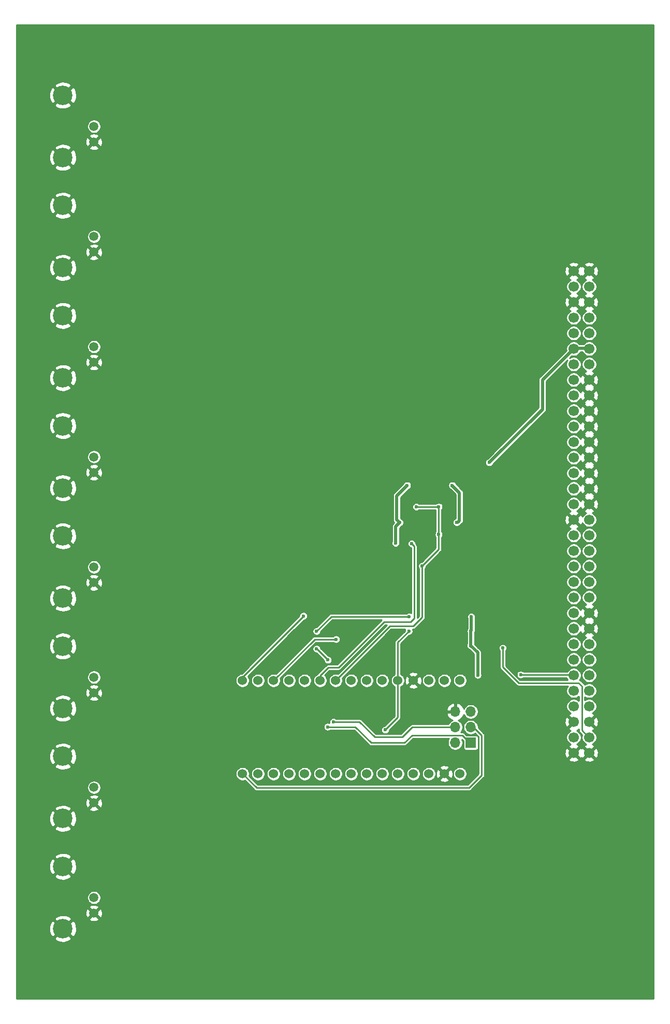
<source format=gbr>
%TF.GenerationSoftware,KiCad,Pcbnew,5.1.12-84ad8e8a86~92~ubuntu20.04.1*%
%TF.CreationDate,2022-05-19T19:13:27+02:00*%
%TF.ProjectId,bkm-129x-simple,626b6d2d-3132-4397-982d-73696d706c65,rev?*%
%TF.SameCoordinates,Original*%
%TF.FileFunction,Copper,L2,Bot*%
%TF.FilePolarity,Positive*%
%FSLAX46Y46*%
G04 Gerber Fmt 4.6, Leading zero omitted, Abs format (unit mm)*
G04 Created by KiCad (PCBNEW 5.1.12-84ad8e8a86~92~ubuntu20.04.1) date 2022-05-19 19:13:27*
%MOMM*%
%LPD*%
G01*
G04 APERTURE LIST*
%TA.AperFunction,ComponentPad*%
%ADD10C,1.524000*%
%TD*%
%TA.AperFunction,ComponentPad*%
%ADD11C,1.500000*%
%TD*%
%TA.AperFunction,ComponentPad*%
%ADD12C,3.200000*%
%TD*%
%TA.AperFunction,ComponentPad*%
%ADD13R,1.700000X1.700000*%
%TD*%
%TA.AperFunction,ComponentPad*%
%ADD14O,1.700000X1.700000*%
%TD*%
%TA.AperFunction,ComponentPad*%
%ADD15C,1.700000*%
%TD*%
%TA.AperFunction,ViaPad*%
%ADD16C,0.600000*%
%TD*%
%TA.AperFunction,Conductor*%
%ADD17C,0.500000*%
%TD*%
%TA.AperFunction,Conductor*%
%ADD18C,0.250000*%
%TD*%
%TA.AperFunction,Conductor*%
%ADD19C,0.254000*%
%TD*%
%TA.AperFunction,Conductor*%
%ADD20C,0.100000*%
%TD*%
G04 APERTURE END LIST*
D10*
%TO.P,U3,1*%
%TO.N,N/C*%
X167117100Y-150924000D03*
%TO.P,U3,2*%
X164577100Y-150924000D03*
%TO.P,U3,3*%
X162037100Y-150924000D03*
%TO.P,U3,4*%
%TO.N,GND*%
X159497100Y-150924000D03*
%TO.P,U3,5*%
%TO.N,MCU_SLOT_ID*%
X156957100Y-150924000D03*
%TO.P,U3,6*%
%TO.N,N/C*%
X154417100Y-150924000D03*
%TO.P,U3,7*%
X151877100Y-150924000D03*
%TO.P,U3,8*%
X149337100Y-150924000D03*
%TO.P,U3,9*%
%TO.N,~BX_OE*%
X146797100Y-150924000D03*
%TO.P,U3,10*%
%TO.N,~EXT_SYNC_OE*%
X144257100Y-150924000D03*
%TO.P,U3,11*%
%TO.N,N/C*%
X141717100Y-150924000D03*
%TO.P,U3,12*%
X139177100Y-150924000D03*
%TO.P,U3,13*%
%TO.N,~MCU_SS*%
X136637100Y-150924000D03*
%TO.P,U3,14*%
%TO.N,MCU_MOSI*%
X134097100Y-150924000D03*
%TO.P,U3,15*%
%TO.N,MCU_MISO*%
X131557100Y-150924000D03*
%TO.P,U3,16*%
%TO.N,MCU_SCK*%
X131557100Y-166164000D03*
%TO.P,U3,17*%
%TO.N,N/C*%
X134097100Y-166164000D03*
%TO.P,U3,18*%
X136637100Y-166164000D03*
%TO.P,U3,19*%
X139177100Y-166164000D03*
%TO.P,U3,20*%
X141717100Y-166164000D03*
%TO.P,U3,21*%
X144257100Y-166164000D03*
%TO.P,U3,22*%
X146797100Y-166164000D03*
%TO.P,U3,23*%
X149337100Y-166164000D03*
%TO.P,U3,24*%
X151877100Y-166164000D03*
%TO.P,U3,25*%
X154417100Y-166164000D03*
%TO.P,U3,26*%
X156957100Y-166164000D03*
%TO.P,U3,27*%
%TO.N,+5VD*%
X159497100Y-166164000D03*
%TO.P,U3,28*%
%TO.N,~MCU_RESET*%
X162037100Y-166164000D03*
%TO.P,U3,29*%
%TO.N,GND*%
X164577100Y-166164000D03*
%TO.P,U3,30*%
%TO.N,N/C*%
X167117100Y-166164000D03*
%TD*%
D11*
%TO.P,J41,2*%
%TO.N,GND*%
X107280000Y-188940000D03*
D12*
X102200000Y-181320000D03*
X102200000Y-191480000D03*
D11*
%TO.P,J41,1*%
%TO.N,Net-(J41-Pad1)*%
X107280000Y-186400000D03*
%TD*%
%TO.P,J31,2*%
%TO.N,GND*%
X107280000Y-152940000D03*
D12*
X102200000Y-145320000D03*
X102200000Y-155480000D03*
D11*
%TO.P,J31,1*%
%TO.N,Net-(J31-Pad1)*%
X107280000Y-150400000D03*
%TD*%
%TO.P,J21,2*%
%TO.N,GND*%
X107280000Y-116940000D03*
D12*
X102200000Y-109320000D03*
X102200000Y-119480000D03*
D11*
%TO.P,J21,1*%
%TO.N,Net-(J21-Pad1)*%
X107280000Y-114400000D03*
%TD*%
%TO.P,J11,2*%
%TO.N,GND*%
X107280000Y-80940000D03*
D12*
X102200000Y-73320000D03*
X102200000Y-83480000D03*
D11*
%TO.P,J11,1*%
%TO.N,Net-(J11-Pad1)*%
X107280000Y-78400000D03*
%TD*%
%TO.P,J4,2*%
%TO.N,GND*%
X107280000Y-170940000D03*
D12*
X102200000Y-163320000D03*
X102200000Y-173480000D03*
D11*
%TO.P,J4,1*%
%TO.N,Net-(C4-Pad2)*%
X107280000Y-168400000D03*
%TD*%
%TO.P,J3,2*%
%TO.N,GND*%
X107280000Y-134940000D03*
D12*
X102200000Y-127320000D03*
X102200000Y-137480000D03*
D11*
%TO.P,J3,1*%
%TO.N,Net-(C3-Pad2)*%
X107280000Y-132400000D03*
%TD*%
%TO.P,J2,2*%
%TO.N,GND*%
X107280000Y-98940000D03*
D12*
X102200000Y-91320000D03*
X102200000Y-101480000D03*
D11*
%TO.P,J2,1*%
%TO.N,Net-(C2-Pad2)*%
X107280000Y-96400000D03*
%TD*%
%TO.P,J1,2*%
%TO.N,GND*%
X107280000Y-62940000D03*
D12*
X102200000Y-55320000D03*
X102200000Y-65480000D03*
D11*
%TO.P,J1,1*%
%TO.N,Net-(C1-Pad2)*%
X107280000Y-60400000D03*
%TD*%
D13*
%TO.P,J6,1*%
%TO.N,MCU_MISO*%
X168900000Y-161100000D03*
D14*
%TO.P,J6,2*%
%TO.N,+5VD*%
X166360000Y-161100000D03*
%TO.P,J6,3*%
%TO.N,MCU_SCK*%
X168900000Y-158560000D03*
%TO.P,J6,4*%
%TO.N,MCU_MOSI*%
X166360000Y-158560000D03*
%TO.P,J6,5*%
%TO.N,~MCU_RESET*%
X168900000Y-156020000D03*
%TO.P,J6,6*%
%TO.N,GND*%
X166360000Y-156020000D03*
%TD*%
D15*
%TO.P,J5,1b*%
%TO.N,GND*%
X185730000Y-84030000D03*
%TO.P,J5,2b*%
%TO.N,N/C*%
X185730000Y-86570000D03*
%TO.P,J5,3b*%
%TO.N,GND*%
X185730000Y-89110000D03*
%TO.P,J5,4b*%
%TO.N,N/C*%
X185730000Y-91650000D03*
%TO.P,J5,5b*%
X185730000Y-94190000D03*
%TO.P,J5,6b*%
%TO.N,VSS*%
X185730000Y-96730000D03*
%TO.P,J5,7b*%
%TO.N,VDD*%
X185730000Y-99270000D03*
%TO.P,J5,8b*%
%TO.N,N/C*%
X185730000Y-101810000D03*
%TO.P,J5,9b*%
X185730000Y-104350000D03*
%TO.P,J5,10b*%
X185730000Y-106890000D03*
%TO.P,J5,11b*%
%TO.N,/Y/G*%
X185730000Y-109430000D03*
%TO.P,J5,12b*%
X185730000Y-111970000D03*
%TO.P,J5,13b*%
%TO.N,/P-B/B*%
X185730000Y-114510000D03*
%TO.P,J5,14b*%
X185730000Y-117050000D03*
%TO.P,J5,15b*%
%TO.N,/P-R/R*%
X185730000Y-119590000D03*
%TO.P,J5,16b*%
X185730000Y-122130000D03*
%TO.P,J5,17b*%
%TO.N,GND*%
X185730000Y-124670000D03*
%TO.P,J5,18b*%
%TO.N,N/C*%
X185730000Y-127210000D03*
%TO.P,J5,19b*%
X185730000Y-129750000D03*
%TO.P,J5,20b*%
%TO.N,Net-(J5-Pad20b)*%
X185730000Y-132290000D03*
%TO.P,J5,21b*%
X185730000Y-134830000D03*
%TO.P,J5,22b*%
%TO.N,/EXT_SYNC*%
X185730000Y-137370000D03*
%TO.P,J5,23b*%
%TO.N,N/C*%
X185730000Y-139910000D03*
%TO.P,J5,24b*%
X185730000Y-142450000D03*
%TO.P,J5,25b*%
X185730000Y-144990000D03*
%TO.P,J5,26b*%
%TO.N,/RESET*%
X185730000Y-147530000D03*
%TO.P,J5,27b*%
%TO.N,/MISO*%
X185730000Y-150070000D03*
%TO.P,J5,28b*%
%TO.N,/SCLK*%
X185730000Y-152610000D03*
%TO.P,J5,29b*%
%TO.N,+5VD*%
X185730000Y-155150000D03*
%TO.P,J5,30b*%
%TO.N,GND*%
X185730000Y-157690000D03*
%TO.P,J5,31b*%
%TO.N,N/C*%
X185730000Y-160230000D03*
%TO.P,J5,32b*%
%TO.N,GND*%
X185730000Y-162770000D03*
%TO.P,J5,1a*%
X188270000Y-84030000D03*
%TO.P,J5,2a*%
%TO.N,N/C*%
X188270000Y-86570000D03*
%TO.P,J5,3a*%
%TO.N,GND*%
X188270000Y-89110000D03*
%TO.P,J5,4a*%
%TO.N,N/C*%
X188270000Y-91650000D03*
%TO.P,J5,5a*%
X188270000Y-94190000D03*
%TO.P,J5,6a*%
%TO.N,VSS*%
X188270000Y-96730000D03*
%TO.P,J5,7a*%
%TO.N,VDD*%
X188270000Y-99270000D03*
%TO.P,J5,8a*%
%TO.N,GND*%
X188270000Y-101810000D03*
%TO.P,J5,9a*%
X188270000Y-104350000D03*
%TO.P,J5,10a*%
X188270000Y-106890000D03*
%TO.P,J5,11a*%
X188270000Y-109430000D03*
%TO.P,J5,12a*%
X188270000Y-111970000D03*
%TO.P,J5,13a*%
X188270000Y-114510000D03*
%TO.P,J5,14a*%
X188270000Y-117050000D03*
%TO.P,J5,15a*%
X188270000Y-119590000D03*
%TO.P,J5,16a*%
X188270000Y-122130000D03*
%TO.P,J5,17a*%
%TO.N,N/C*%
X188270000Y-124670000D03*
%TO.P,J5,18a*%
X188270000Y-127210000D03*
%TO.P,J5,19a*%
X188270000Y-129750000D03*
%TO.P,J5,20a*%
%TO.N,Net-(J5-Pad20a)*%
X188270000Y-132290000D03*
%TO.P,J5,21a*%
X188270000Y-134830000D03*
%TO.P,J5,22a*%
%TO.N,/EXT_SYNC*%
X188270000Y-137370000D03*
%TO.P,J5,23a*%
%TO.N,GND*%
X188270000Y-139910000D03*
%TO.P,J5,24a*%
X188270000Y-142450000D03*
%TO.P,J5,25a*%
%TO.N,N/C*%
X188270000Y-144990000D03*
%TO.P,J5,26a*%
X188270000Y-147530000D03*
%TO.P,J5,27a*%
X188270000Y-150070000D03*
%TO.P,J5,28a*%
%TO.N,/MOSI*%
X188270000Y-152610000D03*
%TO.P,J5,29a*%
%TO.N,+5VD*%
X188270000Y-155150000D03*
%TO.P,J5,30a*%
%TO.N,GND*%
X188270000Y-157690000D03*
%TO.P,J5,31a*%
%TO.N,/SLOT_ID*%
X188270000Y-160230000D03*
%TO.P,J5,32a*%
%TO.N,GND*%
X188270000Y-162770000D03*
%TD*%
D16*
%TO.N,GND*%
X151125000Y-156200000D03*
X166010000Y-124470000D03*
X130782400Y-124914400D03*
X142288600Y-146923500D03*
X137668000Y-110998000D03*
X150224500Y-124380000D03*
X150231500Y-122120000D03*
X150213000Y-119860000D03*
X138255000Y-114094000D03*
%TO.N,VDD*%
X156610000Y-128490000D03*
X157270000Y-125120000D03*
X158500000Y-119050000D03*
%TO.N,VSS*%
X165870000Y-119050000D03*
X166570000Y-125110000D03*
X171905000Y-115313200D03*
%TO.N,/MISO*%
X177061200Y-149958800D03*
%TO.N,/SLOT_ID*%
X174140200Y-145615400D03*
%TO.N,~BX_OE*%
X160950000Y-132200000D03*
X163670000Y-127070000D03*
X163670000Y-122530000D03*
X159990000Y-122540000D03*
%TO.N,~EXT_SYNC_OE*%
X159210000Y-128580000D03*
%TO.N,Net-(R21-Pad1)*%
X158798600Y-140510000D03*
X143685600Y-142897600D03*
%TO.N,+5VD*%
X170040000Y-150040000D03*
X168989000Y-140510000D03*
X168912800Y-142872200D03*
X168862000Y-145209000D03*
%TO.N,Net-(R24-Pad1)*%
X143685600Y-145742400D03*
X145539800Y-147571200D03*
%TO.N,MCU_MISO*%
X145490000Y-158500000D03*
X141552000Y-140383000D03*
%TO.N,MCU_SLOT_ID*%
X154900000Y-159000000D03*
X158773200Y-142872200D03*
%TO.N,~MCU_SS*%
X146860600Y-144193000D03*
%TO.N,MCU_MOSI*%
X146440000Y-157700000D03*
%TD*%
D17*
%TO.N,VDD*%
X156610000Y-125780000D02*
X156610000Y-128490000D01*
X156610000Y-125780000D02*
X157270000Y-125120000D01*
X156790000Y-124640000D02*
X157270000Y-125120000D01*
X156790000Y-120760000D02*
X156790000Y-124640000D01*
X158500000Y-119050000D02*
X156790000Y-120760000D01*
%TO.N,VSS*%
X165870000Y-119050000D02*
X167060000Y-120240000D01*
X167060000Y-120240000D02*
X167060000Y-124810000D01*
X167060000Y-124810000D02*
X166760000Y-125110000D01*
X166760000Y-125110000D02*
X166570000Y-125110000D01*
X180617200Y-101775000D02*
X185697200Y-96695000D01*
X180617200Y-106601000D02*
X180617200Y-101775000D01*
X171905000Y-115313200D02*
X180617200Y-106601000D01*
X188161000Y-96631500D02*
X185748000Y-96631500D01*
D18*
%TO.N,/MISO*%
X177061200Y-149958800D02*
X185621000Y-149958800D01*
X185621000Y-149958800D02*
X185697200Y-150035000D01*
X177073900Y-149971500D02*
X177061200Y-149958800D01*
%TO.N,/SLOT_ID*%
X174140200Y-148739600D02*
X174140200Y-145615400D01*
X186525500Y-151320500D02*
X176721100Y-151320500D01*
X176721100Y-151320500D02*
X174140200Y-148739600D01*
X187043400Y-151838400D02*
X186525500Y-151320500D01*
X187043400Y-159052000D02*
X187043400Y-151838400D01*
X188186400Y-160195000D02*
X187043400Y-159052000D01*
X188237200Y-160195000D02*
X188186400Y-160195000D01*
%TO.N,~BX_OE*%
X160950000Y-132200000D02*
X160950000Y-140610000D01*
X155671100Y-142050000D02*
X146797100Y-150924000D01*
X159510000Y-142050000D02*
X155671100Y-142050000D01*
X160950000Y-140610000D02*
X159510000Y-142050000D01*
X163670000Y-127070000D02*
X163670000Y-129480000D01*
X163670000Y-129480000D02*
X160950000Y-132200000D01*
X163670000Y-122530000D02*
X163670000Y-127070000D01*
X160000000Y-122530000D02*
X163670000Y-122530000D01*
X159990000Y-122540000D02*
X160000000Y-122530000D01*
%TO.N,~EXT_SYNC_OE*%
X144257100Y-150924000D02*
X144257100Y-150142900D01*
X145600000Y-148800000D02*
X147280000Y-148800000D01*
X144257100Y-150142900D02*
X145600000Y-148800000D01*
X159210000Y-128590000D02*
X159210000Y-128580000D01*
X159620000Y-129000000D02*
X159210000Y-128590000D01*
X159620000Y-140790000D02*
X159620000Y-129000000D01*
X159060000Y-141350000D02*
X159620000Y-140790000D01*
X154730000Y-141350000D02*
X159060000Y-141350000D01*
X147280000Y-148800000D02*
X154730000Y-141350000D01*
%TO.N,Net-(R21-Pad1)*%
X146073200Y-140510000D02*
X158798600Y-140510000D01*
X143685600Y-142897600D02*
X146073200Y-140510000D01*
D17*
%TO.N,+5VD*%
X168989000Y-142796000D02*
X168989000Y-140510000D01*
X168912800Y-142872200D02*
X168989000Y-142796000D01*
X168912800Y-145158200D02*
X168912800Y-142872200D01*
X168862000Y-145209000D02*
X168912800Y-145158200D01*
X170025400Y-150025400D02*
X170040000Y-150040000D01*
X170025400Y-146372400D02*
X170025400Y-150025400D01*
X168862000Y-145209000D02*
X170025400Y-146372400D01*
D18*
%TO.N,Net-(R24-Pad1)*%
X143711000Y-145742400D02*
X143685600Y-145742400D01*
X145539800Y-147571200D02*
X143711000Y-145742400D01*
%TO.N,MCU_SCK*%
X168900000Y-158560000D02*
X169340000Y-158560000D01*
X169340000Y-158560000D02*
X170690000Y-159910000D01*
X170690000Y-159910000D02*
X170690000Y-166410000D01*
X170690000Y-166410000D02*
X168620000Y-168480000D01*
X168620000Y-168480000D02*
X133873100Y-168480000D01*
X133873100Y-168480000D02*
X131557100Y-166164000D01*
%TO.N,MCU_MISO*%
X168900000Y-161100000D02*
X168720000Y-161100000D01*
X168720000Y-161100000D02*
X167490000Y-159870000D01*
X167490000Y-159870000D02*
X159300000Y-159870000D01*
X159300000Y-159870000D02*
X158050000Y-161120000D01*
X158050000Y-161120000D02*
X152610000Y-161120000D01*
X152610000Y-161120000D02*
X150030000Y-158540000D01*
X150030000Y-158540000D02*
X145530000Y-158540000D01*
X145530000Y-158540000D02*
X145490000Y-158500000D01*
X131557100Y-150924000D02*
X131557100Y-150377900D01*
X131557100Y-150377900D02*
X141552000Y-140383000D01*
%TO.N,MCU_SLOT_ID*%
X156957100Y-156942900D02*
X156957100Y-150924000D01*
X154900000Y-159000000D02*
X156957100Y-156942900D01*
X156957100Y-150924000D02*
X156957100Y-144688300D01*
X156957100Y-144688300D02*
X158773200Y-142872200D01*
%TO.N,~MCU_SS*%
X136637100Y-150924000D02*
X143368100Y-144193000D01*
X143368100Y-144193000D02*
X146860600Y-144193000D01*
%TO.N,MCU_MOSI*%
X166360000Y-158560000D02*
X159320000Y-158560000D01*
X150710000Y-157700000D02*
X146440000Y-157700000D01*
X153200000Y-160190000D02*
X150710000Y-157700000D01*
X157690000Y-160190000D02*
X153200000Y-160190000D01*
X159320000Y-158560000D02*
X157690000Y-160190000D01*
%TD*%
D19*
%TO.N,GND*%
X198744000Y-123422398D02*
X198744001Y-123422408D01*
X198744000Y-202944000D01*
X94656000Y-202944000D01*
X94656000Y-193042845D01*
X100816761Y-193042845D01*
X100984802Y-193368643D01*
X101376607Y-193569426D01*
X101800055Y-193689914D01*
X102238873Y-193725476D01*
X102676197Y-193674746D01*
X103095221Y-193539674D01*
X103415198Y-193368643D01*
X103583239Y-193042845D01*
X102200000Y-191659605D01*
X100816761Y-193042845D01*
X94656000Y-193042845D01*
X94656000Y-191518873D01*
X99954524Y-191518873D01*
X100005254Y-191956197D01*
X100140326Y-192375221D01*
X100311357Y-192695198D01*
X100637155Y-192863239D01*
X102020395Y-191480000D01*
X102379605Y-191480000D01*
X103762845Y-192863239D01*
X104088643Y-192695198D01*
X104289426Y-192303393D01*
X104409914Y-191879945D01*
X104445476Y-191441127D01*
X104394746Y-191003803D01*
X104259674Y-190584779D01*
X104088643Y-190264802D01*
X103762845Y-190096761D01*
X102379605Y-191480000D01*
X102020395Y-191480000D01*
X100637155Y-190096761D01*
X100311357Y-190264802D01*
X100110574Y-190656607D01*
X99990086Y-191080055D01*
X99954524Y-191518873D01*
X94656000Y-191518873D01*
X94656000Y-189917155D01*
X100816761Y-189917155D01*
X102200000Y-191300395D01*
X103583239Y-189917155D01*
X103572840Y-189896993D01*
X106502612Y-189896993D01*
X106568137Y-190135860D01*
X106815116Y-190251760D01*
X107079960Y-190317250D01*
X107352492Y-190329812D01*
X107622238Y-190288965D01*
X107878832Y-190196277D01*
X107991863Y-190135860D01*
X108057388Y-189896993D01*
X107280000Y-189119605D01*
X106502612Y-189896993D01*
X103572840Y-189896993D01*
X103415198Y-189591357D01*
X103023393Y-189390574D01*
X102599945Y-189270086D01*
X102161127Y-189234524D01*
X101723803Y-189285254D01*
X101304779Y-189420326D01*
X100984802Y-189591357D01*
X100816761Y-189917155D01*
X94656000Y-189917155D01*
X94656000Y-189012492D01*
X105890188Y-189012492D01*
X105931035Y-189282238D01*
X106023723Y-189538832D01*
X106084140Y-189651863D01*
X106323007Y-189717388D01*
X107100395Y-188940000D01*
X107459605Y-188940000D01*
X108236993Y-189717388D01*
X108475860Y-189651863D01*
X108591760Y-189404884D01*
X108657250Y-189140040D01*
X108669812Y-188867508D01*
X108628965Y-188597762D01*
X108536277Y-188341168D01*
X108475860Y-188228137D01*
X108236993Y-188162612D01*
X107459605Y-188940000D01*
X107100395Y-188940000D01*
X106323007Y-188162612D01*
X106084140Y-188228137D01*
X105968240Y-188475116D01*
X105902750Y-188739960D01*
X105890188Y-189012492D01*
X94656000Y-189012492D01*
X94656000Y-187983007D01*
X106502612Y-187983007D01*
X107280000Y-188760395D01*
X108057388Y-187983007D01*
X107991863Y-187744140D01*
X107744884Y-187628240D01*
X107480040Y-187562750D01*
X107207508Y-187550188D01*
X106937762Y-187591035D01*
X106681168Y-187683723D01*
X106568137Y-187744140D01*
X106502612Y-187983007D01*
X94656000Y-187983007D01*
X94656000Y-186288606D01*
X106149000Y-186288606D01*
X106149000Y-186511394D01*
X106192464Y-186729900D01*
X106277721Y-186935729D01*
X106401495Y-187120970D01*
X106559030Y-187278505D01*
X106744271Y-187402279D01*
X106950100Y-187487536D01*
X107168606Y-187531000D01*
X107391394Y-187531000D01*
X107609900Y-187487536D01*
X107815729Y-187402279D01*
X108000970Y-187278505D01*
X108158505Y-187120970D01*
X108282279Y-186935729D01*
X108367536Y-186729900D01*
X108411000Y-186511394D01*
X108411000Y-186288606D01*
X108367536Y-186070100D01*
X108282279Y-185864271D01*
X108158505Y-185679030D01*
X108000970Y-185521495D01*
X107815729Y-185397721D01*
X107609900Y-185312464D01*
X107391394Y-185269000D01*
X107168606Y-185269000D01*
X106950100Y-185312464D01*
X106744271Y-185397721D01*
X106559030Y-185521495D01*
X106401495Y-185679030D01*
X106277721Y-185864271D01*
X106192464Y-186070100D01*
X106149000Y-186288606D01*
X94656000Y-186288606D01*
X94656000Y-182882845D01*
X100816761Y-182882845D01*
X100984802Y-183208643D01*
X101376607Y-183409426D01*
X101800055Y-183529914D01*
X102238873Y-183565476D01*
X102676197Y-183514746D01*
X103095221Y-183379674D01*
X103415198Y-183208643D01*
X103583239Y-182882845D01*
X102200000Y-181499605D01*
X100816761Y-182882845D01*
X94656000Y-182882845D01*
X94656000Y-181358873D01*
X99954524Y-181358873D01*
X100005254Y-181796197D01*
X100140326Y-182215221D01*
X100311357Y-182535198D01*
X100637155Y-182703239D01*
X102020395Y-181320000D01*
X102379605Y-181320000D01*
X103762845Y-182703239D01*
X104088643Y-182535198D01*
X104289426Y-182143393D01*
X104409914Y-181719945D01*
X104445476Y-181281127D01*
X104394746Y-180843803D01*
X104259674Y-180424779D01*
X104088643Y-180104802D01*
X103762845Y-179936761D01*
X102379605Y-181320000D01*
X102020395Y-181320000D01*
X100637155Y-179936761D01*
X100311357Y-180104802D01*
X100110574Y-180496607D01*
X99990086Y-180920055D01*
X99954524Y-181358873D01*
X94656000Y-181358873D01*
X94656000Y-179757155D01*
X100816761Y-179757155D01*
X102200000Y-181140395D01*
X103583239Y-179757155D01*
X103415198Y-179431357D01*
X103023393Y-179230574D01*
X102599945Y-179110086D01*
X102161127Y-179074524D01*
X101723803Y-179125254D01*
X101304779Y-179260326D01*
X100984802Y-179431357D01*
X100816761Y-179757155D01*
X94656000Y-179757155D01*
X94656000Y-175042845D01*
X100816761Y-175042845D01*
X100984802Y-175368643D01*
X101376607Y-175569426D01*
X101800055Y-175689914D01*
X102238873Y-175725476D01*
X102676197Y-175674746D01*
X103095221Y-175539674D01*
X103415198Y-175368643D01*
X103583239Y-175042845D01*
X102200000Y-173659605D01*
X100816761Y-175042845D01*
X94656000Y-175042845D01*
X94656000Y-173518873D01*
X99954524Y-173518873D01*
X100005254Y-173956197D01*
X100140326Y-174375221D01*
X100311357Y-174695198D01*
X100637155Y-174863239D01*
X102020395Y-173480000D01*
X102379605Y-173480000D01*
X103762845Y-174863239D01*
X104088643Y-174695198D01*
X104289426Y-174303393D01*
X104409914Y-173879945D01*
X104445476Y-173441127D01*
X104394746Y-173003803D01*
X104259674Y-172584779D01*
X104088643Y-172264802D01*
X103762845Y-172096761D01*
X102379605Y-173480000D01*
X102020395Y-173480000D01*
X100637155Y-172096761D01*
X100311357Y-172264802D01*
X100110574Y-172656607D01*
X99990086Y-173080055D01*
X99954524Y-173518873D01*
X94656000Y-173518873D01*
X94656000Y-171917155D01*
X100816761Y-171917155D01*
X102200000Y-173300395D01*
X103583239Y-171917155D01*
X103572840Y-171896993D01*
X106502612Y-171896993D01*
X106568137Y-172135860D01*
X106815116Y-172251760D01*
X107079960Y-172317250D01*
X107352492Y-172329812D01*
X107622238Y-172288965D01*
X107878832Y-172196277D01*
X107991863Y-172135860D01*
X108057388Y-171896993D01*
X107280000Y-171119605D01*
X106502612Y-171896993D01*
X103572840Y-171896993D01*
X103415198Y-171591357D01*
X103023393Y-171390574D01*
X102599945Y-171270086D01*
X102161127Y-171234524D01*
X101723803Y-171285254D01*
X101304779Y-171420326D01*
X100984802Y-171591357D01*
X100816761Y-171917155D01*
X94656000Y-171917155D01*
X94656000Y-171012492D01*
X105890188Y-171012492D01*
X105931035Y-171282238D01*
X106023723Y-171538832D01*
X106084140Y-171651863D01*
X106323007Y-171717388D01*
X107100395Y-170940000D01*
X107459605Y-170940000D01*
X108236993Y-171717388D01*
X108475860Y-171651863D01*
X108591760Y-171404884D01*
X108657250Y-171140040D01*
X108669812Y-170867508D01*
X108628965Y-170597762D01*
X108536277Y-170341168D01*
X108475860Y-170228137D01*
X108236993Y-170162612D01*
X107459605Y-170940000D01*
X107100395Y-170940000D01*
X106323007Y-170162612D01*
X106084140Y-170228137D01*
X105968240Y-170475116D01*
X105902750Y-170739960D01*
X105890188Y-171012492D01*
X94656000Y-171012492D01*
X94656000Y-169983007D01*
X106502612Y-169983007D01*
X107280000Y-170760395D01*
X108057388Y-169983007D01*
X107991863Y-169744140D01*
X107744884Y-169628240D01*
X107480040Y-169562750D01*
X107207508Y-169550188D01*
X106937762Y-169591035D01*
X106681168Y-169683723D01*
X106568137Y-169744140D01*
X106502612Y-169983007D01*
X94656000Y-169983007D01*
X94656000Y-168288606D01*
X106149000Y-168288606D01*
X106149000Y-168511394D01*
X106192464Y-168729900D01*
X106277721Y-168935729D01*
X106401495Y-169120970D01*
X106559030Y-169278505D01*
X106744271Y-169402279D01*
X106950100Y-169487536D01*
X107168606Y-169531000D01*
X107391394Y-169531000D01*
X107609900Y-169487536D01*
X107815729Y-169402279D01*
X108000970Y-169278505D01*
X108158505Y-169120970D01*
X108282279Y-168935729D01*
X108367536Y-168729900D01*
X108411000Y-168511394D01*
X108411000Y-168288606D01*
X108367536Y-168070100D01*
X108282279Y-167864271D01*
X108158505Y-167679030D01*
X108000970Y-167521495D01*
X107815729Y-167397721D01*
X107609900Y-167312464D01*
X107391394Y-167269000D01*
X107168606Y-167269000D01*
X106950100Y-167312464D01*
X106744271Y-167397721D01*
X106559030Y-167521495D01*
X106401495Y-167679030D01*
X106277721Y-167864271D01*
X106192464Y-168070100D01*
X106149000Y-168288606D01*
X94656000Y-168288606D01*
X94656000Y-166051424D01*
X130414100Y-166051424D01*
X130414100Y-166276576D01*
X130458025Y-166497401D01*
X130544187Y-166705413D01*
X130669274Y-166892620D01*
X130828480Y-167051826D01*
X131015687Y-167176913D01*
X131223699Y-167263075D01*
X131444524Y-167307000D01*
X131669676Y-167307000D01*
X131890501Y-167263075D01*
X131925915Y-167248406D01*
X133497728Y-168820220D01*
X133513573Y-168839527D01*
X133590621Y-168902759D01*
X133678525Y-168949745D01*
X133773907Y-168978678D01*
X133873100Y-168988448D01*
X133897954Y-168986000D01*
X168595154Y-168986000D01*
X168620000Y-168988447D01*
X168644846Y-168986000D01*
X168644854Y-168986000D01*
X168719193Y-168978678D01*
X168814575Y-168949745D01*
X168902479Y-168902759D01*
X168979527Y-168839527D01*
X168995376Y-168820215D01*
X171030220Y-166785372D01*
X171049527Y-166769527D01*
X171112759Y-166692479D01*
X171159745Y-166604575D01*
X171188678Y-166509193D01*
X171196000Y-166434854D01*
X171196000Y-166434847D01*
X171198447Y-166410001D01*
X171196000Y-166385155D01*
X171196000Y-163798397D01*
X184881208Y-163798397D01*
X184958843Y-164047472D01*
X185222883Y-164173371D01*
X185506411Y-164245339D01*
X185798531Y-164260611D01*
X186088019Y-164218599D01*
X186363747Y-164120919D01*
X186501157Y-164047472D01*
X186578792Y-163798397D01*
X187421208Y-163798397D01*
X187498843Y-164047472D01*
X187762883Y-164173371D01*
X188046411Y-164245339D01*
X188338531Y-164260611D01*
X188628019Y-164218599D01*
X188903747Y-164120919D01*
X189041157Y-164047472D01*
X189118792Y-163798397D01*
X188270000Y-162949605D01*
X187421208Y-163798397D01*
X186578792Y-163798397D01*
X185730000Y-162949605D01*
X184881208Y-163798397D01*
X171196000Y-163798397D01*
X171196000Y-162838531D01*
X184239389Y-162838531D01*
X184281401Y-163128019D01*
X184379081Y-163403747D01*
X184452528Y-163541157D01*
X184701603Y-163618792D01*
X185550395Y-162770000D01*
X185909605Y-162770000D01*
X186758397Y-163618792D01*
X187000000Y-163543486D01*
X187241603Y-163618792D01*
X188090395Y-162770000D01*
X188449605Y-162770000D01*
X189298397Y-163618792D01*
X189547472Y-163541157D01*
X189673371Y-163277117D01*
X189745339Y-162993589D01*
X189760611Y-162701469D01*
X189718599Y-162411981D01*
X189620919Y-162136253D01*
X189547472Y-161998843D01*
X189298397Y-161921208D01*
X188449605Y-162770000D01*
X188090395Y-162770000D01*
X187241603Y-161921208D01*
X187000000Y-161996514D01*
X186758397Y-161921208D01*
X185909605Y-162770000D01*
X185550395Y-162770000D01*
X184701603Y-161921208D01*
X184452528Y-161998843D01*
X184326629Y-162262883D01*
X184254661Y-162546411D01*
X184239389Y-162838531D01*
X171196000Y-162838531D01*
X171196000Y-159934845D01*
X171198447Y-159909999D01*
X171196000Y-159885153D01*
X171196000Y-159885146D01*
X171188678Y-159810807D01*
X171159745Y-159715425D01*
X171112759Y-159627521D01*
X171049527Y-159550473D01*
X171030220Y-159534628D01*
X170131000Y-158635409D01*
X170131000Y-158438757D01*
X170083693Y-158200931D01*
X169990898Y-157976903D01*
X169856180Y-157775283D01*
X169839428Y-157758531D01*
X184239389Y-157758531D01*
X184281401Y-158048019D01*
X184379081Y-158323747D01*
X184452528Y-158461157D01*
X184701603Y-158538792D01*
X185550395Y-157690000D01*
X184701603Y-156841208D01*
X184452528Y-156918843D01*
X184326629Y-157182883D01*
X184254661Y-157466411D01*
X184239389Y-157758531D01*
X169839428Y-157758531D01*
X169684717Y-157603820D01*
X169483097Y-157469102D01*
X169259069Y-157376307D01*
X169021243Y-157329000D01*
X168778757Y-157329000D01*
X168540931Y-157376307D01*
X168316903Y-157469102D01*
X168115283Y-157603820D01*
X167943820Y-157775283D01*
X167809102Y-157976903D01*
X167716307Y-158200931D01*
X167669000Y-158438757D01*
X167669000Y-158681243D01*
X167716307Y-158919069D01*
X167809102Y-159143097D01*
X167943820Y-159344717D01*
X168115283Y-159516180D01*
X168316903Y-159650898D01*
X168540931Y-159743693D01*
X168778757Y-159791000D01*
X169021243Y-159791000D01*
X169259069Y-159743693D01*
X169483097Y-159650898D01*
X169622297Y-159557888D01*
X170184000Y-160119592D01*
X170184001Y-166200407D01*
X168410409Y-167974000D01*
X134082692Y-167974000D01*
X132641506Y-166532815D01*
X132656175Y-166497401D01*
X132700100Y-166276576D01*
X132700100Y-166051424D01*
X132954100Y-166051424D01*
X132954100Y-166276576D01*
X132998025Y-166497401D01*
X133084187Y-166705413D01*
X133209274Y-166892620D01*
X133368480Y-167051826D01*
X133555687Y-167176913D01*
X133763699Y-167263075D01*
X133984524Y-167307000D01*
X134209676Y-167307000D01*
X134430501Y-167263075D01*
X134638513Y-167176913D01*
X134825720Y-167051826D01*
X134984926Y-166892620D01*
X135110013Y-166705413D01*
X135196175Y-166497401D01*
X135240100Y-166276576D01*
X135240100Y-166051424D01*
X135494100Y-166051424D01*
X135494100Y-166276576D01*
X135538025Y-166497401D01*
X135624187Y-166705413D01*
X135749274Y-166892620D01*
X135908480Y-167051826D01*
X136095687Y-167176913D01*
X136303699Y-167263075D01*
X136524524Y-167307000D01*
X136749676Y-167307000D01*
X136970501Y-167263075D01*
X137178513Y-167176913D01*
X137365720Y-167051826D01*
X137524926Y-166892620D01*
X137650013Y-166705413D01*
X137736175Y-166497401D01*
X137780100Y-166276576D01*
X137780100Y-166051424D01*
X138034100Y-166051424D01*
X138034100Y-166276576D01*
X138078025Y-166497401D01*
X138164187Y-166705413D01*
X138289274Y-166892620D01*
X138448480Y-167051826D01*
X138635687Y-167176913D01*
X138843699Y-167263075D01*
X139064524Y-167307000D01*
X139289676Y-167307000D01*
X139510501Y-167263075D01*
X139718513Y-167176913D01*
X139905720Y-167051826D01*
X140064926Y-166892620D01*
X140190013Y-166705413D01*
X140276175Y-166497401D01*
X140320100Y-166276576D01*
X140320100Y-166051424D01*
X140574100Y-166051424D01*
X140574100Y-166276576D01*
X140618025Y-166497401D01*
X140704187Y-166705413D01*
X140829274Y-166892620D01*
X140988480Y-167051826D01*
X141175687Y-167176913D01*
X141383699Y-167263075D01*
X141604524Y-167307000D01*
X141829676Y-167307000D01*
X142050501Y-167263075D01*
X142258513Y-167176913D01*
X142445720Y-167051826D01*
X142604926Y-166892620D01*
X142730013Y-166705413D01*
X142816175Y-166497401D01*
X142860100Y-166276576D01*
X142860100Y-166051424D01*
X143114100Y-166051424D01*
X143114100Y-166276576D01*
X143158025Y-166497401D01*
X143244187Y-166705413D01*
X143369274Y-166892620D01*
X143528480Y-167051826D01*
X143715687Y-167176913D01*
X143923699Y-167263075D01*
X144144524Y-167307000D01*
X144369676Y-167307000D01*
X144590501Y-167263075D01*
X144798513Y-167176913D01*
X144985720Y-167051826D01*
X145144926Y-166892620D01*
X145270013Y-166705413D01*
X145356175Y-166497401D01*
X145400100Y-166276576D01*
X145400100Y-166051424D01*
X145654100Y-166051424D01*
X145654100Y-166276576D01*
X145698025Y-166497401D01*
X145784187Y-166705413D01*
X145909274Y-166892620D01*
X146068480Y-167051826D01*
X146255687Y-167176913D01*
X146463699Y-167263075D01*
X146684524Y-167307000D01*
X146909676Y-167307000D01*
X147130501Y-167263075D01*
X147338513Y-167176913D01*
X147525720Y-167051826D01*
X147684926Y-166892620D01*
X147810013Y-166705413D01*
X147896175Y-166497401D01*
X147940100Y-166276576D01*
X147940100Y-166051424D01*
X148194100Y-166051424D01*
X148194100Y-166276576D01*
X148238025Y-166497401D01*
X148324187Y-166705413D01*
X148449274Y-166892620D01*
X148608480Y-167051826D01*
X148795687Y-167176913D01*
X149003699Y-167263075D01*
X149224524Y-167307000D01*
X149449676Y-167307000D01*
X149670501Y-167263075D01*
X149878513Y-167176913D01*
X150065720Y-167051826D01*
X150224926Y-166892620D01*
X150350013Y-166705413D01*
X150436175Y-166497401D01*
X150480100Y-166276576D01*
X150480100Y-166051424D01*
X150734100Y-166051424D01*
X150734100Y-166276576D01*
X150778025Y-166497401D01*
X150864187Y-166705413D01*
X150989274Y-166892620D01*
X151148480Y-167051826D01*
X151335687Y-167176913D01*
X151543699Y-167263075D01*
X151764524Y-167307000D01*
X151989676Y-167307000D01*
X152210501Y-167263075D01*
X152418513Y-167176913D01*
X152605720Y-167051826D01*
X152764926Y-166892620D01*
X152890013Y-166705413D01*
X152976175Y-166497401D01*
X153020100Y-166276576D01*
X153020100Y-166051424D01*
X153274100Y-166051424D01*
X153274100Y-166276576D01*
X153318025Y-166497401D01*
X153404187Y-166705413D01*
X153529274Y-166892620D01*
X153688480Y-167051826D01*
X153875687Y-167176913D01*
X154083699Y-167263075D01*
X154304524Y-167307000D01*
X154529676Y-167307000D01*
X154750501Y-167263075D01*
X154958513Y-167176913D01*
X155145720Y-167051826D01*
X155304926Y-166892620D01*
X155430013Y-166705413D01*
X155516175Y-166497401D01*
X155560100Y-166276576D01*
X155560100Y-166051424D01*
X155814100Y-166051424D01*
X155814100Y-166276576D01*
X155858025Y-166497401D01*
X155944187Y-166705413D01*
X156069274Y-166892620D01*
X156228480Y-167051826D01*
X156415687Y-167176913D01*
X156623699Y-167263075D01*
X156844524Y-167307000D01*
X157069676Y-167307000D01*
X157290501Y-167263075D01*
X157498513Y-167176913D01*
X157685720Y-167051826D01*
X157844926Y-166892620D01*
X157970013Y-166705413D01*
X158056175Y-166497401D01*
X158100100Y-166276576D01*
X158100100Y-166051424D01*
X158354100Y-166051424D01*
X158354100Y-166276576D01*
X158398025Y-166497401D01*
X158484187Y-166705413D01*
X158609274Y-166892620D01*
X158768480Y-167051826D01*
X158955687Y-167176913D01*
X159163699Y-167263075D01*
X159384524Y-167307000D01*
X159609676Y-167307000D01*
X159830501Y-167263075D01*
X160038513Y-167176913D01*
X160225720Y-167051826D01*
X160384926Y-166892620D01*
X160510013Y-166705413D01*
X160596175Y-166497401D01*
X160640100Y-166276576D01*
X160640100Y-166051424D01*
X160894100Y-166051424D01*
X160894100Y-166276576D01*
X160938025Y-166497401D01*
X161024187Y-166705413D01*
X161149274Y-166892620D01*
X161308480Y-167051826D01*
X161495687Y-167176913D01*
X161703699Y-167263075D01*
X161924524Y-167307000D01*
X162149676Y-167307000D01*
X162370501Y-167263075D01*
X162578513Y-167176913D01*
X162649374Y-167129565D01*
X163791140Y-167129565D01*
X163858120Y-167369656D01*
X164107148Y-167486756D01*
X164374235Y-167553023D01*
X164649117Y-167565910D01*
X164921233Y-167524922D01*
X165180123Y-167431636D01*
X165296080Y-167369656D01*
X165363060Y-167129565D01*
X164577100Y-166343605D01*
X163791140Y-167129565D01*
X162649374Y-167129565D01*
X162765720Y-167051826D01*
X162924926Y-166892620D01*
X163050013Y-166705413D01*
X163136175Y-166497401D01*
X163180100Y-166276576D01*
X163180100Y-166268614D01*
X163216178Y-166508133D01*
X163309464Y-166767023D01*
X163371444Y-166882980D01*
X163611535Y-166949960D01*
X164397495Y-166164000D01*
X164756705Y-166164000D01*
X165542665Y-166949960D01*
X165782756Y-166882980D01*
X165899856Y-166633952D01*
X165966123Y-166366865D01*
X165974100Y-166196714D01*
X165974100Y-166276576D01*
X166018025Y-166497401D01*
X166104187Y-166705413D01*
X166229274Y-166892620D01*
X166388480Y-167051826D01*
X166575687Y-167176913D01*
X166783699Y-167263075D01*
X167004524Y-167307000D01*
X167229676Y-167307000D01*
X167450501Y-167263075D01*
X167658513Y-167176913D01*
X167845720Y-167051826D01*
X168004926Y-166892620D01*
X168130013Y-166705413D01*
X168216175Y-166497401D01*
X168260100Y-166276576D01*
X168260100Y-166051424D01*
X168216175Y-165830599D01*
X168130013Y-165622587D01*
X168004926Y-165435380D01*
X167845720Y-165276174D01*
X167658513Y-165151087D01*
X167450501Y-165064925D01*
X167229676Y-165021000D01*
X167004524Y-165021000D01*
X166783699Y-165064925D01*
X166575687Y-165151087D01*
X166388480Y-165276174D01*
X166229274Y-165435380D01*
X166104187Y-165622587D01*
X166018025Y-165830599D01*
X165974100Y-166051424D01*
X165974100Y-166059386D01*
X165938022Y-165819867D01*
X165844736Y-165560977D01*
X165782756Y-165445020D01*
X165542665Y-165378040D01*
X164756705Y-166164000D01*
X164397495Y-166164000D01*
X163611535Y-165378040D01*
X163371444Y-165445020D01*
X163254344Y-165694048D01*
X163188077Y-165961135D01*
X163180100Y-166131286D01*
X163180100Y-166051424D01*
X163136175Y-165830599D01*
X163050013Y-165622587D01*
X162924926Y-165435380D01*
X162765720Y-165276174D01*
X162649375Y-165198435D01*
X163791140Y-165198435D01*
X164577100Y-165984395D01*
X165363060Y-165198435D01*
X165296080Y-164958344D01*
X165047052Y-164841244D01*
X164779965Y-164774977D01*
X164505083Y-164762090D01*
X164232967Y-164803078D01*
X163974077Y-164896364D01*
X163858120Y-164958344D01*
X163791140Y-165198435D01*
X162649375Y-165198435D01*
X162578513Y-165151087D01*
X162370501Y-165064925D01*
X162149676Y-165021000D01*
X161924524Y-165021000D01*
X161703699Y-165064925D01*
X161495687Y-165151087D01*
X161308480Y-165276174D01*
X161149274Y-165435380D01*
X161024187Y-165622587D01*
X160938025Y-165830599D01*
X160894100Y-166051424D01*
X160640100Y-166051424D01*
X160596175Y-165830599D01*
X160510013Y-165622587D01*
X160384926Y-165435380D01*
X160225720Y-165276174D01*
X160038513Y-165151087D01*
X159830501Y-165064925D01*
X159609676Y-165021000D01*
X159384524Y-165021000D01*
X159163699Y-165064925D01*
X158955687Y-165151087D01*
X158768480Y-165276174D01*
X158609274Y-165435380D01*
X158484187Y-165622587D01*
X158398025Y-165830599D01*
X158354100Y-166051424D01*
X158100100Y-166051424D01*
X158056175Y-165830599D01*
X157970013Y-165622587D01*
X157844926Y-165435380D01*
X157685720Y-165276174D01*
X157498513Y-165151087D01*
X157290501Y-165064925D01*
X157069676Y-165021000D01*
X156844524Y-165021000D01*
X156623699Y-165064925D01*
X156415687Y-165151087D01*
X156228480Y-165276174D01*
X156069274Y-165435380D01*
X155944187Y-165622587D01*
X155858025Y-165830599D01*
X155814100Y-166051424D01*
X155560100Y-166051424D01*
X155516175Y-165830599D01*
X155430013Y-165622587D01*
X155304926Y-165435380D01*
X155145720Y-165276174D01*
X154958513Y-165151087D01*
X154750501Y-165064925D01*
X154529676Y-165021000D01*
X154304524Y-165021000D01*
X154083699Y-165064925D01*
X153875687Y-165151087D01*
X153688480Y-165276174D01*
X153529274Y-165435380D01*
X153404187Y-165622587D01*
X153318025Y-165830599D01*
X153274100Y-166051424D01*
X153020100Y-166051424D01*
X152976175Y-165830599D01*
X152890013Y-165622587D01*
X152764926Y-165435380D01*
X152605720Y-165276174D01*
X152418513Y-165151087D01*
X152210501Y-165064925D01*
X151989676Y-165021000D01*
X151764524Y-165021000D01*
X151543699Y-165064925D01*
X151335687Y-165151087D01*
X151148480Y-165276174D01*
X150989274Y-165435380D01*
X150864187Y-165622587D01*
X150778025Y-165830599D01*
X150734100Y-166051424D01*
X150480100Y-166051424D01*
X150436175Y-165830599D01*
X150350013Y-165622587D01*
X150224926Y-165435380D01*
X150065720Y-165276174D01*
X149878513Y-165151087D01*
X149670501Y-165064925D01*
X149449676Y-165021000D01*
X149224524Y-165021000D01*
X149003699Y-165064925D01*
X148795687Y-165151087D01*
X148608480Y-165276174D01*
X148449274Y-165435380D01*
X148324187Y-165622587D01*
X148238025Y-165830599D01*
X148194100Y-166051424D01*
X147940100Y-166051424D01*
X147896175Y-165830599D01*
X147810013Y-165622587D01*
X147684926Y-165435380D01*
X147525720Y-165276174D01*
X147338513Y-165151087D01*
X147130501Y-165064925D01*
X146909676Y-165021000D01*
X146684524Y-165021000D01*
X146463699Y-165064925D01*
X146255687Y-165151087D01*
X146068480Y-165276174D01*
X145909274Y-165435380D01*
X145784187Y-165622587D01*
X145698025Y-165830599D01*
X145654100Y-166051424D01*
X145400100Y-166051424D01*
X145356175Y-165830599D01*
X145270013Y-165622587D01*
X145144926Y-165435380D01*
X144985720Y-165276174D01*
X144798513Y-165151087D01*
X144590501Y-165064925D01*
X144369676Y-165021000D01*
X144144524Y-165021000D01*
X143923699Y-165064925D01*
X143715687Y-165151087D01*
X143528480Y-165276174D01*
X143369274Y-165435380D01*
X143244187Y-165622587D01*
X143158025Y-165830599D01*
X143114100Y-166051424D01*
X142860100Y-166051424D01*
X142816175Y-165830599D01*
X142730013Y-165622587D01*
X142604926Y-165435380D01*
X142445720Y-165276174D01*
X142258513Y-165151087D01*
X142050501Y-165064925D01*
X141829676Y-165021000D01*
X141604524Y-165021000D01*
X141383699Y-165064925D01*
X141175687Y-165151087D01*
X140988480Y-165276174D01*
X140829274Y-165435380D01*
X140704187Y-165622587D01*
X140618025Y-165830599D01*
X140574100Y-166051424D01*
X140320100Y-166051424D01*
X140276175Y-165830599D01*
X140190013Y-165622587D01*
X140064926Y-165435380D01*
X139905720Y-165276174D01*
X139718513Y-165151087D01*
X139510501Y-165064925D01*
X139289676Y-165021000D01*
X139064524Y-165021000D01*
X138843699Y-165064925D01*
X138635687Y-165151087D01*
X138448480Y-165276174D01*
X138289274Y-165435380D01*
X138164187Y-165622587D01*
X138078025Y-165830599D01*
X138034100Y-166051424D01*
X137780100Y-166051424D01*
X137736175Y-165830599D01*
X137650013Y-165622587D01*
X137524926Y-165435380D01*
X137365720Y-165276174D01*
X137178513Y-165151087D01*
X136970501Y-165064925D01*
X136749676Y-165021000D01*
X136524524Y-165021000D01*
X136303699Y-165064925D01*
X136095687Y-165151087D01*
X135908480Y-165276174D01*
X135749274Y-165435380D01*
X135624187Y-165622587D01*
X135538025Y-165830599D01*
X135494100Y-166051424D01*
X135240100Y-166051424D01*
X135196175Y-165830599D01*
X135110013Y-165622587D01*
X134984926Y-165435380D01*
X134825720Y-165276174D01*
X134638513Y-165151087D01*
X134430501Y-165064925D01*
X134209676Y-165021000D01*
X133984524Y-165021000D01*
X133763699Y-165064925D01*
X133555687Y-165151087D01*
X133368480Y-165276174D01*
X133209274Y-165435380D01*
X133084187Y-165622587D01*
X132998025Y-165830599D01*
X132954100Y-166051424D01*
X132700100Y-166051424D01*
X132656175Y-165830599D01*
X132570013Y-165622587D01*
X132444926Y-165435380D01*
X132285720Y-165276174D01*
X132098513Y-165151087D01*
X131890501Y-165064925D01*
X131669676Y-165021000D01*
X131444524Y-165021000D01*
X131223699Y-165064925D01*
X131015687Y-165151087D01*
X130828480Y-165276174D01*
X130669274Y-165435380D01*
X130544187Y-165622587D01*
X130458025Y-165830599D01*
X130414100Y-166051424D01*
X94656000Y-166051424D01*
X94656000Y-164882845D01*
X100816761Y-164882845D01*
X100984802Y-165208643D01*
X101376607Y-165409426D01*
X101800055Y-165529914D01*
X102238873Y-165565476D01*
X102676197Y-165514746D01*
X103095221Y-165379674D01*
X103415198Y-165208643D01*
X103583239Y-164882845D01*
X102200000Y-163499605D01*
X100816761Y-164882845D01*
X94656000Y-164882845D01*
X94656000Y-163358873D01*
X99954524Y-163358873D01*
X100005254Y-163796197D01*
X100140326Y-164215221D01*
X100311357Y-164535198D01*
X100637155Y-164703239D01*
X102020395Y-163320000D01*
X102379605Y-163320000D01*
X103762845Y-164703239D01*
X104088643Y-164535198D01*
X104289426Y-164143393D01*
X104409914Y-163719945D01*
X104445476Y-163281127D01*
X104394746Y-162843803D01*
X104259674Y-162424779D01*
X104088643Y-162104802D01*
X103762845Y-161936761D01*
X102379605Y-163320000D01*
X102020395Y-163320000D01*
X100637155Y-161936761D01*
X100311357Y-162104802D01*
X100110574Y-162496607D01*
X99990086Y-162920055D01*
X99954524Y-163358873D01*
X94656000Y-163358873D01*
X94656000Y-161757155D01*
X100816761Y-161757155D01*
X102200000Y-163140395D01*
X103583239Y-161757155D01*
X103415198Y-161431357D01*
X103023393Y-161230574D01*
X102599945Y-161110086D01*
X102161127Y-161074524D01*
X101723803Y-161125254D01*
X101304779Y-161260326D01*
X100984802Y-161431357D01*
X100816761Y-161757155D01*
X94656000Y-161757155D01*
X94656000Y-158432927D01*
X144809000Y-158432927D01*
X144809000Y-158567073D01*
X144835171Y-158698640D01*
X144886506Y-158822574D01*
X144961033Y-158934112D01*
X145055888Y-159028967D01*
X145167426Y-159103494D01*
X145291360Y-159154829D01*
X145422927Y-159181000D01*
X145557073Y-159181000D01*
X145688640Y-159154829D01*
X145812574Y-159103494D01*
X145898620Y-159046000D01*
X149820409Y-159046000D01*
X152234628Y-161460220D01*
X152250473Y-161479527D01*
X152327521Y-161542759D01*
X152415425Y-161589745D01*
X152510807Y-161618678D01*
X152585146Y-161626000D01*
X152585154Y-161626000D01*
X152610000Y-161628447D01*
X152634846Y-161626000D01*
X158025154Y-161626000D01*
X158050000Y-161628447D01*
X158074846Y-161626000D01*
X158074854Y-161626000D01*
X158149193Y-161618678D01*
X158244575Y-161589745D01*
X158332479Y-161542759D01*
X158409527Y-161479527D01*
X158425376Y-161460215D01*
X159509592Y-160376000D01*
X165363250Y-160376000D01*
X165269102Y-160516903D01*
X165176307Y-160740931D01*
X165129000Y-160978757D01*
X165129000Y-161221243D01*
X165176307Y-161459069D01*
X165269102Y-161683097D01*
X165403820Y-161884717D01*
X165575283Y-162056180D01*
X165776903Y-162190898D01*
X166000931Y-162283693D01*
X166238757Y-162331000D01*
X166481243Y-162331000D01*
X166719069Y-162283693D01*
X166943097Y-162190898D01*
X167144717Y-162056180D01*
X167316180Y-161884717D01*
X167450898Y-161683097D01*
X167543693Y-161459069D01*
X167591000Y-161221243D01*
X167591000Y-160978757D01*
X167543693Y-160740931D01*
X167471818Y-160567410D01*
X167667157Y-160762748D01*
X167667157Y-161950000D01*
X167674513Y-162024689D01*
X167696299Y-162096508D01*
X167731678Y-162162696D01*
X167779289Y-162220711D01*
X167837304Y-162268322D01*
X167903492Y-162303701D01*
X167975311Y-162325487D01*
X168050000Y-162332843D01*
X169750000Y-162332843D01*
X169824689Y-162325487D01*
X169896508Y-162303701D01*
X169962696Y-162268322D01*
X170020711Y-162220711D01*
X170068322Y-162162696D01*
X170103701Y-162096508D01*
X170125487Y-162024689D01*
X170132843Y-161950000D01*
X170132843Y-160250000D01*
X170125487Y-160175311D01*
X170103701Y-160103492D01*
X170068322Y-160037304D01*
X170020711Y-159979289D01*
X169962696Y-159931678D01*
X169896508Y-159896299D01*
X169824689Y-159874513D01*
X169750000Y-159867157D01*
X168202748Y-159867157D01*
X167865376Y-159529785D01*
X167849527Y-159510473D01*
X167772479Y-159447241D01*
X167684575Y-159400255D01*
X167589193Y-159371322D01*
X167514854Y-159364000D01*
X167514846Y-159364000D01*
X167490000Y-159361553D01*
X167465154Y-159364000D01*
X167296897Y-159364000D01*
X167316180Y-159344717D01*
X167450898Y-159143097D01*
X167543693Y-158919069D01*
X167591000Y-158681243D01*
X167591000Y-158438757D01*
X167543693Y-158200931D01*
X167450898Y-157976903D01*
X167316180Y-157775283D01*
X167144717Y-157603820D01*
X166943097Y-157469102D01*
X166828832Y-157421772D01*
X166991252Y-157364157D01*
X167241355Y-157215178D01*
X167457588Y-157020269D01*
X167631641Y-156786920D01*
X167756825Y-156524099D01*
X167765091Y-156496846D01*
X167809102Y-156603097D01*
X167943820Y-156804717D01*
X168115283Y-156976180D01*
X168316903Y-157110898D01*
X168540931Y-157203693D01*
X168778757Y-157251000D01*
X169021243Y-157251000D01*
X169259069Y-157203693D01*
X169483097Y-157110898D01*
X169684717Y-156976180D01*
X169856180Y-156804717D01*
X169990898Y-156603097D01*
X170083693Y-156379069D01*
X170131000Y-156141243D01*
X170131000Y-155898757D01*
X170083693Y-155660931D01*
X169990898Y-155436903D01*
X169856180Y-155235283D01*
X169684717Y-155063820D01*
X169483097Y-154929102D01*
X169259069Y-154836307D01*
X169021243Y-154789000D01*
X168778757Y-154789000D01*
X168540931Y-154836307D01*
X168316903Y-154929102D01*
X168115283Y-155063820D01*
X167943820Y-155235283D01*
X167809102Y-155436903D01*
X167765091Y-155543154D01*
X167756825Y-155515901D01*
X167631641Y-155253080D01*
X167457588Y-155019731D01*
X167241355Y-154824822D01*
X166991252Y-154675843D01*
X166716891Y-154578519D01*
X166487000Y-154699186D01*
X166487000Y-155893000D01*
X166507000Y-155893000D01*
X166507000Y-156147000D01*
X166487000Y-156147000D01*
X166487000Y-156167000D01*
X166233000Y-156167000D01*
X166233000Y-156147000D01*
X165039845Y-156147000D01*
X164918524Y-156376890D01*
X164963175Y-156524099D01*
X165088359Y-156786920D01*
X165262412Y-157020269D01*
X165478645Y-157215178D01*
X165728748Y-157364157D01*
X165891168Y-157421772D01*
X165776903Y-157469102D01*
X165575283Y-157603820D01*
X165403820Y-157775283D01*
X165269102Y-157976903D01*
X165237168Y-158054000D01*
X159344845Y-158054000D01*
X159319999Y-158051553D01*
X159295153Y-158054000D01*
X159295146Y-158054000D01*
X159230694Y-158060348D01*
X159220806Y-158061322D01*
X159168324Y-158077242D01*
X159125425Y-158090255D01*
X159037521Y-158137241D01*
X158960473Y-158200473D01*
X158944628Y-158219780D01*
X157480409Y-159684000D01*
X153409592Y-159684000D01*
X151085376Y-157359785D01*
X151069527Y-157340473D01*
X150992479Y-157277241D01*
X150904575Y-157230255D01*
X150809193Y-157201322D01*
X150734854Y-157194000D01*
X150734846Y-157194000D01*
X150710000Y-157191553D01*
X150685154Y-157194000D01*
X146897079Y-157194000D01*
X146874112Y-157171033D01*
X146762574Y-157096506D01*
X146638640Y-157045171D01*
X146507073Y-157019000D01*
X146372927Y-157019000D01*
X146241360Y-157045171D01*
X146117426Y-157096506D01*
X146005888Y-157171033D01*
X145911033Y-157265888D01*
X145836506Y-157377426D01*
X145785171Y-157501360D01*
X145759000Y-157632927D01*
X145759000Y-157767073D01*
X145782248Y-157883945D01*
X145688640Y-157845171D01*
X145557073Y-157819000D01*
X145422927Y-157819000D01*
X145291360Y-157845171D01*
X145167426Y-157896506D01*
X145055888Y-157971033D01*
X144961033Y-158065888D01*
X144886506Y-158177426D01*
X144835171Y-158301360D01*
X144809000Y-158432927D01*
X94656000Y-158432927D01*
X94656000Y-157042845D01*
X100816761Y-157042845D01*
X100984802Y-157368643D01*
X101376607Y-157569426D01*
X101800055Y-157689914D01*
X102238873Y-157725476D01*
X102676197Y-157674746D01*
X103095221Y-157539674D01*
X103415198Y-157368643D01*
X103583239Y-157042845D01*
X102200000Y-155659605D01*
X100816761Y-157042845D01*
X94656000Y-157042845D01*
X94656000Y-155518873D01*
X99954524Y-155518873D01*
X100005254Y-155956197D01*
X100140326Y-156375221D01*
X100311357Y-156695198D01*
X100637155Y-156863239D01*
X102020395Y-155480000D01*
X102379605Y-155480000D01*
X103762845Y-156863239D01*
X104088643Y-156695198D01*
X104289426Y-156303393D01*
X104409914Y-155879945D01*
X104445476Y-155441127D01*
X104394746Y-155003803D01*
X104259674Y-154584779D01*
X104088643Y-154264802D01*
X103762845Y-154096761D01*
X102379605Y-155480000D01*
X102020395Y-155480000D01*
X100637155Y-154096761D01*
X100311357Y-154264802D01*
X100110574Y-154656607D01*
X99990086Y-155080055D01*
X99954524Y-155518873D01*
X94656000Y-155518873D01*
X94656000Y-153917155D01*
X100816761Y-153917155D01*
X102200000Y-155300395D01*
X103583239Y-153917155D01*
X103572840Y-153896993D01*
X106502612Y-153896993D01*
X106568137Y-154135860D01*
X106815116Y-154251760D01*
X107079960Y-154317250D01*
X107352492Y-154329812D01*
X107622238Y-154288965D01*
X107878832Y-154196277D01*
X107991863Y-154135860D01*
X108057388Y-153896993D01*
X107280000Y-153119605D01*
X106502612Y-153896993D01*
X103572840Y-153896993D01*
X103415198Y-153591357D01*
X103023393Y-153390574D01*
X102599945Y-153270086D01*
X102161127Y-153234524D01*
X101723803Y-153285254D01*
X101304779Y-153420326D01*
X100984802Y-153591357D01*
X100816761Y-153917155D01*
X94656000Y-153917155D01*
X94656000Y-153012492D01*
X105890188Y-153012492D01*
X105931035Y-153282238D01*
X106023723Y-153538832D01*
X106084140Y-153651863D01*
X106323007Y-153717388D01*
X107100395Y-152940000D01*
X107459605Y-152940000D01*
X108236993Y-153717388D01*
X108475860Y-153651863D01*
X108591760Y-153404884D01*
X108657250Y-153140040D01*
X108669812Y-152867508D01*
X108628965Y-152597762D01*
X108536277Y-152341168D01*
X108475860Y-152228137D01*
X108236993Y-152162612D01*
X107459605Y-152940000D01*
X107100395Y-152940000D01*
X106323007Y-152162612D01*
X106084140Y-152228137D01*
X105968240Y-152475116D01*
X105902750Y-152739960D01*
X105890188Y-153012492D01*
X94656000Y-153012492D01*
X94656000Y-151983007D01*
X106502612Y-151983007D01*
X107280000Y-152760395D01*
X108057388Y-151983007D01*
X107991863Y-151744140D01*
X107744884Y-151628240D01*
X107480040Y-151562750D01*
X107207508Y-151550188D01*
X106937762Y-151591035D01*
X106681168Y-151683723D01*
X106568137Y-151744140D01*
X106502612Y-151983007D01*
X94656000Y-151983007D01*
X94656000Y-150288606D01*
X106149000Y-150288606D01*
X106149000Y-150511394D01*
X106192464Y-150729900D01*
X106277721Y-150935729D01*
X106401495Y-151120970D01*
X106559030Y-151278505D01*
X106744271Y-151402279D01*
X106950100Y-151487536D01*
X107168606Y-151531000D01*
X107391394Y-151531000D01*
X107609900Y-151487536D01*
X107815729Y-151402279D01*
X108000970Y-151278505D01*
X108158505Y-151120970D01*
X108282279Y-150935729D01*
X108333767Y-150811424D01*
X130414100Y-150811424D01*
X130414100Y-151036576D01*
X130458025Y-151257401D01*
X130544187Y-151465413D01*
X130669274Y-151652620D01*
X130828480Y-151811826D01*
X131015687Y-151936913D01*
X131223699Y-152023075D01*
X131444524Y-152067000D01*
X131669676Y-152067000D01*
X131890501Y-152023075D01*
X132098513Y-151936913D01*
X132285720Y-151811826D01*
X132444926Y-151652620D01*
X132570013Y-151465413D01*
X132656175Y-151257401D01*
X132700100Y-151036576D01*
X132700100Y-150811424D01*
X132954100Y-150811424D01*
X132954100Y-151036576D01*
X132998025Y-151257401D01*
X133084187Y-151465413D01*
X133209274Y-151652620D01*
X133368480Y-151811826D01*
X133555687Y-151936913D01*
X133763699Y-152023075D01*
X133984524Y-152067000D01*
X134209676Y-152067000D01*
X134430501Y-152023075D01*
X134638513Y-151936913D01*
X134825720Y-151811826D01*
X134984926Y-151652620D01*
X135110013Y-151465413D01*
X135196175Y-151257401D01*
X135240100Y-151036576D01*
X135240100Y-150811424D01*
X135494100Y-150811424D01*
X135494100Y-151036576D01*
X135538025Y-151257401D01*
X135624187Y-151465413D01*
X135749274Y-151652620D01*
X135908480Y-151811826D01*
X136095687Y-151936913D01*
X136303699Y-152023075D01*
X136524524Y-152067000D01*
X136749676Y-152067000D01*
X136970501Y-152023075D01*
X137178513Y-151936913D01*
X137365720Y-151811826D01*
X137524926Y-151652620D01*
X137650013Y-151465413D01*
X137736175Y-151257401D01*
X137780100Y-151036576D01*
X137780100Y-150811424D01*
X138034100Y-150811424D01*
X138034100Y-151036576D01*
X138078025Y-151257401D01*
X138164187Y-151465413D01*
X138289274Y-151652620D01*
X138448480Y-151811826D01*
X138635687Y-151936913D01*
X138843699Y-152023075D01*
X139064524Y-152067000D01*
X139289676Y-152067000D01*
X139510501Y-152023075D01*
X139718513Y-151936913D01*
X139905720Y-151811826D01*
X140064926Y-151652620D01*
X140190013Y-151465413D01*
X140276175Y-151257401D01*
X140320100Y-151036576D01*
X140320100Y-150811424D01*
X140574100Y-150811424D01*
X140574100Y-151036576D01*
X140618025Y-151257401D01*
X140704187Y-151465413D01*
X140829274Y-151652620D01*
X140988480Y-151811826D01*
X141175687Y-151936913D01*
X141383699Y-152023075D01*
X141604524Y-152067000D01*
X141829676Y-152067000D01*
X142050501Y-152023075D01*
X142258513Y-151936913D01*
X142445720Y-151811826D01*
X142604926Y-151652620D01*
X142730013Y-151465413D01*
X142816175Y-151257401D01*
X142860100Y-151036576D01*
X142860100Y-150811424D01*
X142816175Y-150590599D01*
X142730013Y-150382587D01*
X142604926Y-150195380D01*
X142445720Y-150036174D01*
X142258513Y-149911087D01*
X142050501Y-149824925D01*
X141829676Y-149781000D01*
X141604524Y-149781000D01*
X141383699Y-149824925D01*
X141175687Y-149911087D01*
X140988480Y-150036174D01*
X140829274Y-150195380D01*
X140704187Y-150382587D01*
X140618025Y-150590599D01*
X140574100Y-150811424D01*
X140320100Y-150811424D01*
X140276175Y-150590599D01*
X140190013Y-150382587D01*
X140064926Y-150195380D01*
X139905720Y-150036174D01*
X139718513Y-149911087D01*
X139510501Y-149824925D01*
X139289676Y-149781000D01*
X139064524Y-149781000D01*
X138843699Y-149824925D01*
X138635687Y-149911087D01*
X138448480Y-150036174D01*
X138289274Y-150195380D01*
X138164187Y-150382587D01*
X138078025Y-150590599D01*
X138034100Y-150811424D01*
X137780100Y-150811424D01*
X137736175Y-150590599D01*
X137721506Y-150555185D01*
X142601364Y-145675327D01*
X143004600Y-145675327D01*
X143004600Y-145809473D01*
X143030771Y-145941040D01*
X143082106Y-146064974D01*
X143156633Y-146176512D01*
X143251488Y-146271367D01*
X143363026Y-146345894D01*
X143486960Y-146397229D01*
X143618527Y-146423400D01*
X143676409Y-146423400D01*
X144858800Y-147605792D01*
X144858800Y-147638273D01*
X144884971Y-147769840D01*
X144936306Y-147893774D01*
X145010833Y-148005312D01*
X145105688Y-148100167D01*
X145217226Y-148174694D01*
X145341160Y-148226029D01*
X145472727Y-148252200D01*
X145606873Y-148252200D01*
X145738440Y-148226029D01*
X145862374Y-148174694D01*
X145973912Y-148100167D01*
X146068767Y-148005312D01*
X146143294Y-147893774D01*
X146194629Y-147769840D01*
X146220800Y-147638273D01*
X146220800Y-147504127D01*
X146194629Y-147372560D01*
X146143294Y-147248626D01*
X146068767Y-147137088D01*
X145973912Y-147042233D01*
X145862374Y-146967706D01*
X145738440Y-146916371D01*
X145606873Y-146890200D01*
X145574392Y-146890200D01*
X144366600Y-145682409D01*
X144366600Y-145675327D01*
X144340429Y-145543760D01*
X144289094Y-145419826D01*
X144214567Y-145308288D01*
X144119712Y-145213433D01*
X144008174Y-145138906D01*
X143884240Y-145087571D01*
X143752673Y-145061400D01*
X143618527Y-145061400D01*
X143486960Y-145087571D01*
X143363026Y-145138906D01*
X143251488Y-145213433D01*
X143156633Y-145308288D01*
X143082106Y-145419826D01*
X143030771Y-145543760D01*
X143004600Y-145675327D01*
X142601364Y-145675327D01*
X143577692Y-144699000D01*
X146403521Y-144699000D01*
X146426488Y-144721967D01*
X146538026Y-144796494D01*
X146661960Y-144847829D01*
X146793527Y-144874000D01*
X146927673Y-144874000D01*
X147059240Y-144847829D01*
X147183174Y-144796494D01*
X147294712Y-144721967D01*
X147389567Y-144627112D01*
X147464094Y-144515574D01*
X147515429Y-144391640D01*
X147541600Y-144260073D01*
X147541600Y-144125927D01*
X147515429Y-143994360D01*
X147464094Y-143870426D01*
X147389567Y-143758888D01*
X147294712Y-143664033D01*
X147183174Y-143589506D01*
X147059240Y-143538171D01*
X146927673Y-143512000D01*
X146793527Y-143512000D01*
X146661960Y-143538171D01*
X146538026Y-143589506D01*
X146426488Y-143664033D01*
X146403521Y-143687000D01*
X143392945Y-143687000D01*
X143368099Y-143684553D01*
X143343253Y-143687000D01*
X143343246Y-143687000D01*
X143278794Y-143693348D01*
X143268906Y-143694322D01*
X143246707Y-143701056D01*
X143173525Y-143723255D01*
X143085621Y-143770241D01*
X143008573Y-143833473D01*
X142992728Y-143852780D01*
X137005915Y-149839594D01*
X136970501Y-149824925D01*
X136749676Y-149781000D01*
X136524524Y-149781000D01*
X136303699Y-149824925D01*
X136095687Y-149911087D01*
X135908480Y-150036174D01*
X135749274Y-150195380D01*
X135624187Y-150382587D01*
X135538025Y-150590599D01*
X135494100Y-150811424D01*
X135240100Y-150811424D01*
X135196175Y-150590599D01*
X135110013Y-150382587D01*
X134984926Y-150195380D01*
X134825720Y-150036174D01*
X134638513Y-149911087D01*
X134430501Y-149824925D01*
X134209676Y-149781000D01*
X133984524Y-149781000D01*
X133763699Y-149824925D01*
X133555687Y-149911087D01*
X133368480Y-150036174D01*
X133209274Y-150195380D01*
X133084187Y-150382587D01*
X132998025Y-150590599D01*
X132954100Y-150811424D01*
X132700100Y-150811424D01*
X132656175Y-150590599D01*
X132570013Y-150382587D01*
X132449046Y-150201545D01*
X139820064Y-142830527D01*
X143004600Y-142830527D01*
X143004600Y-142964673D01*
X143030771Y-143096240D01*
X143082106Y-143220174D01*
X143156633Y-143331712D01*
X143251488Y-143426567D01*
X143363026Y-143501094D01*
X143486960Y-143552429D01*
X143618527Y-143578600D01*
X143752673Y-143578600D01*
X143884240Y-143552429D01*
X144008174Y-143501094D01*
X144119712Y-143426567D01*
X144214567Y-143331712D01*
X144289094Y-143220174D01*
X144340429Y-143096240D01*
X144366600Y-142964673D01*
X144366600Y-142932191D01*
X146282792Y-141016000D01*
X154348408Y-141016000D01*
X147070409Y-148294000D01*
X145624845Y-148294000D01*
X145599999Y-148291553D01*
X145575153Y-148294000D01*
X145575146Y-148294000D01*
X145510694Y-148300348D01*
X145500806Y-148301322D01*
X145478607Y-148308056D01*
X145405425Y-148330255D01*
X145317521Y-148377241D01*
X145240473Y-148440473D01*
X145224629Y-148459779D01*
X143916880Y-149767529D01*
X143897574Y-149783373D01*
X143834342Y-149860421D01*
X143833300Y-149862370D01*
X143715687Y-149911087D01*
X143528480Y-150036174D01*
X143369274Y-150195380D01*
X143244187Y-150382587D01*
X143158025Y-150590599D01*
X143114100Y-150811424D01*
X143114100Y-151036576D01*
X143158025Y-151257401D01*
X143244187Y-151465413D01*
X143369274Y-151652620D01*
X143528480Y-151811826D01*
X143715687Y-151936913D01*
X143923699Y-152023075D01*
X144144524Y-152067000D01*
X144369676Y-152067000D01*
X144590501Y-152023075D01*
X144798513Y-151936913D01*
X144985720Y-151811826D01*
X145144926Y-151652620D01*
X145270013Y-151465413D01*
X145356175Y-151257401D01*
X145400100Y-151036576D01*
X145400100Y-150811424D01*
X145356175Y-150590599D01*
X145270013Y-150382587D01*
X145144926Y-150195380D01*
X145032569Y-150083023D01*
X145809592Y-149306000D01*
X147255154Y-149306000D01*
X147280000Y-149308447D01*
X147304846Y-149306000D01*
X147304854Y-149306000D01*
X147379193Y-149298678D01*
X147474575Y-149269745D01*
X147562479Y-149222759D01*
X147639527Y-149159527D01*
X147655376Y-149140215D01*
X154939592Y-141856000D01*
X155149508Y-141856000D01*
X147165915Y-149839594D01*
X147130501Y-149824925D01*
X146909676Y-149781000D01*
X146684524Y-149781000D01*
X146463699Y-149824925D01*
X146255687Y-149911087D01*
X146068480Y-150036174D01*
X145909274Y-150195380D01*
X145784187Y-150382587D01*
X145698025Y-150590599D01*
X145654100Y-150811424D01*
X145654100Y-151036576D01*
X145698025Y-151257401D01*
X145784187Y-151465413D01*
X145909274Y-151652620D01*
X146068480Y-151811826D01*
X146255687Y-151936913D01*
X146463699Y-152023075D01*
X146684524Y-152067000D01*
X146909676Y-152067000D01*
X147130501Y-152023075D01*
X147338513Y-151936913D01*
X147525720Y-151811826D01*
X147684926Y-151652620D01*
X147810013Y-151465413D01*
X147896175Y-151257401D01*
X147940100Y-151036576D01*
X147940100Y-150811424D01*
X148194100Y-150811424D01*
X148194100Y-151036576D01*
X148238025Y-151257401D01*
X148324187Y-151465413D01*
X148449274Y-151652620D01*
X148608480Y-151811826D01*
X148795687Y-151936913D01*
X149003699Y-152023075D01*
X149224524Y-152067000D01*
X149449676Y-152067000D01*
X149670501Y-152023075D01*
X149878513Y-151936913D01*
X150065720Y-151811826D01*
X150224926Y-151652620D01*
X150350013Y-151465413D01*
X150436175Y-151257401D01*
X150480100Y-151036576D01*
X150480100Y-150811424D01*
X150734100Y-150811424D01*
X150734100Y-151036576D01*
X150778025Y-151257401D01*
X150864187Y-151465413D01*
X150989274Y-151652620D01*
X151148480Y-151811826D01*
X151335687Y-151936913D01*
X151543699Y-152023075D01*
X151764524Y-152067000D01*
X151989676Y-152067000D01*
X152210501Y-152023075D01*
X152418513Y-151936913D01*
X152605720Y-151811826D01*
X152764926Y-151652620D01*
X152890013Y-151465413D01*
X152976175Y-151257401D01*
X153020100Y-151036576D01*
X153020100Y-150811424D01*
X153274100Y-150811424D01*
X153274100Y-151036576D01*
X153318025Y-151257401D01*
X153404187Y-151465413D01*
X153529274Y-151652620D01*
X153688480Y-151811826D01*
X153875687Y-151936913D01*
X154083699Y-152023075D01*
X154304524Y-152067000D01*
X154529676Y-152067000D01*
X154750501Y-152023075D01*
X154958513Y-151936913D01*
X155145720Y-151811826D01*
X155304926Y-151652620D01*
X155430013Y-151465413D01*
X155516175Y-151257401D01*
X155560100Y-151036576D01*
X155560100Y-150811424D01*
X155516175Y-150590599D01*
X155430013Y-150382587D01*
X155304926Y-150195380D01*
X155145720Y-150036174D01*
X154958513Y-149911087D01*
X154750501Y-149824925D01*
X154529676Y-149781000D01*
X154304524Y-149781000D01*
X154083699Y-149824925D01*
X153875687Y-149911087D01*
X153688480Y-150036174D01*
X153529274Y-150195380D01*
X153404187Y-150382587D01*
X153318025Y-150590599D01*
X153274100Y-150811424D01*
X153020100Y-150811424D01*
X152976175Y-150590599D01*
X152890013Y-150382587D01*
X152764926Y-150195380D01*
X152605720Y-150036174D01*
X152418513Y-149911087D01*
X152210501Y-149824925D01*
X151989676Y-149781000D01*
X151764524Y-149781000D01*
X151543699Y-149824925D01*
X151335687Y-149911087D01*
X151148480Y-150036174D01*
X150989274Y-150195380D01*
X150864187Y-150382587D01*
X150778025Y-150590599D01*
X150734100Y-150811424D01*
X150480100Y-150811424D01*
X150436175Y-150590599D01*
X150350013Y-150382587D01*
X150224926Y-150195380D01*
X150065720Y-150036174D01*
X149878513Y-149911087D01*
X149670501Y-149824925D01*
X149449676Y-149781000D01*
X149224524Y-149781000D01*
X149003699Y-149824925D01*
X148795687Y-149911087D01*
X148608480Y-150036174D01*
X148449274Y-150195380D01*
X148324187Y-150382587D01*
X148238025Y-150590599D01*
X148194100Y-150811424D01*
X147940100Y-150811424D01*
X147896175Y-150590599D01*
X147881506Y-150555185D01*
X155880692Y-142556000D01*
X158167066Y-142556000D01*
X158118371Y-142673560D01*
X158092200Y-142805127D01*
X158092200Y-142837608D01*
X156616881Y-144312928D01*
X156597574Y-144328773D01*
X156534342Y-144405821D01*
X156533764Y-144406903D01*
X156487355Y-144493726D01*
X156458422Y-144589108D01*
X156448653Y-144688300D01*
X156451101Y-144713156D01*
X156451100Y-149896418D01*
X156415687Y-149911087D01*
X156228480Y-150036174D01*
X156069274Y-150195380D01*
X155944187Y-150382587D01*
X155858025Y-150590599D01*
X155814100Y-150811424D01*
X155814100Y-151036576D01*
X155858025Y-151257401D01*
X155944187Y-151465413D01*
X156069274Y-151652620D01*
X156228480Y-151811826D01*
X156415687Y-151936913D01*
X156451101Y-151951582D01*
X156451100Y-156733308D01*
X154865409Y-158319000D01*
X154832927Y-158319000D01*
X154701360Y-158345171D01*
X154577426Y-158396506D01*
X154465888Y-158471033D01*
X154371033Y-158565888D01*
X154296506Y-158677426D01*
X154245171Y-158801360D01*
X154219000Y-158932927D01*
X154219000Y-159067073D01*
X154245171Y-159198640D01*
X154296506Y-159322574D01*
X154371033Y-159434112D01*
X154465888Y-159528967D01*
X154577426Y-159603494D01*
X154701360Y-159654829D01*
X154832927Y-159681000D01*
X154967073Y-159681000D01*
X155098640Y-159654829D01*
X155222574Y-159603494D01*
X155334112Y-159528967D01*
X155428967Y-159434112D01*
X155503494Y-159322574D01*
X155554829Y-159198640D01*
X155581000Y-159067073D01*
X155581000Y-159034591D01*
X157297320Y-157318272D01*
X157316627Y-157302427D01*
X157379859Y-157225379D01*
X157426845Y-157137475D01*
X157455778Y-157042093D01*
X157463100Y-156967754D01*
X157463100Y-156967753D01*
X157465548Y-156942900D01*
X157463100Y-156918046D01*
X157463100Y-155663110D01*
X164918524Y-155663110D01*
X165039845Y-155893000D01*
X166233000Y-155893000D01*
X166233000Y-154699186D01*
X166003109Y-154578519D01*
X165728748Y-154675843D01*
X165478645Y-154824822D01*
X165262412Y-155019731D01*
X165088359Y-155253080D01*
X164963175Y-155515901D01*
X164918524Y-155663110D01*
X157463100Y-155663110D01*
X157463100Y-151951582D01*
X157498513Y-151936913D01*
X157569374Y-151889565D01*
X158711140Y-151889565D01*
X158778120Y-152129656D01*
X159027148Y-152246756D01*
X159294235Y-152313023D01*
X159569117Y-152325910D01*
X159841233Y-152284922D01*
X160100123Y-152191636D01*
X160216080Y-152129656D01*
X160283060Y-151889565D01*
X159497100Y-151103605D01*
X158711140Y-151889565D01*
X157569374Y-151889565D01*
X157685720Y-151811826D01*
X157844926Y-151652620D01*
X157970013Y-151465413D01*
X158056175Y-151257401D01*
X158100100Y-151036576D01*
X158100100Y-151028614D01*
X158136178Y-151268133D01*
X158229464Y-151527023D01*
X158291444Y-151642980D01*
X158531535Y-151709960D01*
X159317495Y-150924000D01*
X159676705Y-150924000D01*
X160462665Y-151709960D01*
X160702756Y-151642980D01*
X160819856Y-151393952D01*
X160886123Y-151126865D01*
X160894100Y-150956714D01*
X160894100Y-151036576D01*
X160938025Y-151257401D01*
X161024187Y-151465413D01*
X161149274Y-151652620D01*
X161308480Y-151811826D01*
X161495687Y-151936913D01*
X161703699Y-152023075D01*
X161924524Y-152067000D01*
X162149676Y-152067000D01*
X162370501Y-152023075D01*
X162578513Y-151936913D01*
X162765720Y-151811826D01*
X162924926Y-151652620D01*
X163050013Y-151465413D01*
X163136175Y-151257401D01*
X163180100Y-151036576D01*
X163180100Y-150811424D01*
X163434100Y-150811424D01*
X163434100Y-151036576D01*
X163478025Y-151257401D01*
X163564187Y-151465413D01*
X163689274Y-151652620D01*
X163848480Y-151811826D01*
X164035687Y-151936913D01*
X164243699Y-152023075D01*
X164464524Y-152067000D01*
X164689676Y-152067000D01*
X164910501Y-152023075D01*
X165118513Y-151936913D01*
X165305720Y-151811826D01*
X165464926Y-151652620D01*
X165590013Y-151465413D01*
X165676175Y-151257401D01*
X165720100Y-151036576D01*
X165720100Y-150811424D01*
X165974100Y-150811424D01*
X165974100Y-151036576D01*
X166018025Y-151257401D01*
X166104187Y-151465413D01*
X166229274Y-151652620D01*
X166388480Y-151811826D01*
X166575687Y-151936913D01*
X166783699Y-152023075D01*
X167004524Y-152067000D01*
X167229676Y-152067000D01*
X167450501Y-152023075D01*
X167658513Y-151936913D01*
X167845720Y-151811826D01*
X168004926Y-151652620D01*
X168130013Y-151465413D01*
X168216175Y-151257401D01*
X168260100Y-151036576D01*
X168260100Y-150811424D01*
X168216175Y-150590599D01*
X168130013Y-150382587D01*
X168004926Y-150195380D01*
X167845720Y-150036174D01*
X167658513Y-149911087D01*
X167450501Y-149824925D01*
X167229676Y-149781000D01*
X167004524Y-149781000D01*
X166783699Y-149824925D01*
X166575687Y-149911087D01*
X166388480Y-150036174D01*
X166229274Y-150195380D01*
X166104187Y-150382587D01*
X166018025Y-150590599D01*
X165974100Y-150811424D01*
X165720100Y-150811424D01*
X165676175Y-150590599D01*
X165590013Y-150382587D01*
X165464926Y-150195380D01*
X165305720Y-150036174D01*
X165118513Y-149911087D01*
X164910501Y-149824925D01*
X164689676Y-149781000D01*
X164464524Y-149781000D01*
X164243699Y-149824925D01*
X164035687Y-149911087D01*
X163848480Y-150036174D01*
X163689274Y-150195380D01*
X163564187Y-150382587D01*
X163478025Y-150590599D01*
X163434100Y-150811424D01*
X163180100Y-150811424D01*
X163136175Y-150590599D01*
X163050013Y-150382587D01*
X162924926Y-150195380D01*
X162765720Y-150036174D01*
X162578513Y-149911087D01*
X162370501Y-149824925D01*
X162149676Y-149781000D01*
X161924524Y-149781000D01*
X161703699Y-149824925D01*
X161495687Y-149911087D01*
X161308480Y-150036174D01*
X161149274Y-150195380D01*
X161024187Y-150382587D01*
X160938025Y-150590599D01*
X160894100Y-150811424D01*
X160894100Y-150819386D01*
X160858022Y-150579867D01*
X160764736Y-150320977D01*
X160702756Y-150205020D01*
X160462665Y-150138040D01*
X159676705Y-150924000D01*
X159317495Y-150924000D01*
X158531535Y-150138040D01*
X158291444Y-150205020D01*
X158174344Y-150454048D01*
X158108077Y-150721135D01*
X158100100Y-150891286D01*
X158100100Y-150811424D01*
X158056175Y-150590599D01*
X157970013Y-150382587D01*
X157844926Y-150195380D01*
X157685720Y-150036174D01*
X157569375Y-149958435D01*
X158711140Y-149958435D01*
X159497100Y-150744395D01*
X160283060Y-149958435D01*
X160216080Y-149718344D01*
X159967052Y-149601244D01*
X159699965Y-149534977D01*
X159425083Y-149522090D01*
X159152967Y-149563078D01*
X158894077Y-149656364D01*
X158778120Y-149718344D01*
X158711140Y-149958435D01*
X157569375Y-149958435D01*
X157498513Y-149911087D01*
X157463100Y-149896418D01*
X157463100Y-145141927D01*
X168181000Y-145141927D01*
X168181000Y-145276073D01*
X168207171Y-145407640D01*
X168258506Y-145531574D01*
X168333033Y-145643112D01*
X168427888Y-145737967D01*
X168539426Y-145812494D01*
X168596955Y-145836323D01*
X169394400Y-146633769D01*
X169394401Y-149819077D01*
X169385171Y-149841360D01*
X169359000Y-149972927D01*
X169359000Y-150107073D01*
X169385171Y-150238640D01*
X169436506Y-150362574D01*
X169511033Y-150474112D01*
X169605888Y-150568967D01*
X169717426Y-150643494D01*
X169841360Y-150694829D01*
X169972927Y-150721000D01*
X170107073Y-150721000D01*
X170238640Y-150694829D01*
X170362574Y-150643494D01*
X170474112Y-150568967D01*
X170568967Y-150474112D01*
X170643494Y-150362574D01*
X170694829Y-150238640D01*
X170721000Y-150107073D01*
X170721000Y-149972927D01*
X170694829Y-149841360D01*
X170656400Y-149748584D01*
X170656400Y-146403387D01*
X170659452Y-146372399D01*
X170656400Y-146341411D01*
X170656400Y-146341402D01*
X170647270Y-146248702D01*
X170611189Y-146129758D01*
X170552596Y-146020139D01*
X170473743Y-145924057D01*
X170449669Y-145904300D01*
X170093696Y-145548327D01*
X173459200Y-145548327D01*
X173459200Y-145682473D01*
X173485371Y-145814040D01*
X173536706Y-145937974D01*
X173611233Y-146049512D01*
X173634201Y-146072480D01*
X173634200Y-148714754D01*
X173631753Y-148739600D01*
X173634200Y-148764446D01*
X173634200Y-148764453D01*
X173641522Y-148838792D01*
X173670455Y-148934174D01*
X173717441Y-149022079D01*
X173780673Y-149099127D01*
X173799985Y-149114976D01*
X176345728Y-151660720D01*
X176361573Y-151680027D01*
X176438621Y-151743259D01*
X176526525Y-151790245D01*
X176621907Y-151819178D01*
X176721100Y-151828948D01*
X176745954Y-151826500D01*
X184773007Y-151826500D01*
X184639102Y-152026903D01*
X184546307Y-152250931D01*
X184499000Y-152488757D01*
X184499000Y-152731243D01*
X184546307Y-152969069D01*
X184639102Y-153193097D01*
X184773820Y-153394717D01*
X184945283Y-153566180D01*
X185146903Y-153700898D01*
X185370931Y-153793693D01*
X185608757Y-153841000D01*
X185851243Y-153841000D01*
X186089069Y-153793693D01*
X186313097Y-153700898D01*
X186514717Y-153566180D01*
X186537401Y-153543496D01*
X186537401Y-154216504D01*
X186514717Y-154193820D01*
X186313097Y-154059102D01*
X186089069Y-153966307D01*
X185851243Y-153919000D01*
X185608757Y-153919000D01*
X185370931Y-153966307D01*
X185146903Y-154059102D01*
X184945283Y-154193820D01*
X184773820Y-154365283D01*
X184639102Y-154566903D01*
X184546307Y-154790931D01*
X184499000Y-155028757D01*
X184499000Y-155271243D01*
X184546307Y-155509069D01*
X184639102Y-155733097D01*
X184773820Y-155934717D01*
X184945283Y-156106180D01*
X185146903Y-156240898D01*
X185251317Y-156284148D01*
X185096253Y-156339081D01*
X184958843Y-156412528D01*
X184881208Y-156661603D01*
X185730000Y-157510395D01*
X185744143Y-157496253D01*
X185923748Y-157675858D01*
X185909605Y-157690000D01*
X185923748Y-157704143D01*
X185744143Y-157883748D01*
X185730000Y-157869605D01*
X184881208Y-158718397D01*
X184958843Y-158967472D01*
X185222883Y-159093371D01*
X185244228Y-159098789D01*
X185146903Y-159139102D01*
X184945283Y-159273820D01*
X184773820Y-159445283D01*
X184639102Y-159646903D01*
X184546307Y-159870931D01*
X184499000Y-160108757D01*
X184499000Y-160351243D01*
X184546307Y-160589069D01*
X184639102Y-160813097D01*
X184773820Y-161014717D01*
X184945283Y-161186180D01*
X185146903Y-161320898D01*
X185251317Y-161364148D01*
X185096253Y-161419081D01*
X184958843Y-161492528D01*
X184881208Y-161741603D01*
X185730000Y-162590395D01*
X186578792Y-161741603D01*
X186501157Y-161492528D01*
X186237117Y-161366629D01*
X186215772Y-161361211D01*
X186313097Y-161320898D01*
X186514717Y-161186180D01*
X186686180Y-161014717D01*
X186820898Y-160813097D01*
X186913693Y-160589069D01*
X186961000Y-160351243D01*
X186961000Y-160108757D01*
X186913693Y-159870931D01*
X186820898Y-159646903D01*
X186686180Y-159445283D01*
X186514717Y-159273820D01*
X186313097Y-159139102D01*
X186208683Y-159095852D01*
X186363747Y-159040919D01*
X186501157Y-158967472D01*
X186537400Y-158851194D01*
X186537400Y-159027154D01*
X186534953Y-159052000D01*
X186537400Y-159076846D01*
X186537400Y-159076853D01*
X186544722Y-159151192D01*
X186573655Y-159246574D01*
X186620641Y-159334479D01*
X186683873Y-159411527D01*
X186703185Y-159427376D01*
X187104007Y-159828199D01*
X187086307Y-159870931D01*
X187039000Y-160108757D01*
X187039000Y-160351243D01*
X187086307Y-160589069D01*
X187179102Y-160813097D01*
X187313820Y-161014717D01*
X187485283Y-161186180D01*
X187686903Y-161320898D01*
X187791317Y-161364148D01*
X187636253Y-161419081D01*
X187498843Y-161492528D01*
X187421208Y-161741603D01*
X188270000Y-162590395D01*
X189118792Y-161741603D01*
X189041157Y-161492528D01*
X188777117Y-161366629D01*
X188755772Y-161361211D01*
X188853097Y-161320898D01*
X189054717Y-161186180D01*
X189226180Y-161014717D01*
X189360898Y-160813097D01*
X189453693Y-160589069D01*
X189501000Y-160351243D01*
X189501000Y-160108757D01*
X189453693Y-159870931D01*
X189360898Y-159646903D01*
X189226180Y-159445283D01*
X189054717Y-159273820D01*
X188853097Y-159139102D01*
X188748683Y-159095852D01*
X188903747Y-159040919D01*
X189041157Y-158967472D01*
X189118792Y-158718397D01*
X188270000Y-157869605D01*
X188255858Y-157883748D01*
X188076253Y-157704143D01*
X188090395Y-157690000D01*
X188449605Y-157690000D01*
X189298397Y-158538792D01*
X189547472Y-158461157D01*
X189673371Y-158197117D01*
X189745339Y-157913589D01*
X189760611Y-157621469D01*
X189718599Y-157331981D01*
X189620919Y-157056253D01*
X189547472Y-156918843D01*
X189298397Y-156841208D01*
X188449605Y-157690000D01*
X188090395Y-157690000D01*
X188076253Y-157675858D01*
X188255858Y-157496253D01*
X188270000Y-157510395D01*
X189118792Y-156661603D01*
X189041157Y-156412528D01*
X188777117Y-156286629D01*
X188755772Y-156281211D01*
X188853097Y-156240898D01*
X189054717Y-156106180D01*
X189226180Y-155934717D01*
X189360898Y-155733097D01*
X189453693Y-155509069D01*
X189501000Y-155271243D01*
X189501000Y-155028757D01*
X189453693Y-154790931D01*
X189360898Y-154566903D01*
X189226180Y-154365283D01*
X189054717Y-154193820D01*
X188853097Y-154059102D01*
X188629069Y-153966307D01*
X188391243Y-153919000D01*
X188148757Y-153919000D01*
X187910931Y-153966307D01*
X187686903Y-154059102D01*
X187549400Y-154150978D01*
X187549400Y-153609022D01*
X187686903Y-153700898D01*
X187910931Y-153793693D01*
X188148757Y-153841000D01*
X188391243Y-153841000D01*
X188629069Y-153793693D01*
X188853097Y-153700898D01*
X189054717Y-153566180D01*
X189226180Y-153394717D01*
X189360898Y-153193097D01*
X189453693Y-152969069D01*
X189501000Y-152731243D01*
X189501000Y-152488757D01*
X189453693Y-152250931D01*
X189360898Y-152026903D01*
X189226180Y-151825283D01*
X189054717Y-151653820D01*
X188853097Y-151519102D01*
X188629069Y-151426307D01*
X188391243Y-151379000D01*
X188148757Y-151379000D01*
X187910931Y-151426307D01*
X187686903Y-151519102D01*
X187509749Y-151637472D01*
X187466159Y-151555921D01*
X187402927Y-151478873D01*
X187383620Y-151463028D01*
X186900876Y-150980285D01*
X186885027Y-150960973D01*
X186807979Y-150897741D01*
X186720075Y-150850755D01*
X186694093Y-150842874D01*
X186820898Y-150653097D01*
X186913693Y-150429069D01*
X186961000Y-150191243D01*
X186961000Y-149948757D01*
X187039000Y-149948757D01*
X187039000Y-150191243D01*
X187086307Y-150429069D01*
X187179102Y-150653097D01*
X187313820Y-150854717D01*
X187485283Y-151026180D01*
X187686903Y-151160898D01*
X187910931Y-151253693D01*
X188148757Y-151301000D01*
X188391243Y-151301000D01*
X188629069Y-151253693D01*
X188853097Y-151160898D01*
X189054717Y-151026180D01*
X189226180Y-150854717D01*
X189360898Y-150653097D01*
X189453693Y-150429069D01*
X189501000Y-150191243D01*
X189501000Y-149948757D01*
X189453693Y-149710931D01*
X189360898Y-149486903D01*
X189226180Y-149285283D01*
X189054717Y-149113820D01*
X188853097Y-148979102D01*
X188629069Y-148886307D01*
X188391243Y-148839000D01*
X188148757Y-148839000D01*
X187910931Y-148886307D01*
X187686903Y-148979102D01*
X187485283Y-149113820D01*
X187313820Y-149285283D01*
X187179102Y-149486903D01*
X187086307Y-149710931D01*
X187039000Y-149948757D01*
X186961000Y-149948757D01*
X186913693Y-149710931D01*
X186820898Y-149486903D01*
X186686180Y-149285283D01*
X186514717Y-149113820D01*
X186313097Y-148979102D01*
X186089069Y-148886307D01*
X185851243Y-148839000D01*
X185608757Y-148839000D01*
X185370931Y-148886307D01*
X185146903Y-148979102D01*
X184945283Y-149113820D01*
X184773820Y-149285283D01*
X184661889Y-149452800D01*
X177518279Y-149452800D01*
X177495312Y-149429833D01*
X177383774Y-149355306D01*
X177259840Y-149303971D01*
X177128273Y-149277800D01*
X176994127Y-149277800D01*
X176862560Y-149303971D01*
X176738626Y-149355306D01*
X176627088Y-149429833D01*
X176532233Y-149524688D01*
X176457706Y-149636226D01*
X176406371Y-149760160D01*
X176380200Y-149891727D01*
X176380200Y-150025873D01*
X176406371Y-150157440D01*
X176457706Y-150281374D01*
X176532233Y-150392912D01*
X176627088Y-150487767D01*
X176738626Y-150562294D01*
X176862560Y-150613629D01*
X176994127Y-150639800D01*
X177128273Y-150639800D01*
X177259840Y-150613629D01*
X177383774Y-150562294D01*
X177495312Y-150487767D01*
X177518279Y-150464800D01*
X184561107Y-150464800D01*
X184639102Y-150653097D01*
X184746948Y-150814500D01*
X176930692Y-150814500D01*
X174646200Y-148530009D01*
X174646200Y-147408757D01*
X184499000Y-147408757D01*
X184499000Y-147651243D01*
X184546307Y-147889069D01*
X184639102Y-148113097D01*
X184773820Y-148314717D01*
X184945283Y-148486180D01*
X185146903Y-148620898D01*
X185370931Y-148713693D01*
X185608757Y-148761000D01*
X185851243Y-148761000D01*
X186089069Y-148713693D01*
X186313097Y-148620898D01*
X186514717Y-148486180D01*
X186686180Y-148314717D01*
X186820898Y-148113097D01*
X186913693Y-147889069D01*
X186961000Y-147651243D01*
X186961000Y-147408757D01*
X187039000Y-147408757D01*
X187039000Y-147651243D01*
X187086307Y-147889069D01*
X187179102Y-148113097D01*
X187313820Y-148314717D01*
X187485283Y-148486180D01*
X187686903Y-148620898D01*
X187910931Y-148713693D01*
X188148757Y-148761000D01*
X188391243Y-148761000D01*
X188629069Y-148713693D01*
X188853097Y-148620898D01*
X189054717Y-148486180D01*
X189226180Y-148314717D01*
X189360898Y-148113097D01*
X189453693Y-147889069D01*
X189501000Y-147651243D01*
X189501000Y-147408757D01*
X189453693Y-147170931D01*
X189360898Y-146946903D01*
X189226180Y-146745283D01*
X189054717Y-146573820D01*
X188853097Y-146439102D01*
X188629069Y-146346307D01*
X188391243Y-146299000D01*
X188148757Y-146299000D01*
X187910931Y-146346307D01*
X187686903Y-146439102D01*
X187485283Y-146573820D01*
X187313820Y-146745283D01*
X187179102Y-146946903D01*
X187086307Y-147170931D01*
X187039000Y-147408757D01*
X186961000Y-147408757D01*
X186913693Y-147170931D01*
X186820898Y-146946903D01*
X186686180Y-146745283D01*
X186514717Y-146573820D01*
X186313097Y-146439102D01*
X186089069Y-146346307D01*
X185851243Y-146299000D01*
X185608757Y-146299000D01*
X185370931Y-146346307D01*
X185146903Y-146439102D01*
X184945283Y-146573820D01*
X184773820Y-146745283D01*
X184639102Y-146946903D01*
X184546307Y-147170931D01*
X184499000Y-147408757D01*
X174646200Y-147408757D01*
X174646200Y-146072479D01*
X174669167Y-146049512D01*
X174743694Y-145937974D01*
X174795029Y-145814040D01*
X174821200Y-145682473D01*
X174821200Y-145548327D01*
X174795029Y-145416760D01*
X174743694Y-145292826D01*
X174669167Y-145181288D01*
X174574312Y-145086433D01*
X174462774Y-145011906D01*
X174338840Y-144960571D01*
X174207273Y-144934400D01*
X174073127Y-144934400D01*
X173941560Y-144960571D01*
X173817626Y-145011906D01*
X173706088Y-145086433D01*
X173611233Y-145181288D01*
X173536706Y-145292826D01*
X173485371Y-145416760D01*
X173459200Y-145548327D01*
X170093696Y-145548327D01*
X169543800Y-144998432D01*
X169543800Y-144868757D01*
X184499000Y-144868757D01*
X184499000Y-145111243D01*
X184546307Y-145349069D01*
X184639102Y-145573097D01*
X184773820Y-145774717D01*
X184945283Y-145946180D01*
X185146903Y-146080898D01*
X185370931Y-146173693D01*
X185608757Y-146221000D01*
X185851243Y-146221000D01*
X186089069Y-146173693D01*
X186313097Y-146080898D01*
X186514717Y-145946180D01*
X186686180Y-145774717D01*
X186820898Y-145573097D01*
X186913693Y-145349069D01*
X186961000Y-145111243D01*
X186961000Y-144868757D01*
X187039000Y-144868757D01*
X187039000Y-145111243D01*
X187086307Y-145349069D01*
X187179102Y-145573097D01*
X187313820Y-145774717D01*
X187485283Y-145946180D01*
X187686903Y-146080898D01*
X187910931Y-146173693D01*
X188148757Y-146221000D01*
X188391243Y-146221000D01*
X188629069Y-146173693D01*
X188853097Y-146080898D01*
X189054717Y-145946180D01*
X189226180Y-145774717D01*
X189360898Y-145573097D01*
X189453693Y-145349069D01*
X189501000Y-145111243D01*
X189501000Y-144868757D01*
X189453693Y-144630931D01*
X189360898Y-144406903D01*
X189226180Y-144205283D01*
X189054717Y-144033820D01*
X188853097Y-143899102D01*
X188748683Y-143855852D01*
X188903747Y-143800919D01*
X189041157Y-143727472D01*
X189118792Y-143478397D01*
X188270000Y-142629605D01*
X187421208Y-143478397D01*
X187498843Y-143727472D01*
X187762883Y-143853371D01*
X187784228Y-143858789D01*
X187686903Y-143899102D01*
X187485283Y-144033820D01*
X187313820Y-144205283D01*
X187179102Y-144406903D01*
X187086307Y-144630931D01*
X187039000Y-144868757D01*
X186961000Y-144868757D01*
X186913693Y-144630931D01*
X186820898Y-144406903D01*
X186686180Y-144205283D01*
X186514717Y-144033820D01*
X186313097Y-143899102D01*
X186089069Y-143806307D01*
X185851243Y-143759000D01*
X185608757Y-143759000D01*
X185370931Y-143806307D01*
X185146903Y-143899102D01*
X184945283Y-144033820D01*
X184773820Y-144205283D01*
X184639102Y-144406903D01*
X184546307Y-144630931D01*
X184499000Y-144868757D01*
X169543800Y-144868757D01*
X169543800Y-143128368D01*
X169567629Y-143070840D01*
X169573586Y-143040892D01*
X169574789Y-143038642D01*
X169610870Y-142919698D01*
X169620000Y-142826998D01*
X169620000Y-142826988D01*
X169623052Y-142796001D01*
X169620000Y-142765013D01*
X169620000Y-142328757D01*
X184499000Y-142328757D01*
X184499000Y-142571243D01*
X184546307Y-142809069D01*
X184639102Y-143033097D01*
X184773820Y-143234717D01*
X184945283Y-143406180D01*
X185146903Y-143540898D01*
X185370931Y-143633693D01*
X185608757Y-143681000D01*
X185851243Y-143681000D01*
X186089069Y-143633693D01*
X186313097Y-143540898D01*
X186514717Y-143406180D01*
X186686180Y-143234717D01*
X186820898Y-143033097D01*
X186864148Y-142928683D01*
X186919081Y-143083747D01*
X186992528Y-143221157D01*
X187241603Y-143298792D01*
X188090395Y-142450000D01*
X188449605Y-142450000D01*
X189298397Y-143298792D01*
X189547472Y-143221157D01*
X189673371Y-142957117D01*
X189745339Y-142673589D01*
X189760611Y-142381469D01*
X189718599Y-142091981D01*
X189620919Y-141816253D01*
X189547472Y-141678843D01*
X189298397Y-141601208D01*
X188449605Y-142450000D01*
X188090395Y-142450000D01*
X187241603Y-141601208D01*
X186992528Y-141678843D01*
X186866629Y-141942883D01*
X186861211Y-141964228D01*
X186820898Y-141866903D01*
X186686180Y-141665283D01*
X186514717Y-141493820D01*
X186313097Y-141359102D01*
X186089069Y-141266307D01*
X185851243Y-141219000D01*
X185608757Y-141219000D01*
X185370931Y-141266307D01*
X185146903Y-141359102D01*
X184945283Y-141493820D01*
X184773820Y-141665283D01*
X184639102Y-141866903D01*
X184546307Y-142090931D01*
X184499000Y-142328757D01*
X169620000Y-142328757D01*
X169620000Y-140766168D01*
X169643829Y-140708640D01*
X169670000Y-140577073D01*
X169670000Y-140442927D01*
X169643829Y-140311360D01*
X169592494Y-140187426D01*
X169517967Y-140075888D01*
X169423112Y-139981033D01*
X169311574Y-139906506D01*
X169187640Y-139855171D01*
X169056073Y-139829000D01*
X168921927Y-139829000D01*
X168790360Y-139855171D01*
X168666426Y-139906506D01*
X168554888Y-139981033D01*
X168460033Y-140075888D01*
X168385506Y-140187426D01*
X168334171Y-140311360D01*
X168308000Y-140442927D01*
X168308000Y-140577073D01*
X168334171Y-140708640D01*
X168358001Y-140766171D01*
X168358000Y-142476750D01*
X168309306Y-142549626D01*
X168257971Y-142673560D01*
X168231800Y-142805127D01*
X168231800Y-142939273D01*
X168257971Y-143070840D01*
X168281801Y-143128371D01*
X168281800Y-144851564D01*
X168258506Y-144886426D01*
X168207171Y-145010360D01*
X168181000Y-145141927D01*
X157463100Y-145141927D01*
X157463100Y-144897891D01*
X158807792Y-143553200D01*
X158840273Y-143553200D01*
X158971840Y-143527029D01*
X159095774Y-143475694D01*
X159207312Y-143401167D01*
X159302167Y-143306312D01*
X159376694Y-143194774D01*
X159428029Y-143070840D01*
X159454200Y-142939273D01*
X159454200Y-142805127D01*
X159428029Y-142673560D01*
X159379334Y-142556000D01*
X159485154Y-142556000D01*
X159510000Y-142558447D01*
X159534846Y-142556000D01*
X159534854Y-142556000D01*
X159609193Y-142548678D01*
X159704575Y-142519745D01*
X159792479Y-142472759D01*
X159869527Y-142409527D01*
X159885376Y-142390215D01*
X161290220Y-140985372D01*
X161309527Y-140969527D01*
X161372759Y-140892479D01*
X161419745Y-140804575D01*
X161448678Y-140709193D01*
X161456000Y-140634854D01*
X161458448Y-140610000D01*
X161456000Y-140585146D01*
X161456000Y-139788757D01*
X184499000Y-139788757D01*
X184499000Y-140031243D01*
X184546307Y-140269069D01*
X184639102Y-140493097D01*
X184773820Y-140694717D01*
X184945283Y-140866180D01*
X185146903Y-141000898D01*
X185370931Y-141093693D01*
X185608757Y-141141000D01*
X185851243Y-141141000D01*
X186089069Y-141093693D01*
X186313097Y-141000898D01*
X186406636Y-140938397D01*
X187421208Y-140938397D01*
X187496514Y-141180000D01*
X187421208Y-141421603D01*
X188270000Y-142270395D01*
X189118792Y-141421603D01*
X189043486Y-141180000D01*
X189118792Y-140938397D01*
X188270000Y-140089605D01*
X187421208Y-140938397D01*
X186406636Y-140938397D01*
X186514717Y-140866180D01*
X186686180Y-140694717D01*
X186820898Y-140493097D01*
X186864148Y-140388683D01*
X186919081Y-140543747D01*
X186992528Y-140681157D01*
X187241603Y-140758792D01*
X188090395Y-139910000D01*
X188449605Y-139910000D01*
X189298397Y-140758792D01*
X189547472Y-140681157D01*
X189673371Y-140417117D01*
X189745339Y-140133589D01*
X189760611Y-139841469D01*
X189718599Y-139551981D01*
X189620919Y-139276253D01*
X189547472Y-139138843D01*
X189298397Y-139061208D01*
X188449605Y-139910000D01*
X188090395Y-139910000D01*
X187241603Y-139061208D01*
X186992528Y-139138843D01*
X186866629Y-139402883D01*
X186861211Y-139424228D01*
X186820898Y-139326903D01*
X186686180Y-139125283D01*
X186514717Y-138953820D01*
X186313097Y-138819102D01*
X186089069Y-138726307D01*
X185851243Y-138679000D01*
X185608757Y-138679000D01*
X185370931Y-138726307D01*
X185146903Y-138819102D01*
X184945283Y-138953820D01*
X184773820Y-139125283D01*
X184639102Y-139326903D01*
X184546307Y-139550931D01*
X184499000Y-139788757D01*
X161456000Y-139788757D01*
X161456000Y-137248757D01*
X184499000Y-137248757D01*
X184499000Y-137491243D01*
X184546307Y-137729069D01*
X184639102Y-137953097D01*
X184773820Y-138154717D01*
X184945283Y-138326180D01*
X185146903Y-138460898D01*
X185370931Y-138553693D01*
X185608757Y-138601000D01*
X185851243Y-138601000D01*
X186089069Y-138553693D01*
X186313097Y-138460898D01*
X186514717Y-138326180D01*
X186686180Y-138154717D01*
X186820898Y-137953097D01*
X186913693Y-137729069D01*
X186961000Y-137491243D01*
X186961000Y-137248757D01*
X187039000Y-137248757D01*
X187039000Y-137491243D01*
X187086307Y-137729069D01*
X187179102Y-137953097D01*
X187313820Y-138154717D01*
X187485283Y-138326180D01*
X187686903Y-138460898D01*
X187791317Y-138504148D01*
X187636253Y-138559081D01*
X187498843Y-138632528D01*
X187421208Y-138881603D01*
X188270000Y-139730395D01*
X189118792Y-138881603D01*
X189041157Y-138632528D01*
X188777117Y-138506629D01*
X188755772Y-138501211D01*
X188853097Y-138460898D01*
X189054717Y-138326180D01*
X189226180Y-138154717D01*
X189360898Y-137953097D01*
X189453693Y-137729069D01*
X189501000Y-137491243D01*
X189501000Y-137248757D01*
X189453693Y-137010931D01*
X189360898Y-136786903D01*
X189226180Y-136585283D01*
X189054717Y-136413820D01*
X188853097Y-136279102D01*
X188629069Y-136186307D01*
X188391243Y-136139000D01*
X188148757Y-136139000D01*
X187910931Y-136186307D01*
X187686903Y-136279102D01*
X187485283Y-136413820D01*
X187313820Y-136585283D01*
X187179102Y-136786903D01*
X187086307Y-137010931D01*
X187039000Y-137248757D01*
X186961000Y-137248757D01*
X186913693Y-137010931D01*
X186820898Y-136786903D01*
X186686180Y-136585283D01*
X186514717Y-136413820D01*
X186313097Y-136279102D01*
X186089069Y-136186307D01*
X185851243Y-136139000D01*
X185608757Y-136139000D01*
X185370931Y-136186307D01*
X185146903Y-136279102D01*
X184945283Y-136413820D01*
X184773820Y-136585283D01*
X184639102Y-136786903D01*
X184546307Y-137010931D01*
X184499000Y-137248757D01*
X161456000Y-137248757D01*
X161456000Y-134708757D01*
X184499000Y-134708757D01*
X184499000Y-134951243D01*
X184546307Y-135189069D01*
X184639102Y-135413097D01*
X184773820Y-135614717D01*
X184945283Y-135786180D01*
X185146903Y-135920898D01*
X185370931Y-136013693D01*
X185608757Y-136061000D01*
X185851243Y-136061000D01*
X186089069Y-136013693D01*
X186313097Y-135920898D01*
X186514717Y-135786180D01*
X186686180Y-135614717D01*
X186820898Y-135413097D01*
X186913693Y-135189069D01*
X186961000Y-134951243D01*
X186961000Y-134708757D01*
X187039000Y-134708757D01*
X187039000Y-134951243D01*
X187086307Y-135189069D01*
X187179102Y-135413097D01*
X187313820Y-135614717D01*
X187485283Y-135786180D01*
X187686903Y-135920898D01*
X187910931Y-136013693D01*
X188148757Y-136061000D01*
X188391243Y-136061000D01*
X188629069Y-136013693D01*
X188853097Y-135920898D01*
X189054717Y-135786180D01*
X189226180Y-135614717D01*
X189360898Y-135413097D01*
X189453693Y-135189069D01*
X189501000Y-134951243D01*
X189501000Y-134708757D01*
X189453693Y-134470931D01*
X189360898Y-134246903D01*
X189226180Y-134045283D01*
X189054717Y-133873820D01*
X188853097Y-133739102D01*
X188629069Y-133646307D01*
X188391243Y-133599000D01*
X188148757Y-133599000D01*
X187910931Y-133646307D01*
X187686903Y-133739102D01*
X187485283Y-133873820D01*
X187313820Y-134045283D01*
X187179102Y-134246903D01*
X187086307Y-134470931D01*
X187039000Y-134708757D01*
X186961000Y-134708757D01*
X186913693Y-134470931D01*
X186820898Y-134246903D01*
X186686180Y-134045283D01*
X186514717Y-133873820D01*
X186313097Y-133739102D01*
X186089069Y-133646307D01*
X185851243Y-133599000D01*
X185608757Y-133599000D01*
X185370931Y-133646307D01*
X185146903Y-133739102D01*
X184945283Y-133873820D01*
X184773820Y-134045283D01*
X184639102Y-134246903D01*
X184546307Y-134470931D01*
X184499000Y-134708757D01*
X161456000Y-134708757D01*
X161456000Y-132657079D01*
X161478967Y-132634112D01*
X161553494Y-132522574D01*
X161604829Y-132398640D01*
X161631000Y-132267073D01*
X161631000Y-132234591D01*
X161696834Y-132168757D01*
X184499000Y-132168757D01*
X184499000Y-132411243D01*
X184546307Y-132649069D01*
X184639102Y-132873097D01*
X184773820Y-133074717D01*
X184945283Y-133246180D01*
X185146903Y-133380898D01*
X185370931Y-133473693D01*
X185608757Y-133521000D01*
X185851243Y-133521000D01*
X186089069Y-133473693D01*
X186313097Y-133380898D01*
X186514717Y-133246180D01*
X186686180Y-133074717D01*
X186820898Y-132873097D01*
X186913693Y-132649069D01*
X186961000Y-132411243D01*
X186961000Y-132168757D01*
X187039000Y-132168757D01*
X187039000Y-132411243D01*
X187086307Y-132649069D01*
X187179102Y-132873097D01*
X187313820Y-133074717D01*
X187485283Y-133246180D01*
X187686903Y-133380898D01*
X187910931Y-133473693D01*
X188148757Y-133521000D01*
X188391243Y-133521000D01*
X188629069Y-133473693D01*
X188853097Y-133380898D01*
X189054717Y-133246180D01*
X189226180Y-133074717D01*
X189360898Y-132873097D01*
X189453693Y-132649069D01*
X189501000Y-132411243D01*
X189501000Y-132168757D01*
X189453693Y-131930931D01*
X189360898Y-131706903D01*
X189226180Y-131505283D01*
X189054717Y-131333820D01*
X188853097Y-131199102D01*
X188629069Y-131106307D01*
X188391243Y-131059000D01*
X188148757Y-131059000D01*
X187910931Y-131106307D01*
X187686903Y-131199102D01*
X187485283Y-131333820D01*
X187313820Y-131505283D01*
X187179102Y-131706903D01*
X187086307Y-131930931D01*
X187039000Y-132168757D01*
X186961000Y-132168757D01*
X186913693Y-131930931D01*
X186820898Y-131706903D01*
X186686180Y-131505283D01*
X186514717Y-131333820D01*
X186313097Y-131199102D01*
X186089069Y-131106307D01*
X185851243Y-131059000D01*
X185608757Y-131059000D01*
X185370931Y-131106307D01*
X185146903Y-131199102D01*
X184945283Y-131333820D01*
X184773820Y-131505283D01*
X184639102Y-131706903D01*
X184546307Y-131930931D01*
X184499000Y-132168757D01*
X161696834Y-132168757D01*
X164010220Y-129855372D01*
X164029527Y-129839527D01*
X164092759Y-129762479D01*
X164139745Y-129674575D01*
X164153643Y-129628757D01*
X184499000Y-129628757D01*
X184499000Y-129871243D01*
X184546307Y-130109069D01*
X184639102Y-130333097D01*
X184773820Y-130534717D01*
X184945283Y-130706180D01*
X185146903Y-130840898D01*
X185370931Y-130933693D01*
X185608757Y-130981000D01*
X185851243Y-130981000D01*
X186089069Y-130933693D01*
X186313097Y-130840898D01*
X186514717Y-130706180D01*
X186686180Y-130534717D01*
X186820898Y-130333097D01*
X186913693Y-130109069D01*
X186961000Y-129871243D01*
X186961000Y-129628757D01*
X187039000Y-129628757D01*
X187039000Y-129871243D01*
X187086307Y-130109069D01*
X187179102Y-130333097D01*
X187313820Y-130534717D01*
X187485283Y-130706180D01*
X187686903Y-130840898D01*
X187910931Y-130933693D01*
X188148757Y-130981000D01*
X188391243Y-130981000D01*
X188629069Y-130933693D01*
X188853097Y-130840898D01*
X189054717Y-130706180D01*
X189226180Y-130534717D01*
X189360898Y-130333097D01*
X189453693Y-130109069D01*
X189501000Y-129871243D01*
X189501000Y-129628757D01*
X189453693Y-129390931D01*
X189360898Y-129166903D01*
X189226180Y-128965283D01*
X189054717Y-128793820D01*
X188853097Y-128659102D01*
X188629069Y-128566307D01*
X188391243Y-128519000D01*
X188148757Y-128519000D01*
X187910931Y-128566307D01*
X187686903Y-128659102D01*
X187485283Y-128793820D01*
X187313820Y-128965283D01*
X187179102Y-129166903D01*
X187086307Y-129390931D01*
X187039000Y-129628757D01*
X186961000Y-129628757D01*
X186913693Y-129390931D01*
X186820898Y-129166903D01*
X186686180Y-128965283D01*
X186514717Y-128793820D01*
X186313097Y-128659102D01*
X186089069Y-128566307D01*
X185851243Y-128519000D01*
X185608757Y-128519000D01*
X185370931Y-128566307D01*
X185146903Y-128659102D01*
X184945283Y-128793820D01*
X184773820Y-128965283D01*
X184639102Y-129166903D01*
X184546307Y-129390931D01*
X184499000Y-129628757D01*
X164153643Y-129628757D01*
X164168678Y-129579193D01*
X164176000Y-129504854D01*
X164178448Y-129480000D01*
X164176000Y-129455146D01*
X164176000Y-127527079D01*
X164198967Y-127504112D01*
X164273494Y-127392574D01*
X164324829Y-127268640D01*
X164351000Y-127137073D01*
X164351000Y-127088757D01*
X184499000Y-127088757D01*
X184499000Y-127331243D01*
X184546307Y-127569069D01*
X184639102Y-127793097D01*
X184773820Y-127994717D01*
X184945283Y-128166180D01*
X185146903Y-128300898D01*
X185370931Y-128393693D01*
X185608757Y-128441000D01*
X185851243Y-128441000D01*
X186089069Y-128393693D01*
X186313097Y-128300898D01*
X186514717Y-128166180D01*
X186686180Y-127994717D01*
X186820898Y-127793097D01*
X186913693Y-127569069D01*
X186961000Y-127331243D01*
X186961000Y-127088757D01*
X187039000Y-127088757D01*
X187039000Y-127331243D01*
X187086307Y-127569069D01*
X187179102Y-127793097D01*
X187313820Y-127994717D01*
X187485283Y-128166180D01*
X187686903Y-128300898D01*
X187910931Y-128393693D01*
X188148757Y-128441000D01*
X188391243Y-128441000D01*
X188629069Y-128393693D01*
X188853097Y-128300898D01*
X189054717Y-128166180D01*
X189226180Y-127994717D01*
X189360898Y-127793097D01*
X189453693Y-127569069D01*
X189501000Y-127331243D01*
X189501000Y-127088757D01*
X189453693Y-126850931D01*
X189360898Y-126626903D01*
X189226180Y-126425283D01*
X189054717Y-126253820D01*
X188853097Y-126119102D01*
X188629069Y-126026307D01*
X188391243Y-125979000D01*
X188148757Y-125979000D01*
X187910931Y-126026307D01*
X187686903Y-126119102D01*
X187485283Y-126253820D01*
X187313820Y-126425283D01*
X187179102Y-126626903D01*
X187086307Y-126850931D01*
X187039000Y-127088757D01*
X186961000Y-127088757D01*
X186913693Y-126850931D01*
X186820898Y-126626903D01*
X186686180Y-126425283D01*
X186514717Y-126253820D01*
X186313097Y-126119102D01*
X186208683Y-126075852D01*
X186363747Y-126020919D01*
X186501157Y-125947472D01*
X186578792Y-125698397D01*
X185730000Y-124849605D01*
X184881208Y-125698397D01*
X184958843Y-125947472D01*
X185222883Y-126073371D01*
X185244228Y-126078789D01*
X185146903Y-126119102D01*
X184945283Y-126253820D01*
X184773820Y-126425283D01*
X184639102Y-126626903D01*
X184546307Y-126850931D01*
X184499000Y-127088757D01*
X164351000Y-127088757D01*
X164351000Y-127002927D01*
X164324829Y-126871360D01*
X164273494Y-126747426D01*
X164198967Y-126635888D01*
X164176000Y-126612921D01*
X164176000Y-122987079D01*
X164198967Y-122964112D01*
X164273494Y-122852574D01*
X164324829Y-122728640D01*
X164351000Y-122597073D01*
X164351000Y-122462927D01*
X164324829Y-122331360D01*
X164273494Y-122207426D01*
X164198967Y-122095888D01*
X164104112Y-122001033D01*
X163992574Y-121926506D01*
X163868640Y-121875171D01*
X163737073Y-121849000D01*
X163602927Y-121849000D01*
X163471360Y-121875171D01*
X163347426Y-121926506D01*
X163235888Y-122001033D01*
X163212921Y-122024000D01*
X160437079Y-122024000D01*
X160424112Y-122011033D01*
X160312574Y-121936506D01*
X160188640Y-121885171D01*
X160057073Y-121859000D01*
X159922927Y-121859000D01*
X159791360Y-121885171D01*
X159667426Y-121936506D01*
X159555888Y-122011033D01*
X159461033Y-122105888D01*
X159386506Y-122217426D01*
X159335171Y-122341360D01*
X159309000Y-122472927D01*
X159309000Y-122607073D01*
X159335171Y-122738640D01*
X159386506Y-122862574D01*
X159461033Y-122974112D01*
X159555888Y-123068967D01*
X159667426Y-123143494D01*
X159791360Y-123194829D01*
X159922927Y-123221000D01*
X160057073Y-123221000D01*
X160188640Y-123194829D01*
X160312574Y-123143494D01*
X160424112Y-123068967D01*
X160457079Y-123036000D01*
X163164000Y-123036000D01*
X163164001Y-126612920D01*
X163141033Y-126635888D01*
X163066506Y-126747426D01*
X163015171Y-126871360D01*
X162989000Y-127002927D01*
X162989000Y-127137073D01*
X163015171Y-127268640D01*
X163066506Y-127392574D01*
X163141033Y-127504112D01*
X163164000Y-127527079D01*
X163164001Y-129270407D01*
X160915409Y-131519000D01*
X160882927Y-131519000D01*
X160751360Y-131545171D01*
X160627426Y-131596506D01*
X160515888Y-131671033D01*
X160421033Y-131765888D01*
X160346506Y-131877426D01*
X160295171Y-132001360D01*
X160269000Y-132132927D01*
X160269000Y-132267073D01*
X160295171Y-132398640D01*
X160346506Y-132522574D01*
X160421033Y-132634112D01*
X160444000Y-132657079D01*
X160444001Y-140400407D01*
X160126000Y-140718408D01*
X160126000Y-129024854D01*
X160128448Y-129000000D01*
X160118678Y-128900807D01*
X160089745Y-128805425D01*
X160050841Y-128732642D01*
X160042759Y-128717521D01*
X159979527Y-128640473D01*
X159960220Y-128624628D01*
X159891000Y-128555408D01*
X159891000Y-128512927D01*
X159864829Y-128381360D01*
X159813494Y-128257426D01*
X159738967Y-128145888D01*
X159644112Y-128051033D01*
X159532574Y-127976506D01*
X159408640Y-127925171D01*
X159277073Y-127899000D01*
X159142927Y-127899000D01*
X159011360Y-127925171D01*
X158887426Y-127976506D01*
X158775888Y-128051033D01*
X158681033Y-128145888D01*
X158606506Y-128257426D01*
X158555171Y-128381360D01*
X158529000Y-128512927D01*
X158529000Y-128647073D01*
X158555171Y-128778640D01*
X158606506Y-128902574D01*
X158681033Y-129014112D01*
X158775888Y-129108967D01*
X158887426Y-129183494D01*
X159011360Y-129234829D01*
X159114001Y-129255246D01*
X159114000Y-139903534D01*
X158997240Y-139855171D01*
X158865673Y-139829000D01*
X158731527Y-139829000D01*
X158599960Y-139855171D01*
X158476026Y-139906506D01*
X158364488Y-139981033D01*
X158341521Y-140004000D01*
X146098045Y-140004000D01*
X146073199Y-140001553D01*
X146048353Y-140004000D01*
X146048346Y-140004000D01*
X145983894Y-140010348D01*
X145974006Y-140011322D01*
X145951807Y-140018056D01*
X145878625Y-140040255D01*
X145790721Y-140087241D01*
X145713673Y-140150473D01*
X145697828Y-140169780D01*
X143651009Y-142216600D01*
X143618527Y-142216600D01*
X143486960Y-142242771D01*
X143363026Y-142294106D01*
X143251488Y-142368633D01*
X143156633Y-142463488D01*
X143082106Y-142575026D01*
X143030771Y-142698960D01*
X143004600Y-142830527D01*
X139820064Y-142830527D01*
X141586592Y-141064000D01*
X141619073Y-141064000D01*
X141750640Y-141037829D01*
X141874574Y-140986494D01*
X141986112Y-140911967D01*
X142080967Y-140817112D01*
X142155494Y-140705574D01*
X142206829Y-140581640D01*
X142233000Y-140450073D01*
X142233000Y-140315927D01*
X142206829Y-140184360D01*
X142155494Y-140060426D01*
X142080967Y-139948888D01*
X141986112Y-139854033D01*
X141874574Y-139779506D01*
X141750640Y-139728171D01*
X141619073Y-139702000D01*
X141484927Y-139702000D01*
X141353360Y-139728171D01*
X141229426Y-139779506D01*
X141117888Y-139854033D01*
X141023033Y-139948888D01*
X140948506Y-140060426D01*
X140897171Y-140184360D01*
X140871000Y-140315927D01*
X140871000Y-140348408D01*
X131436891Y-149782518D01*
X131223699Y-149824925D01*
X131015687Y-149911087D01*
X130828480Y-150036174D01*
X130669274Y-150195380D01*
X130544187Y-150382587D01*
X130458025Y-150590599D01*
X130414100Y-150811424D01*
X108333767Y-150811424D01*
X108367536Y-150729900D01*
X108411000Y-150511394D01*
X108411000Y-150288606D01*
X108367536Y-150070100D01*
X108282279Y-149864271D01*
X108158505Y-149679030D01*
X108000970Y-149521495D01*
X107815729Y-149397721D01*
X107609900Y-149312464D01*
X107391394Y-149269000D01*
X107168606Y-149269000D01*
X106950100Y-149312464D01*
X106744271Y-149397721D01*
X106559030Y-149521495D01*
X106401495Y-149679030D01*
X106277721Y-149864271D01*
X106192464Y-150070100D01*
X106149000Y-150288606D01*
X94656000Y-150288606D01*
X94656000Y-146882845D01*
X100816761Y-146882845D01*
X100984802Y-147208643D01*
X101376607Y-147409426D01*
X101800055Y-147529914D01*
X102238873Y-147565476D01*
X102676197Y-147514746D01*
X103095221Y-147379674D01*
X103415198Y-147208643D01*
X103583239Y-146882845D01*
X102200000Y-145499605D01*
X100816761Y-146882845D01*
X94656000Y-146882845D01*
X94656000Y-145358873D01*
X99954524Y-145358873D01*
X100005254Y-145796197D01*
X100140326Y-146215221D01*
X100311357Y-146535198D01*
X100637155Y-146703239D01*
X102020395Y-145320000D01*
X102379605Y-145320000D01*
X103762845Y-146703239D01*
X104088643Y-146535198D01*
X104289426Y-146143393D01*
X104409914Y-145719945D01*
X104445476Y-145281127D01*
X104394746Y-144843803D01*
X104259674Y-144424779D01*
X104088643Y-144104802D01*
X103762845Y-143936761D01*
X102379605Y-145320000D01*
X102020395Y-145320000D01*
X100637155Y-143936761D01*
X100311357Y-144104802D01*
X100110574Y-144496607D01*
X99990086Y-144920055D01*
X99954524Y-145358873D01*
X94656000Y-145358873D01*
X94656000Y-143757155D01*
X100816761Y-143757155D01*
X102200000Y-145140395D01*
X103583239Y-143757155D01*
X103415198Y-143431357D01*
X103023393Y-143230574D01*
X102599945Y-143110086D01*
X102161127Y-143074524D01*
X101723803Y-143125254D01*
X101304779Y-143260326D01*
X100984802Y-143431357D01*
X100816761Y-143757155D01*
X94656000Y-143757155D01*
X94656000Y-139042845D01*
X100816761Y-139042845D01*
X100984802Y-139368643D01*
X101376607Y-139569426D01*
X101800055Y-139689914D01*
X102238873Y-139725476D01*
X102676197Y-139674746D01*
X103095221Y-139539674D01*
X103415198Y-139368643D01*
X103583239Y-139042845D01*
X102200000Y-137659605D01*
X100816761Y-139042845D01*
X94656000Y-139042845D01*
X94656000Y-137518873D01*
X99954524Y-137518873D01*
X100005254Y-137956197D01*
X100140326Y-138375221D01*
X100311357Y-138695198D01*
X100637155Y-138863239D01*
X102020395Y-137480000D01*
X102379605Y-137480000D01*
X103762845Y-138863239D01*
X104088643Y-138695198D01*
X104289426Y-138303393D01*
X104409914Y-137879945D01*
X104445476Y-137441127D01*
X104394746Y-137003803D01*
X104259674Y-136584779D01*
X104088643Y-136264802D01*
X103762845Y-136096761D01*
X102379605Y-137480000D01*
X102020395Y-137480000D01*
X100637155Y-136096761D01*
X100311357Y-136264802D01*
X100110574Y-136656607D01*
X99990086Y-137080055D01*
X99954524Y-137518873D01*
X94656000Y-137518873D01*
X94656000Y-135917155D01*
X100816761Y-135917155D01*
X102200000Y-137300395D01*
X103583239Y-135917155D01*
X103572840Y-135896993D01*
X106502612Y-135896993D01*
X106568137Y-136135860D01*
X106815116Y-136251760D01*
X107079960Y-136317250D01*
X107352492Y-136329812D01*
X107622238Y-136288965D01*
X107878832Y-136196277D01*
X107991863Y-136135860D01*
X108057388Y-135896993D01*
X107280000Y-135119605D01*
X106502612Y-135896993D01*
X103572840Y-135896993D01*
X103415198Y-135591357D01*
X103023393Y-135390574D01*
X102599945Y-135270086D01*
X102161127Y-135234524D01*
X101723803Y-135285254D01*
X101304779Y-135420326D01*
X100984802Y-135591357D01*
X100816761Y-135917155D01*
X94656000Y-135917155D01*
X94656000Y-135012492D01*
X105890188Y-135012492D01*
X105931035Y-135282238D01*
X106023723Y-135538832D01*
X106084140Y-135651863D01*
X106323007Y-135717388D01*
X107100395Y-134940000D01*
X107459605Y-134940000D01*
X108236993Y-135717388D01*
X108475860Y-135651863D01*
X108591760Y-135404884D01*
X108657250Y-135140040D01*
X108669812Y-134867508D01*
X108628965Y-134597762D01*
X108536277Y-134341168D01*
X108475860Y-134228137D01*
X108236993Y-134162612D01*
X107459605Y-134940000D01*
X107100395Y-134940000D01*
X106323007Y-134162612D01*
X106084140Y-134228137D01*
X105968240Y-134475116D01*
X105902750Y-134739960D01*
X105890188Y-135012492D01*
X94656000Y-135012492D01*
X94656000Y-133983007D01*
X106502612Y-133983007D01*
X107280000Y-134760395D01*
X108057388Y-133983007D01*
X107991863Y-133744140D01*
X107744884Y-133628240D01*
X107480040Y-133562750D01*
X107207508Y-133550188D01*
X106937762Y-133591035D01*
X106681168Y-133683723D01*
X106568137Y-133744140D01*
X106502612Y-133983007D01*
X94656000Y-133983007D01*
X94656000Y-132288606D01*
X106149000Y-132288606D01*
X106149000Y-132511394D01*
X106192464Y-132729900D01*
X106277721Y-132935729D01*
X106401495Y-133120970D01*
X106559030Y-133278505D01*
X106744271Y-133402279D01*
X106950100Y-133487536D01*
X107168606Y-133531000D01*
X107391394Y-133531000D01*
X107609900Y-133487536D01*
X107815729Y-133402279D01*
X108000970Y-133278505D01*
X108158505Y-133120970D01*
X108282279Y-132935729D01*
X108367536Y-132729900D01*
X108411000Y-132511394D01*
X108411000Y-132288606D01*
X108367536Y-132070100D01*
X108282279Y-131864271D01*
X108158505Y-131679030D01*
X108000970Y-131521495D01*
X107815729Y-131397721D01*
X107609900Y-131312464D01*
X107391394Y-131269000D01*
X107168606Y-131269000D01*
X106950100Y-131312464D01*
X106744271Y-131397721D01*
X106559030Y-131521495D01*
X106401495Y-131679030D01*
X106277721Y-131864271D01*
X106192464Y-132070100D01*
X106149000Y-132288606D01*
X94656000Y-132288606D01*
X94656000Y-128882845D01*
X100816761Y-128882845D01*
X100984802Y-129208643D01*
X101376607Y-129409426D01*
X101800055Y-129529914D01*
X102238873Y-129565476D01*
X102676197Y-129514746D01*
X103095221Y-129379674D01*
X103415198Y-129208643D01*
X103583239Y-128882845D01*
X102200000Y-127499605D01*
X100816761Y-128882845D01*
X94656000Y-128882845D01*
X94656000Y-127358873D01*
X99954524Y-127358873D01*
X100005254Y-127796197D01*
X100140326Y-128215221D01*
X100311357Y-128535198D01*
X100637155Y-128703239D01*
X102020395Y-127320000D01*
X102379605Y-127320000D01*
X103762845Y-128703239D01*
X104088643Y-128535198D01*
X104146176Y-128422927D01*
X155929000Y-128422927D01*
X155929000Y-128557073D01*
X155955171Y-128688640D01*
X156006506Y-128812574D01*
X156081033Y-128924112D01*
X156175888Y-129018967D01*
X156287426Y-129093494D01*
X156411360Y-129144829D01*
X156542927Y-129171000D01*
X156677073Y-129171000D01*
X156808640Y-129144829D01*
X156932574Y-129093494D01*
X157044112Y-129018967D01*
X157138967Y-128924112D01*
X157213494Y-128812574D01*
X157264829Y-128688640D01*
X157291000Y-128557073D01*
X157291000Y-128422927D01*
X157264829Y-128291360D01*
X157241000Y-128233832D01*
X157241000Y-126041368D01*
X157535046Y-125747323D01*
X157592574Y-125723494D01*
X157704112Y-125648967D01*
X157798967Y-125554112D01*
X157873494Y-125442574D01*
X157924829Y-125318640D01*
X157951000Y-125187073D01*
X157951000Y-125052927D01*
X157924829Y-124921360D01*
X157873494Y-124797426D01*
X157798967Y-124685888D01*
X157704112Y-124591033D01*
X157592574Y-124516506D01*
X157535046Y-124492677D01*
X157421000Y-124378632D01*
X157421000Y-121021368D01*
X158765046Y-119677323D01*
X158822574Y-119653494D01*
X158934112Y-119578967D01*
X159028967Y-119484112D01*
X159103494Y-119372574D01*
X159154829Y-119248640D01*
X159181000Y-119117073D01*
X159181000Y-118982927D01*
X165189000Y-118982927D01*
X165189000Y-119117073D01*
X165215171Y-119248640D01*
X165266506Y-119372574D01*
X165341033Y-119484112D01*
X165435888Y-119578967D01*
X165547426Y-119653494D01*
X165604955Y-119677323D01*
X166429000Y-120501369D01*
X166429001Y-124443705D01*
X166371360Y-124455171D01*
X166247426Y-124506506D01*
X166135888Y-124581033D01*
X166041033Y-124675888D01*
X165966506Y-124787426D01*
X165915171Y-124911360D01*
X165889000Y-125042927D01*
X165889000Y-125177073D01*
X165915171Y-125308640D01*
X165966506Y-125432574D01*
X166041033Y-125544112D01*
X166135888Y-125638967D01*
X166247426Y-125713494D01*
X166371360Y-125764829D01*
X166502927Y-125791000D01*
X166637073Y-125791000D01*
X166768640Y-125764829D01*
X166837140Y-125736455D01*
X166883698Y-125731870D01*
X167002642Y-125695789D01*
X167112261Y-125637196D01*
X167208343Y-125558343D01*
X167228105Y-125534263D01*
X167484263Y-125278105D01*
X167508343Y-125258343D01*
X167587196Y-125162261D01*
X167645789Y-125052642D01*
X167681870Y-124933698D01*
X167691000Y-124840998D01*
X167691000Y-124840989D01*
X167694052Y-124810001D01*
X167691000Y-124779013D01*
X167691000Y-124738531D01*
X184239389Y-124738531D01*
X184281401Y-125028019D01*
X184379081Y-125303747D01*
X184452528Y-125441157D01*
X184701603Y-125518792D01*
X185550395Y-124670000D01*
X185909605Y-124670000D01*
X186758397Y-125518792D01*
X187007472Y-125441157D01*
X187133371Y-125177117D01*
X187138789Y-125155772D01*
X187179102Y-125253097D01*
X187313820Y-125454717D01*
X187485283Y-125626180D01*
X187686903Y-125760898D01*
X187910931Y-125853693D01*
X188148757Y-125901000D01*
X188391243Y-125901000D01*
X188629069Y-125853693D01*
X188853097Y-125760898D01*
X189054717Y-125626180D01*
X189226180Y-125454717D01*
X189360898Y-125253097D01*
X189453693Y-125029069D01*
X189501000Y-124791243D01*
X189501000Y-124548757D01*
X189453693Y-124310931D01*
X189360898Y-124086903D01*
X189226180Y-123885283D01*
X189054717Y-123713820D01*
X188853097Y-123579102D01*
X188748683Y-123535852D01*
X188903747Y-123480919D01*
X189041157Y-123407472D01*
X189118792Y-123158397D01*
X188270000Y-122309605D01*
X187421208Y-123158397D01*
X187498843Y-123407472D01*
X187762883Y-123533371D01*
X187784228Y-123538789D01*
X187686903Y-123579102D01*
X187485283Y-123713820D01*
X187313820Y-123885283D01*
X187179102Y-124086903D01*
X187135852Y-124191317D01*
X187080919Y-124036253D01*
X187007472Y-123898843D01*
X186758397Y-123821208D01*
X185909605Y-124670000D01*
X185550395Y-124670000D01*
X184701603Y-123821208D01*
X184452528Y-123898843D01*
X184326629Y-124162883D01*
X184254661Y-124446411D01*
X184239389Y-124738531D01*
X167691000Y-124738531D01*
X167691000Y-122008757D01*
X184499000Y-122008757D01*
X184499000Y-122251243D01*
X184546307Y-122489069D01*
X184639102Y-122713097D01*
X184773820Y-122914717D01*
X184945283Y-123086180D01*
X185146903Y-123220898D01*
X185251317Y-123264148D01*
X185096253Y-123319081D01*
X184958843Y-123392528D01*
X184881208Y-123641603D01*
X185730000Y-124490395D01*
X186578792Y-123641603D01*
X186501157Y-123392528D01*
X186237117Y-123266629D01*
X186215772Y-123261211D01*
X186313097Y-123220898D01*
X186514717Y-123086180D01*
X186686180Y-122914717D01*
X186820898Y-122713097D01*
X186864148Y-122608683D01*
X186919081Y-122763747D01*
X186992528Y-122901157D01*
X187241603Y-122978792D01*
X188090395Y-122130000D01*
X188449605Y-122130000D01*
X189298397Y-122978792D01*
X189547472Y-122901157D01*
X189673371Y-122637117D01*
X189745339Y-122353589D01*
X189760611Y-122061469D01*
X189718599Y-121771981D01*
X189620919Y-121496253D01*
X189547472Y-121358843D01*
X189298397Y-121281208D01*
X188449605Y-122130000D01*
X188090395Y-122130000D01*
X187241603Y-121281208D01*
X186992528Y-121358843D01*
X186866629Y-121622883D01*
X186861211Y-121644228D01*
X186820898Y-121546903D01*
X186686180Y-121345283D01*
X186514717Y-121173820D01*
X186313097Y-121039102D01*
X186089069Y-120946307D01*
X185851243Y-120899000D01*
X185608757Y-120899000D01*
X185370931Y-120946307D01*
X185146903Y-121039102D01*
X184945283Y-121173820D01*
X184773820Y-121345283D01*
X184639102Y-121546903D01*
X184546307Y-121770931D01*
X184499000Y-122008757D01*
X167691000Y-122008757D01*
X167691000Y-120270987D01*
X167694052Y-120239999D01*
X167691000Y-120209011D01*
X167691000Y-120209002D01*
X167681870Y-120116302D01*
X167645789Y-119997358D01*
X167587196Y-119887739D01*
X167508343Y-119791657D01*
X167484269Y-119771900D01*
X167181126Y-119468757D01*
X184499000Y-119468757D01*
X184499000Y-119711243D01*
X184546307Y-119949069D01*
X184639102Y-120173097D01*
X184773820Y-120374717D01*
X184945283Y-120546180D01*
X185146903Y-120680898D01*
X185370931Y-120773693D01*
X185608757Y-120821000D01*
X185851243Y-120821000D01*
X186089069Y-120773693D01*
X186313097Y-120680898D01*
X186406636Y-120618397D01*
X187421208Y-120618397D01*
X187496514Y-120860000D01*
X187421208Y-121101603D01*
X188270000Y-121950395D01*
X189118792Y-121101603D01*
X189043486Y-120860000D01*
X189118792Y-120618397D01*
X188270000Y-119769605D01*
X187421208Y-120618397D01*
X186406636Y-120618397D01*
X186514717Y-120546180D01*
X186686180Y-120374717D01*
X186820898Y-120173097D01*
X186864148Y-120068683D01*
X186919081Y-120223747D01*
X186992528Y-120361157D01*
X187241603Y-120438792D01*
X188090395Y-119590000D01*
X188449605Y-119590000D01*
X189298397Y-120438792D01*
X189547472Y-120361157D01*
X189673371Y-120097117D01*
X189745339Y-119813589D01*
X189760611Y-119521469D01*
X189718599Y-119231981D01*
X189620919Y-118956253D01*
X189547472Y-118818843D01*
X189298397Y-118741208D01*
X188449605Y-119590000D01*
X188090395Y-119590000D01*
X187241603Y-118741208D01*
X186992528Y-118818843D01*
X186866629Y-119082883D01*
X186861211Y-119104228D01*
X186820898Y-119006903D01*
X186686180Y-118805283D01*
X186514717Y-118633820D01*
X186313097Y-118499102D01*
X186089069Y-118406307D01*
X185851243Y-118359000D01*
X185608757Y-118359000D01*
X185370931Y-118406307D01*
X185146903Y-118499102D01*
X184945283Y-118633820D01*
X184773820Y-118805283D01*
X184639102Y-119006903D01*
X184546307Y-119230931D01*
X184499000Y-119468757D01*
X167181126Y-119468757D01*
X166497323Y-118784955D01*
X166473494Y-118727426D01*
X166398967Y-118615888D01*
X166304112Y-118521033D01*
X166192574Y-118446506D01*
X166068640Y-118395171D01*
X165937073Y-118369000D01*
X165802927Y-118369000D01*
X165671360Y-118395171D01*
X165547426Y-118446506D01*
X165435888Y-118521033D01*
X165341033Y-118615888D01*
X165266506Y-118727426D01*
X165215171Y-118851360D01*
X165189000Y-118982927D01*
X159181000Y-118982927D01*
X159154829Y-118851360D01*
X159103494Y-118727426D01*
X159028967Y-118615888D01*
X158934112Y-118521033D01*
X158822574Y-118446506D01*
X158698640Y-118395171D01*
X158567073Y-118369000D01*
X158432927Y-118369000D01*
X158301360Y-118395171D01*
X158177426Y-118446506D01*
X158065888Y-118521033D01*
X157971033Y-118615888D01*
X157896506Y-118727426D01*
X157872677Y-118784954D01*
X156365737Y-120291895D01*
X156341657Y-120311657D01*
X156262804Y-120407740D01*
X156204211Y-120517359D01*
X156168130Y-120636303D01*
X156159000Y-120729003D01*
X156159000Y-120729010D01*
X156155948Y-120760000D01*
X156159000Y-120790990D01*
X156159001Y-124609000D01*
X156155948Y-124640000D01*
X156168130Y-124763697D01*
X156204211Y-124882641D01*
X156262804Y-124992260D01*
X156321897Y-125064265D01*
X156321900Y-125064268D01*
X156341658Y-125088343D01*
X156365732Y-125108100D01*
X156377632Y-125120000D01*
X156185737Y-125311895D01*
X156161657Y-125331657D01*
X156082804Y-125427740D01*
X156024211Y-125537359D01*
X155988130Y-125656303D01*
X155979000Y-125749003D01*
X155979000Y-125749010D01*
X155975948Y-125780000D01*
X155979000Y-125810990D01*
X155979001Y-128233829D01*
X155955171Y-128291360D01*
X155929000Y-128422927D01*
X104146176Y-128422927D01*
X104289426Y-128143393D01*
X104409914Y-127719945D01*
X104445476Y-127281127D01*
X104394746Y-126843803D01*
X104259674Y-126424779D01*
X104088643Y-126104802D01*
X103762845Y-125936761D01*
X102379605Y-127320000D01*
X102020395Y-127320000D01*
X100637155Y-125936761D01*
X100311357Y-126104802D01*
X100110574Y-126496607D01*
X99990086Y-126920055D01*
X99954524Y-127358873D01*
X94656000Y-127358873D01*
X94656000Y-125757155D01*
X100816761Y-125757155D01*
X102200000Y-127140395D01*
X103583239Y-125757155D01*
X103415198Y-125431357D01*
X103023393Y-125230574D01*
X102599945Y-125110086D01*
X102161127Y-125074524D01*
X101723803Y-125125254D01*
X101304779Y-125260326D01*
X100984802Y-125431357D01*
X100816761Y-125757155D01*
X94656000Y-125757155D01*
X94656000Y-121042845D01*
X100816761Y-121042845D01*
X100984802Y-121368643D01*
X101376607Y-121569426D01*
X101800055Y-121689914D01*
X102238873Y-121725476D01*
X102676197Y-121674746D01*
X103095221Y-121539674D01*
X103415198Y-121368643D01*
X103583239Y-121042845D01*
X102200000Y-119659605D01*
X100816761Y-121042845D01*
X94656000Y-121042845D01*
X94656000Y-119518873D01*
X99954524Y-119518873D01*
X100005254Y-119956197D01*
X100140326Y-120375221D01*
X100311357Y-120695198D01*
X100637155Y-120863239D01*
X102020395Y-119480000D01*
X102379605Y-119480000D01*
X103762845Y-120863239D01*
X104088643Y-120695198D01*
X104289426Y-120303393D01*
X104409914Y-119879945D01*
X104445476Y-119441127D01*
X104394746Y-119003803D01*
X104259674Y-118584779D01*
X104088643Y-118264802D01*
X103762845Y-118096761D01*
X102379605Y-119480000D01*
X102020395Y-119480000D01*
X100637155Y-118096761D01*
X100311357Y-118264802D01*
X100110574Y-118656607D01*
X99990086Y-119080055D01*
X99954524Y-119518873D01*
X94656000Y-119518873D01*
X94656000Y-117917155D01*
X100816761Y-117917155D01*
X102200000Y-119300395D01*
X103583239Y-117917155D01*
X103572840Y-117896993D01*
X106502612Y-117896993D01*
X106568137Y-118135860D01*
X106815116Y-118251760D01*
X107079960Y-118317250D01*
X107352492Y-118329812D01*
X107622238Y-118288965D01*
X107878832Y-118196277D01*
X107991863Y-118135860D01*
X108057388Y-117896993D01*
X107280000Y-117119605D01*
X106502612Y-117896993D01*
X103572840Y-117896993D01*
X103415198Y-117591357D01*
X103023393Y-117390574D01*
X102599945Y-117270086D01*
X102161127Y-117234524D01*
X101723803Y-117285254D01*
X101304779Y-117420326D01*
X100984802Y-117591357D01*
X100816761Y-117917155D01*
X94656000Y-117917155D01*
X94656000Y-117012492D01*
X105890188Y-117012492D01*
X105931035Y-117282238D01*
X106023723Y-117538832D01*
X106084140Y-117651863D01*
X106323007Y-117717388D01*
X107100395Y-116940000D01*
X107459605Y-116940000D01*
X108236993Y-117717388D01*
X108475860Y-117651863D01*
X108591760Y-117404884D01*
X108657250Y-117140040D01*
X108666988Y-116928757D01*
X184499000Y-116928757D01*
X184499000Y-117171243D01*
X184546307Y-117409069D01*
X184639102Y-117633097D01*
X184773820Y-117834717D01*
X184945283Y-118006180D01*
X185146903Y-118140898D01*
X185370931Y-118233693D01*
X185608757Y-118281000D01*
X185851243Y-118281000D01*
X186089069Y-118233693D01*
X186313097Y-118140898D01*
X186406636Y-118078397D01*
X187421208Y-118078397D01*
X187496514Y-118320000D01*
X187421208Y-118561603D01*
X188270000Y-119410395D01*
X189118792Y-118561603D01*
X189043486Y-118320000D01*
X189118792Y-118078397D01*
X188270000Y-117229605D01*
X187421208Y-118078397D01*
X186406636Y-118078397D01*
X186514717Y-118006180D01*
X186686180Y-117834717D01*
X186820898Y-117633097D01*
X186864148Y-117528683D01*
X186919081Y-117683747D01*
X186992528Y-117821157D01*
X187241603Y-117898792D01*
X188090395Y-117050000D01*
X188449605Y-117050000D01*
X189298397Y-117898792D01*
X189547472Y-117821157D01*
X189673371Y-117557117D01*
X189745339Y-117273589D01*
X189760611Y-116981469D01*
X189718599Y-116691981D01*
X189620919Y-116416253D01*
X189547472Y-116278843D01*
X189298397Y-116201208D01*
X188449605Y-117050000D01*
X188090395Y-117050000D01*
X187241603Y-116201208D01*
X186992528Y-116278843D01*
X186866629Y-116542883D01*
X186861211Y-116564228D01*
X186820898Y-116466903D01*
X186686180Y-116265283D01*
X186514717Y-116093820D01*
X186313097Y-115959102D01*
X186089069Y-115866307D01*
X185851243Y-115819000D01*
X185608757Y-115819000D01*
X185370931Y-115866307D01*
X185146903Y-115959102D01*
X184945283Y-116093820D01*
X184773820Y-116265283D01*
X184639102Y-116466903D01*
X184546307Y-116690931D01*
X184499000Y-116928757D01*
X108666988Y-116928757D01*
X108669812Y-116867508D01*
X108628965Y-116597762D01*
X108536277Y-116341168D01*
X108475860Y-116228137D01*
X108236993Y-116162612D01*
X107459605Y-116940000D01*
X107100395Y-116940000D01*
X106323007Y-116162612D01*
X106084140Y-116228137D01*
X105968240Y-116475116D01*
X105902750Y-116739960D01*
X105890188Y-117012492D01*
X94656000Y-117012492D01*
X94656000Y-115983007D01*
X106502612Y-115983007D01*
X107280000Y-116760395D01*
X108057388Y-115983007D01*
X107991863Y-115744140D01*
X107744884Y-115628240D01*
X107480040Y-115562750D01*
X107207508Y-115550188D01*
X106937762Y-115591035D01*
X106681168Y-115683723D01*
X106568137Y-115744140D01*
X106502612Y-115983007D01*
X94656000Y-115983007D01*
X94656000Y-114288606D01*
X106149000Y-114288606D01*
X106149000Y-114511394D01*
X106192464Y-114729900D01*
X106277721Y-114935729D01*
X106401495Y-115120970D01*
X106559030Y-115278505D01*
X106744271Y-115402279D01*
X106950100Y-115487536D01*
X107168606Y-115531000D01*
X107391394Y-115531000D01*
X107609900Y-115487536D01*
X107815729Y-115402279D01*
X108000970Y-115278505D01*
X108033348Y-115246127D01*
X171224000Y-115246127D01*
X171224000Y-115380273D01*
X171250171Y-115511840D01*
X171301506Y-115635774D01*
X171376033Y-115747312D01*
X171470888Y-115842167D01*
X171582426Y-115916694D01*
X171706360Y-115968029D01*
X171837927Y-115994200D01*
X171972073Y-115994200D01*
X172103640Y-115968029D01*
X172227574Y-115916694D01*
X172339112Y-115842167D01*
X172433967Y-115747312D01*
X172508494Y-115635774D01*
X172532323Y-115578245D01*
X173721811Y-114388757D01*
X184499000Y-114388757D01*
X184499000Y-114631243D01*
X184546307Y-114869069D01*
X184639102Y-115093097D01*
X184773820Y-115294717D01*
X184945283Y-115466180D01*
X185146903Y-115600898D01*
X185370931Y-115693693D01*
X185608757Y-115741000D01*
X185851243Y-115741000D01*
X186089069Y-115693693D01*
X186313097Y-115600898D01*
X186406636Y-115538397D01*
X187421208Y-115538397D01*
X187496514Y-115780000D01*
X187421208Y-116021603D01*
X188270000Y-116870395D01*
X189118792Y-116021603D01*
X189043486Y-115780000D01*
X189118792Y-115538397D01*
X188270000Y-114689605D01*
X187421208Y-115538397D01*
X186406636Y-115538397D01*
X186514717Y-115466180D01*
X186686180Y-115294717D01*
X186820898Y-115093097D01*
X186864148Y-114988683D01*
X186919081Y-115143747D01*
X186992528Y-115281157D01*
X187241603Y-115358792D01*
X188090395Y-114510000D01*
X188449605Y-114510000D01*
X189298397Y-115358792D01*
X189547472Y-115281157D01*
X189673371Y-115017117D01*
X189745339Y-114733589D01*
X189760611Y-114441469D01*
X189718599Y-114151981D01*
X189620919Y-113876253D01*
X189547472Y-113738843D01*
X189298397Y-113661208D01*
X188449605Y-114510000D01*
X188090395Y-114510000D01*
X187241603Y-113661208D01*
X186992528Y-113738843D01*
X186866629Y-114002883D01*
X186861211Y-114024228D01*
X186820898Y-113926903D01*
X186686180Y-113725283D01*
X186514717Y-113553820D01*
X186313097Y-113419102D01*
X186089069Y-113326307D01*
X185851243Y-113279000D01*
X185608757Y-113279000D01*
X185370931Y-113326307D01*
X185146903Y-113419102D01*
X184945283Y-113553820D01*
X184773820Y-113725283D01*
X184639102Y-113926903D01*
X184546307Y-114150931D01*
X184499000Y-114388757D01*
X173721811Y-114388757D01*
X176261811Y-111848757D01*
X184499000Y-111848757D01*
X184499000Y-112091243D01*
X184546307Y-112329069D01*
X184639102Y-112553097D01*
X184773820Y-112754717D01*
X184945283Y-112926180D01*
X185146903Y-113060898D01*
X185370931Y-113153693D01*
X185608757Y-113201000D01*
X185851243Y-113201000D01*
X186089069Y-113153693D01*
X186313097Y-113060898D01*
X186406636Y-112998397D01*
X187421208Y-112998397D01*
X187496514Y-113240000D01*
X187421208Y-113481603D01*
X188270000Y-114330395D01*
X189118792Y-113481603D01*
X189043486Y-113240000D01*
X189118792Y-112998397D01*
X188270000Y-112149605D01*
X187421208Y-112998397D01*
X186406636Y-112998397D01*
X186514717Y-112926180D01*
X186686180Y-112754717D01*
X186820898Y-112553097D01*
X186864148Y-112448683D01*
X186919081Y-112603747D01*
X186992528Y-112741157D01*
X187241603Y-112818792D01*
X188090395Y-111970000D01*
X188449605Y-111970000D01*
X189298397Y-112818792D01*
X189547472Y-112741157D01*
X189673371Y-112477117D01*
X189745339Y-112193589D01*
X189760611Y-111901469D01*
X189718599Y-111611981D01*
X189620919Y-111336253D01*
X189547472Y-111198843D01*
X189298397Y-111121208D01*
X188449605Y-111970000D01*
X188090395Y-111970000D01*
X187241603Y-111121208D01*
X186992528Y-111198843D01*
X186866629Y-111462883D01*
X186861211Y-111484228D01*
X186820898Y-111386903D01*
X186686180Y-111185283D01*
X186514717Y-111013820D01*
X186313097Y-110879102D01*
X186089069Y-110786307D01*
X185851243Y-110739000D01*
X185608757Y-110739000D01*
X185370931Y-110786307D01*
X185146903Y-110879102D01*
X184945283Y-111013820D01*
X184773820Y-111185283D01*
X184639102Y-111386903D01*
X184546307Y-111610931D01*
X184499000Y-111848757D01*
X176261811Y-111848757D01*
X178801811Y-109308757D01*
X184499000Y-109308757D01*
X184499000Y-109551243D01*
X184546307Y-109789069D01*
X184639102Y-110013097D01*
X184773820Y-110214717D01*
X184945283Y-110386180D01*
X185146903Y-110520898D01*
X185370931Y-110613693D01*
X185608757Y-110661000D01*
X185851243Y-110661000D01*
X186089069Y-110613693D01*
X186313097Y-110520898D01*
X186406636Y-110458397D01*
X187421208Y-110458397D01*
X187496514Y-110700000D01*
X187421208Y-110941603D01*
X188270000Y-111790395D01*
X189118792Y-110941603D01*
X189043486Y-110700000D01*
X189118792Y-110458397D01*
X188270000Y-109609605D01*
X187421208Y-110458397D01*
X186406636Y-110458397D01*
X186514717Y-110386180D01*
X186686180Y-110214717D01*
X186820898Y-110013097D01*
X186864148Y-109908683D01*
X186919081Y-110063747D01*
X186992528Y-110201157D01*
X187241603Y-110278792D01*
X188090395Y-109430000D01*
X188449605Y-109430000D01*
X189298397Y-110278792D01*
X189547472Y-110201157D01*
X189673371Y-109937117D01*
X189745339Y-109653589D01*
X189760611Y-109361469D01*
X189718599Y-109071981D01*
X189620919Y-108796253D01*
X189547472Y-108658843D01*
X189298397Y-108581208D01*
X188449605Y-109430000D01*
X188090395Y-109430000D01*
X187241603Y-108581208D01*
X186992528Y-108658843D01*
X186866629Y-108922883D01*
X186861211Y-108944228D01*
X186820898Y-108846903D01*
X186686180Y-108645283D01*
X186514717Y-108473820D01*
X186313097Y-108339102D01*
X186089069Y-108246307D01*
X185851243Y-108199000D01*
X185608757Y-108199000D01*
X185370931Y-108246307D01*
X185146903Y-108339102D01*
X184945283Y-108473820D01*
X184773820Y-108645283D01*
X184639102Y-108846903D01*
X184546307Y-109070931D01*
X184499000Y-109308757D01*
X178801811Y-109308757D01*
X181041464Y-107069104D01*
X181065543Y-107049343D01*
X181144396Y-106953261D01*
X181202989Y-106843642D01*
X181225704Y-106768757D01*
X184499000Y-106768757D01*
X184499000Y-107011243D01*
X184546307Y-107249069D01*
X184639102Y-107473097D01*
X184773820Y-107674717D01*
X184945283Y-107846180D01*
X185146903Y-107980898D01*
X185370931Y-108073693D01*
X185608757Y-108121000D01*
X185851243Y-108121000D01*
X186089069Y-108073693D01*
X186313097Y-107980898D01*
X186406636Y-107918397D01*
X187421208Y-107918397D01*
X187496514Y-108160000D01*
X187421208Y-108401603D01*
X188270000Y-109250395D01*
X189118792Y-108401603D01*
X189043486Y-108160000D01*
X189118792Y-107918397D01*
X188270000Y-107069605D01*
X187421208Y-107918397D01*
X186406636Y-107918397D01*
X186514717Y-107846180D01*
X186686180Y-107674717D01*
X186820898Y-107473097D01*
X186864148Y-107368683D01*
X186919081Y-107523747D01*
X186992528Y-107661157D01*
X187241603Y-107738792D01*
X188090395Y-106890000D01*
X188449605Y-106890000D01*
X189298397Y-107738792D01*
X189547472Y-107661157D01*
X189673371Y-107397117D01*
X189745339Y-107113589D01*
X189760611Y-106821469D01*
X189718599Y-106531981D01*
X189620919Y-106256253D01*
X189547472Y-106118843D01*
X189298397Y-106041208D01*
X188449605Y-106890000D01*
X188090395Y-106890000D01*
X187241603Y-106041208D01*
X186992528Y-106118843D01*
X186866629Y-106382883D01*
X186861211Y-106404228D01*
X186820898Y-106306903D01*
X186686180Y-106105283D01*
X186514717Y-105933820D01*
X186313097Y-105799102D01*
X186089069Y-105706307D01*
X185851243Y-105659000D01*
X185608757Y-105659000D01*
X185370931Y-105706307D01*
X185146903Y-105799102D01*
X184945283Y-105933820D01*
X184773820Y-106105283D01*
X184639102Y-106306903D01*
X184546307Y-106530931D01*
X184499000Y-106768757D01*
X181225704Y-106768757D01*
X181239070Y-106724698D01*
X181248200Y-106631998D01*
X181248200Y-106631989D01*
X181251252Y-106601001D01*
X181248200Y-106570013D01*
X181248200Y-104228757D01*
X184499000Y-104228757D01*
X184499000Y-104471243D01*
X184546307Y-104709069D01*
X184639102Y-104933097D01*
X184773820Y-105134717D01*
X184945283Y-105306180D01*
X185146903Y-105440898D01*
X185370931Y-105533693D01*
X185608757Y-105581000D01*
X185851243Y-105581000D01*
X186089069Y-105533693D01*
X186313097Y-105440898D01*
X186406636Y-105378397D01*
X187421208Y-105378397D01*
X187496514Y-105620000D01*
X187421208Y-105861603D01*
X188270000Y-106710395D01*
X189118792Y-105861603D01*
X189043486Y-105620000D01*
X189118792Y-105378397D01*
X188270000Y-104529605D01*
X187421208Y-105378397D01*
X186406636Y-105378397D01*
X186514717Y-105306180D01*
X186686180Y-105134717D01*
X186820898Y-104933097D01*
X186864148Y-104828683D01*
X186919081Y-104983747D01*
X186992528Y-105121157D01*
X187241603Y-105198792D01*
X188090395Y-104350000D01*
X188449605Y-104350000D01*
X189298397Y-105198792D01*
X189547472Y-105121157D01*
X189673371Y-104857117D01*
X189745339Y-104573589D01*
X189760611Y-104281469D01*
X189718599Y-103991981D01*
X189620919Y-103716253D01*
X189547472Y-103578843D01*
X189298397Y-103501208D01*
X188449605Y-104350000D01*
X188090395Y-104350000D01*
X187241603Y-103501208D01*
X186992528Y-103578843D01*
X186866629Y-103842883D01*
X186861211Y-103864228D01*
X186820898Y-103766903D01*
X186686180Y-103565283D01*
X186514717Y-103393820D01*
X186313097Y-103259102D01*
X186089069Y-103166307D01*
X185851243Y-103119000D01*
X185608757Y-103119000D01*
X185370931Y-103166307D01*
X185146903Y-103259102D01*
X184945283Y-103393820D01*
X184773820Y-103565283D01*
X184639102Y-103766903D01*
X184546307Y-103990931D01*
X184499000Y-104228757D01*
X181248200Y-104228757D01*
X181248200Y-102036368D01*
X181595811Y-101688757D01*
X184499000Y-101688757D01*
X184499000Y-101931243D01*
X184546307Y-102169069D01*
X184639102Y-102393097D01*
X184773820Y-102594717D01*
X184945283Y-102766180D01*
X185146903Y-102900898D01*
X185370931Y-102993693D01*
X185608757Y-103041000D01*
X185851243Y-103041000D01*
X186089069Y-102993693D01*
X186313097Y-102900898D01*
X186406636Y-102838397D01*
X187421208Y-102838397D01*
X187496514Y-103080000D01*
X187421208Y-103321603D01*
X188270000Y-104170395D01*
X189118792Y-103321603D01*
X189043486Y-103080000D01*
X189118792Y-102838397D01*
X188270000Y-101989605D01*
X187421208Y-102838397D01*
X186406636Y-102838397D01*
X186514717Y-102766180D01*
X186686180Y-102594717D01*
X186820898Y-102393097D01*
X186864148Y-102288683D01*
X186919081Y-102443747D01*
X186992528Y-102581157D01*
X187241603Y-102658792D01*
X188090395Y-101810000D01*
X188449605Y-101810000D01*
X189298397Y-102658792D01*
X189547472Y-102581157D01*
X189673371Y-102317117D01*
X189745339Y-102033589D01*
X189760611Y-101741469D01*
X189718599Y-101451981D01*
X189620919Y-101176253D01*
X189547472Y-101038843D01*
X189298397Y-100961208D01*
X188449605Y-101810000D01*
X188090395Y-101810000D01*
X187241603Y-100961208D01*
X186992528Y-101038843D01*
X186866629Y-101302883D01*
X186861211Y-101324228D01*
X186820898Y-101226903D01*
X186686180Y-101025283D01*
X186514717Y-100853820D01*
X186313097Y-100719102D01*
X186089069Y-100626307D01*
X185851243Y-100579000D01*
X185608757Y-100579000D01*
X185370931Y-100626307D01*
X185146903Y-100719102D01*
X184945283Y-100853820D01*
X184773820Y-101025283D01*
X184639102Y-101226903D01*
X184546307Y-101450931D01*
X184499000Y-101688757D01*
X181595811Y-101688757D01*
X184722541Y-98562028D01*
X184639102Y-98686903D01*
X184546307Y-98910931D01*
X184499000Y-99148757D01*
X184499000Y-99391243D01*
X184546307Y-99629069D01*
X184639102Y-99853097D01*
X184773820Y-100054717D01*
X184945283Y-100226180D01*
X185146903Y-100360898D01*
X185370931Y-100453693D01*
X185608757Y-100501000D01*
X185851243Y-100501000D01*
X186089069Y-100453693D01*
X186313097Y-100360898D01*
X186514717Y-100226180D01*
X186686180Y-100054717D01*
X186820898Y-99853097D01*
X186913693Y-99629069D01*
X186961000Y-99391243D01*
X186961000Y-99148757D01*
X187039000Y-99148757D01*
X187039000Y-99391243D01*
X187086307Y-99629069D01*
X187179102Y-99853097D01*
X187313820Y-100054717D01*
X187485283Y-100226180D01*
X187686903Y-100360898D01*
X187791317Y-100404148D01*
X187636253Y-100459081D01*
X187498843Y-100532528D01*
X187421208Y-100781603D01*
X188270000Y-101630395D01*
X189118792Y-100781603D01*
X189041157Y-100532528D01*
X188777117Y-100406629D01*
X188755772Y-100401211D01*
X188853097Y-100360898D01*
X189054717Y-100226180D01*
X189226180Y-100054717D01*
X189360898Y-99853097D01*
X189453693Y-99629069D01*
X189501000Y-99391243D01*
X189501000Y-99148757D01*
X189453693Y-98910931D01*
X189360898Y-98686903D01*
X189226180Y-98485283D01*
X189054717Y-98313820D01*
X188853097Y-98179102D01*
X188629069Y-98086307D01*
X188391243Y-98039000D01*
X188148757Y-98039000D01*
X187910931Y-98086307D01*
X187686903Y-98179102D01*
X187485283Y-98313820D01*
X187313820Y-98485283D01*
X187179102Y-98686903D01*
X187086307Y-98910931D01*
X187039000Y-99148757D01*
X186961000Y-99148757D01*
X186913693Y-98910931D01*
X186820898Y-98686903D01*
X186686180Y-98485283D01*
X186514717Y-98313820D01*
X186313097Y-98179102D01*
X186089069Y-98086307D01*
X185851243Y-98039000D01*
X185608757Y-98039000D01*
X185370931Y-98086307D01*
X185146903Y-98179102D01*
X185022028Y-98262541D01*
X185370892Y-97913677D01*
X185370931Y-97913693D01*
X185608757Y-97961000D01*
X185851243Y-97961000D01*
X186089069Y-97913693D01*
X186313097Y-97820898D01*
X186514717Y-97686180D01*
X186686180Y-97514717D01*
X186820898Y-97313097D01*
X186841856Y-97262500D01*
X187158144Y-97262500D01*
X187179102Y-97313097D01*
X187313820Y-97514717D01*
X187485283Y-97686180D01*
X187686903Y-97820898D01*
X187910931Y-97913693D01*
X188148757Y-97961000D01*
X188391243Y-97961000D01*
X188629069Y-97913693D01*
X188853097Y-97820898D01*
X189054717Y-97686180D01*
X189226180Y-97514717D01*
X189360898Y-97313097D01*
X189453693Y-97089069D01*
X189501000Y-96851243D01*
X189501000Y-96608757D01*
X189453693Y-96370931D01*
X189360898Y-96146903D01*
X189226180Y-95945283D01*
X189054717Y-95773820D01*
X188853097Y-95639102D01*
X188629069Y-95546307D01*
X188391243Y-95499000D01*
X188148757Y-95499000D01*
X187910931Y-95546307D01*
X187686903Y-95639102D01*
X187485283Y-95773820D01*
X187313820Y-95945283D01*
X187276925Y-96000500D01*
X186723075Y-96000500D01*
X186686180Y-95945283D01*
X186514717Y-95773820D01*
X186313097Y-95639102D01*
X186089069Y-95546307D01*
X185851243Y-95499000D01*
X185608757Y-95499000D01*
X185370931Y-95546307D01*
X185146903Y-95639102D01*
X184945283Y-95773820D01*
X184773820Y-95945283D01*
X184639102Y-96146903D01*
X184546307Y-96370931D01*
X184499000Y-96608757D01*
X184499000Y-96851243D01*
X184523818Y-96976013D01*
X180192933Y-101306899D01*
X180168858Y-101326657D01*
X180149100Y-101350732D01*
X180149097Y-101350735D01*
X180090004Y-101422740D01*
X180031411Y-101532359D01*
X179995330Y-101651303D01*
X179983148Y-101775000D01*
X179986201Y-101806000D01*
X179986200Y-106339632D01*
X171639955Y-114685877D01*
X171582426Y-114709706D01*
X171470888Y-114784233D01*
X171376033Y-114879088D01*
X171301506Y-114990626D01*
X171250171Y-115114560D01*
X171224000Y-115246127D01*
X108033348Y-115246127D01*
X108158505Y-115120970D01*
X108282279Y-114935729D01*
X108367536Y-114729900D01*
X108411000Y-114511394D01*
X108411000Y-114288606D01*
X108367536Y-114070100D01*
X108282279Y-113864271D01*
X108158505Y-113679030D01*
X108000970Y-113521495D01*
X107815729Y-113397721D01*
X107609900Y-113312464D01*
X107391394Y-113269000D01*
X107168606Y-113269000D01*
X106950100Y-113312464D01*
X106744271Y-113397721D01*
X106559030Y-113521495D01*
X106401495Y-113679030D01*
X106277721Y-113864271D01*
X106192464Y-114070100D01*
X106149000Y-114288606D01*
X94656000Y-114288606D01*
X94656000Y-110882845D01*
X100816761Y-110882845D01*
X100984802Y-111208643D01*
X101376607Y-111409426D01*
X101800055Y-111529914D01*
X102238873Y-111565476D01*
X102676197Y-111514746D01*
X103095221Y-111379674D01*
X103415198Y-111208643D01*
X103583239Y-110882845D01*
X102200000Y-109499605D01*
X100816761Y-110882845D01*
X94656000Y-110882845D01*
X94656000Y-109358873D01*
X99954524Y-109358873D01*
X100005254Y-109796197D01*
X100140326Y-110215221D01*
X100311357Y-110535198D01*
X100637155Y-110703239D01*
X102020395Y-109320000D01*
X102379605Y-109320000D01*
X103762845Y-110703239D01*
X104088643Y-110535198D01*
X104289426Y-110143393D01*
X104409914Y-109719945D01*
X104445476Y-109281127D01*
X104394746Y-108843803D01*
X104259674Y-108424779D01*
X104088643Y-108104802D01*
X103762845Y-107936761D01*
X102379605Y-109320000D01*
X102020395Y-109320000D01*
X100637155Y-107936761D01*
X100311357Y-108104802D01*
X100110574Y-108496607D01*
X99990086Y-108920055D01*
X99954524Y-109358873D01*
X94656000Y-109358873D01*
X94656000Y-107757155D01*
X100816761Y-107757155D01*
X102200000Y-109140395D01*
X103583239Y-107757155D01*
X103415198Y-107431357D01*
X103023393Y-107230574D01*
X102599945Y-107110086D01*
X102161127Y-107074524D01*
X101723803Y-107125254D01*
X101304779Y-107260326D01*
X100984802Y-107431357D01*
X100816761Y-107757155D01*
X94656000Y-107757155D01*
X94656000Y-103042845D01*
X100816761Y-103042845D01*
X100984802Y-103368643D01*
X101376607Y-103569426D01*
X101800055Y-103689914D01*
X102238873Y-103725476D01*
X102676197Y-103674746D01*
X103095221Y-103539674D01*
X103415198Y-103368643D01*
X103583239Y-103042845D01*
X102200000Y-101659605D01*
X100816761Y-103042845D01*
X94656000Y-103042845D01*
X94656000Y-101518873D01*
X99954524Y-101518873D01*
X100005254Y-101956197D01*
X100140326Y-102375221D01*
X100311357Y-102695198D01*
X100637155Y-102863239D01*
X102020395Y-101480000D01*
X102379605Y-101480000D01*
X103762845Y-102863239D01*
X104088643Y-102695198D01*
X104289426Y-102303393D01*
X104409914Y-101879945D01*
X104445476Y-101441127D01*
X104394746Y-101003803D01*
X104259674Y-100584779D01*
X104088643Y-100264802D01*
X103762845Y-100096761D01*
X102379605Y-101480000D01*
X102020395Y-101480000D01*
X100637155Y-100096761D01*
X100311357Y-100264802D01*
X100110574Y-100656607D01*
X99990086Y-101080055D01*
X99954524Y-101518873D01*
X94656000Y-101518873D01*
X94656000Y-99917155D01*
X100816761Y-99917155D01*
X102200000Y-101300395D01*
X103583239Y-99917155D01*
X103572840Y-99896993D01*
X106502612Y-99896993D01*
X106568137Y-100135860D01*
X106815116Y-100251760D01*
X107079960Y-100317250D01*
X107352492Y-100329812D01*
X107622238Y-100288965D01*
X107878832Y-100196277D01*
X107991863Y-100135860D01*
X108057388Y-99896993D01*
X107280000Y-99119605D01*
X106502612Y-99896993D01*
X103572840Y-99896993D01*
X103415198Y-99591357D01*
X103023393Y-99390574D01*
X102599945Y-99270086D01*
X102161127Y-99234524D01*
X101723803Y-99285254D01*
X101304779Y-99420326D01*
X100984802Y-99591357D01*
X100816761Y-99917155D01*
X94656000Y-99917155D01*
X94656000Y-99012492D01*
X105890188Y-99012492D01*
X105931035Y-99282238D01*
X106023723Y-99538832D01*
X106084140Y-99651863D01*
X106323007Y-99717388D01*
X107100395Y-98940000D01*
X107459605Y-98940000D01*
X108236993Y-99717388D01*
X108475860Y-99651863D01*
X108591760Y-99404884D01*
X108657250Y-99140040D01*
X108669812Y-98867508D01*
X108628965Y-98597762D01*
X108536277Y-98341168D01*
X108475860Y-98228137D01*
X108236993Y-98162612D01*
X107459605Y-98940000D01*
X107100395Y-98940000D01*
X106323007Y-98162612D01*
X106084140Y-98228137D01*
X105968240Y-98475116D01*
X105902750Y-98739960D01*
X105890188Y-99012492D01*
X94656000Y-99012492D01*
X94656000Y-97983007D01*
X106502612Y-97983007D01*
X107280000Y-98760395D01*
X108057388Y-97983007D01*
X107991863Y-97744140D01*
X107744884Y-97628240D01*
X107480040Y-97562750D01*
X107207508Y-97550188D01*
X106937762Y-97591035D01*
X106681168Y-97683723D01*
X106568137Y-97744140D01*
X106502612Y-97983007D01*
X94656000Y-97983007D01*
X94656000Y-96288606D01*
X106149000Y-96288606D01*
X106149000Y-96511394D01*
X106192464Y-96729900D01*
X106277721Y-96935729D01*
X106401495Y-97120970D01*
X106559030Y-97278505D01*
X106744271Y-97402279D01*
X106950100Y-97487536D01*
X107168606Y-97531000D01*
X107391394Y-97531000D01*
X107609900Y-97487536D01*
X107815729Y-97402279D01*
X108000970Y-97278505D01*
X108158505Y-97120970D01*
X108282279Y-96935729D01*
X108367536Y-96729900D01*
X108411000Y-96511394D01*
X108411000Y-96288606D01*
X108367536Y-96070100D01*
X108282279Y-95864271D01*
X108158505Y-95679030D01*
X108000970Y-95521495D01*
X107815729Y-95397721D01*
X107609900Y-95312464D01*
X107391394Y-95269000D01*
X107168606Y-95269000D01*
X106950100Y-95312464D01*
X106744271Y-95397721D01*
X106559030Y-95521495D01*
X106401495Y-95679030D01*
X106277721Y-95864271D01*
X106192464Y-96070100D01*
X106149000Y-96288606D01*
X94656000Y-96288606D01*
X94656000Y-94068757D01*
X184499000Y-94068757D01*
X184499000Y-94311243D01*
X184546307Y-94549069D01*
X184639102Y-94773097D01*
X184773820Y-94974717D01*
X184945283Y-95146180D01*
X185146903Y-95280898D01*
X185370931Y-95373693D01*
X185608757Y-95421000D01*
X185851243Y-95421000D01*
X186089069Y-95373693D01*
X186313097Y-95280898D01*
X186514717Y-95146180D01*
X186686180Y-94974717D01*
X186820898Y-94773097D01*
X186913693Y-94549069D01*
X186961000Y-94311243D01*
X186961000Y-94068757D01*
X187039000Y-94068757D01*
X187039000Y-94311243D01*
X187086307Y-94549069D01*
X187179102Y-94773097D01*
X187313820Y-94974717D01*
X187485283Y-95146180D01*
X187686903Y-95280898D01*
X187910931Y-95373693D01*
X188148757Y-95421000D01*
X188391243Y-95421000D01*
X188629069Y-95373693D01*
X188853097Y-95280898D01*
X189054717Y-95146180D01*
X189226180Y-94974717D01*
X189360898Y-94773097D01*
X189453693Y-94549069D01*
X189501000Y-94311243D01*
X189501000Y-94068757D01*
X189453693Y-93830931D01*
X189360898Y-93606903D01*
X189226180Y-93405283D01*
X189054717Y-93233820D01*
X188853097Y-93099102D01*
X188629069Y-93006307D01*
X188391243Y-92959000D01*
X188148757Y-92959000D01*
X187910931Y-93006307D01*
X187686903Y-93099102D01*
X187485283Y-93233820D01*
X187313820Y-93405283D01*
X187179102Y-93606903D01*
X187086307Y-93830931D01*
X187039000Y-94068757D01*
X186961000Y-94068757D01*
X186913693Y-93830931D01*
X186820898Y-93606903D01*
X186686180Y-93405283D01*
X186514717Y-93233820D01*
X186313097Y-93099102D01*
X186089069Y-93006307D01*
X185851243Y-92959000D01*
X185608757Y-92959000D01*
X185370931Y-93006307D01*
X185146903Y-93099102D01*
X184945283Y-93233820D01*
X184773820Y-93405283D01*
X184639102Y-93606903D01*
X184546307Y-93830931D01*
X184499000Y-94068757D01*
X94656000Y-94068757D01*
X94656000Y-92882845D01*
X100816761Y-92882845D01*
X100984802Y-93208643D01*
X101376607Y-93409426D01*
X101800055Y-93529914D01*
X102238873Y-93565476D01*
X102676197Y-93514746D01*
X103095221Y-93379674D01*
X103415198Y-93208643D01*
X103583239Y-92882845D01*
X102200000Y-91499605D01*
X100816761Y-92882845D01*
X94656000Y-92882845D01*
X94656000Y-91358873D01*
X99954524Y-91358873D01*
X100005254Y-91796197D01*
X100140326Y-92215221D01*
X100311357Y-92535198D01*
X100637155Y-92703239D01*
X102020395Y-91320000D01*
X102379605Y-91320000D01*
X103762845Y-92703239D01*
X104088643Y-92535198D01*
X104289426Y-92143393D01*
X104409914Y-91719945D01*
X104425407Y-91528757D01*
X184499000Y-91528757D01*
X184499000Y-91771243D01*
X184546307Y-92009069D01*
X184639102Y-92233097D01*
X184773820Y-92434717D01*
X184945283Y-92606180D01*
X185146903Y-92740898D01*
X185370931Y-92833693D01*
X185608757Y-92881000D01*
X185851243Y-92881000D01*
X186089069Y-92833693D01*
X186313097Y-92740898D01*
X186514717Y-92606180D01*
X186686180Y-92434717D01*
X186820898Y-92233097D01*
X186913693Y-92009069D01*
X186961000Y-91771243D01*
X186961000Y-91528757D01*
X187039000Y-91528757D01*
X187039000Y-91771243D01*
X187086307Y-92009069D01*
X187179102Y-92233097D01*
X187313820Y-92434717D01*
X187485283Y-92606180D01*
X187686903Y-92740898D01*
X187910931Y-92833693D01*
X188148757Y-92881000D01*
X188391243Y-92881000D01*
X188629069Y-92833693D01*
X188853097Y-92740898D01*
X189054717Y-92606180D01*
X189226180Y-92434717D01*
X189360898Y-92233097D01*
X189453693Y-92009069D01*
X189501000Y-91771243D01*
X189501000Y-91528757D01*
X189453693Y-91290931D01*
X189360898Y-91066903D01*
X189226180Y-90865283D01*
X189054717Y-90693820D01*
X188853097Y-90559102D01*
X188748683Y-90515852D01*
X188903747Y-90460919D01*
X189041157Y-90387472D01*
X189118792Y-90138397D01*
X188270000Y-89289605D01*
X187421208Y-90138397D01*
X187498843Y-90387472D01*
X187762883Y-90513371D01*
X187784228Y-90518789D01*
X187686903Y-90559102D01*
X187485283Y-90693820D01*
X187313820Y-90865283D01*
X187179102Y-91066903D01*
X187086307Y-91290931D01*
X187039000Y-91528757D01*
X186961000Y-91528757D01*
X186913693Y-91290931D01*
X186820898Y-91066903D01*
X186686180Y-90865283D01*
X186514717Y-90693820D01*
X186313097Y-90559102D01*
X186208683Y-90515852D01*
X186363747Y-90460919D01*
X186501157Y-90387472D01*
X186578792Y-90138397D01*
X185730000Y-89289605D01*
X184881208Y-90138397D01*
X184958843Y-90387472D01*
X185222883Y-90513371D01*
X185244228Y-90518789D01*
X185146903Y-90559102D01*
X184945283Y-90693820D01*
X184773820Y-90865283D01*
X184639102Y-91066903D01*
X184546307Y-91290931D01*
X184499000Y-91528757D01*
X104425407Y-91528757D01*
X104445476Y-91281127D01*
X104394746Y-90843803D01*
X104259674Y-90424779D01*
X104088643Y-90104802D01*
X103762845Y-89936761D01*
X102379605Y-91320000D01*
X102020395Y-91320000D01*
X100637155Y-89936761D01*
X100311357Y-90104802D01*
X100110574Y-90496607D01*
X99990086Y-90920055D01*
X99954524Y-91358873D01*
X94656000Y-91358873D01*
X94656000Y-89757155D01*
X100816761Y-89757155D01*
X102200000Y-91140395D01*
X103583239Y-89757155D01*
X103415198Y-89431357D01*
X103023393Y-89230574D01*
X102840491Y-89178531D01*
X184239389Y-89178531D01*
X184281401Y-89468019D01*
X184379081Y-89743747D01*
X184452528Y-89881157D01*
X184701603Y-89958792D01*
X185550395Y-89110000D01*
X185909605Y-89110000D01*
X186758397Y-89958792D01*
X187000000Y-89883486D01*
X187241603Y-89958792D01*
X188090395Y-89110000D01*
X188449605Y-89110000D01*
X189298397Y-89958792D01*
X189547472Y-89881157D01*
X189673371Y-89617117D01*
X189745339Y-89333589D01*
X189760611Y-89041469D01*
X189718599Y-88751981D01*
X189620919Y-88476253D01*
X189547472Y-88338843D01*
X189298397Y-88261208D01*
X188449605Y-89110000D01*
X188090395Y-89110000D01*
X187241603Y-88261208D01*
X187000000Y-88336514D01*
X186758397Y-88261208D01*
X185909605Y-89110000D01*
X185550395Y-89110000D01*
X184701603Y-88261208D01*
X184452528Y-88338843D01*
X184326629Y-88602883D01*
X184254661Y-88886411D01*
X184239389Y-89178531D01*
X102840491Y-89178531D01*
X102599945Y-89110086D01*
X102161127Y-89074524D01*
X101723803Y-89125254D01*
X101304779Y-89260326D01*
X100984802Y-89431357D01*
X100816761Y-89757155D01*
X94656000Y-89757155D01*
X94656000Y-86448757D01*
X184499000Y-86448757D01*
X184499000Y-86691243D01*
X184546307Y-86929069D01*
X184639102Y-87153097D01*
X184773820Y-87354717D01*
X184945283Y-87526180D01*
X185146903Y-87660898D01*
X185251317Y-87704148D01*
X185096253Y-87759081D01*
X184958843Y-87832528D01*
X184881208Y-88081603D01*
X185730000Y-88930395D01*
X186578792Y-88081603D01*
X186501157Y-87832528D01*
X186237117Y-87706629D01*
X186215772Y-87701211D01*
X186313097Y-87660898D01*
X186514717Y-87526180D01*
X186686180Y-87354717D01*
X186820898Y-87153097D01*
X186913693Y-86929069D01*
X186961000Y-86691243D01*
X186961000Y-86448757D01*
X187039000Y-86448757D01*
X187039000Y-86691243D01*
X187086307Y-86929069D01*
X187179102Y-87153097D01*
X187313820Y-87354717D01*
X187485283Y-87526180D01*
X187686903Y-87660898D01*
X187791317Y-87704148D01*
X187636253Y-87759081D01*
X187498843Y-87832528D01*
X187421208Y-88081603D01*
X188270000Y-88930395D01*
X189118792Y-88081603D01*
X189041157Y-87832528D01*
X188777117Y-87706629D01*
X188755772Y-87701211D01*
X188853097Y-87660898D01*
X189054717Y-87526180D01*
X189226180Y-87354717D01*
X189360898Y-87153097D01*
X189453693Y-86929069D01*
X189501000Y-86691243D01*
X189501000Y-86448757D01*
X189453693Y-86210931D01*
X189360898Y-85986903D01*
X189226180Y-85785283D01*
X189054717Y-85613820D01*
X188853097Y-85479102D01*
X188748683Y-85435852D01*
X188903747Y-85380919D01*
X189041157Y-85307472D01*
X189118792Y-85058397D01*
X188270000Y-84209605D01*
X187421208Y-85058397D01*
X187498843Y-85307472D01*
X187762883Y-85433371D01*
X187784228Y-85438789D01*
X187686903Y-85479102D01*
X187485283Y-85613820D01*
X187313820Y-85785283D01*
X187179102Y-85986903D01*
X187086307Y-86210931D01*
X187039000Y-86448757D01*
X186961000Y-86448757D01*
X186913693Y-86210931D01*
X186820898Y-85986903D01*
X186686180Y-85785283D01*
X186514717Y-85613820D01*
X186313097Y-85479102D01*
X186208683Y-85435852D01*
X186363747Y-85380919D01*
X186501157Y-85307472D01*
X186578792Y-85058397D01*
X185730000Y-84209605D01*
X184881208Y-85058397D01*
X184958843Y-85307472D01*
X185222883Y-85433371D01*
X185244228Y-85438789D01*
X185146903Y-85479102D01*
X184945283Y-85613820D01*
X184773820Y-85785283D01*
X184639102Y-85986903D01*
X184546307Y-86210931D01*
X184499000Y-86448757D01*
X94656000Y-86448757D01*
X94656000Y-85042845D01*
X100816761Y-85042845D01*
X100984802Y-85368643D01*
X101376607Y-85569426D01*
X101800055Y-85689914D01*
X102238873Y-85725476D01*
X102676197Y-85674746D01*
X103095221Y-85539674D01*
X103415198Y-85368643D01*
X103583239Y-85042845D01*
X102200000Y-83659605D01*
X100816761Y-85042845D01*
X94656000Y-85042845D01*
X94656000Y-83518873D01*
X99954524Y-83518873D01*
X100005254Y-83956197D01*
X100140326Y-84375221D01*
X100311357Y-84695198D01*
X100637155Y-84863239D01*
X102020395Y-83480000D01*
X102379605Y-83480000D01*
X103762845Y-84863239D01*
X104088643Y-84695198D01*
X104289426Y-84303393D01*
X104347717Y-84098531D01*
X184239389Y-84098531D01*
X184281401Y-84388019D01*
X184379081Y-84663747D01*
X184452528Y-84801157D01*
X184701603Y-84878792D01*
X185550395Y-84030000D01*
X185909605Y-84030000D01*
X186758397Y-84878792D01*
X187000000Y-84803486D01*
X187241603Y-84878792D01*
X188090395Y-84030000D01*
X188449605Y-84030000D01*
X189298397Y-84878792D01*
X189547472Y-84801157D01*
X189673371Y-84537117D01*
X189745339Y-84253589D01*
X189760611Y-83961469D01*
X189718599Y-83671981D01*
X189620919Y-83396253D01*
X189547472Y-83258843D01*
X189298397Y-83181208D01*
X188449605Y-84030000D01*
X188090395Y-84030000D01*
X187241603Y-83181208D01*
X187000000Y-83256514D01*
X186758397Y-83181208D01*
X185909605Y-84030000D01*
X185550395Y-84030000D01*
X184701603Y-83181208D01*
X184452528Y-83258843D01*
X184326629Y-83522883D01*
X184254661Y-83806411D01*
X184239389Y-84098531D01*
X104347717Y-84098531D01*
X104409914Y-83879945D01*
X104445476Y-83441127D01*
X104394746Y-83003803D01*
X104394037Y-83001603D01*
X184881208Y-83001603D01*
X185730000Y-83850395D01*
X186578792Y-83001603D01*
X187421208Y-83001603D01*
X188270000Y-83850395D01*
X189118792Y-83001603D01*
X189041157Y-82752528D01*
X188777117Y-82626629D01*
X188493589Y-82554661D01*
X188201469Y-82539389D01*
X187911981Y-82581401D01*
X187636253Y-82679081D01*
X187498843Y-82752528D01*
X187421208Y-83001603D01*
X186578792Y-83001603D01*
X186501157Y-82752528D01*
X186237117Y-82626629D01*
X185953589Y-82554661D01*
X185661469Y-82539389D01*
X185371981Y-82581401D01*
X185096253Y-82679081D01*
X184958843Y-82752528D01*
X184881208Y-83001603D01*
X104394037Y-83001603D01*
X104259674Y-82584779D01*
X104088643Y-82264802D01*
X103762845Y-82096761D01*
X102379605Y-83480000D01*
X102020395Y-83480000D01*
X100637155Y-82096761D01*
X100311357Y-82264802D01*
X100110574Y-82656607D01*
X99990086Y-83080055D01*
X99954524Y-83518873D01*
X94656000Y-83518873D01*
X94656000Y-81917155D01*
X100816761Y-81917155D01*
X102200000Y-83300395D01*
X103583239Y-81917155D01*
X103572840Y-81896993D01*
X106502612Y-81896993D01*
X106568137Y-82135860D01*
X106815116Y-82251760D01*
X107079960Y-82317250D01*
X107352492Y-82329812D01*
X107622238Y-82288965D01*
X107878832Y-82196277D01*
X107991863Y-82135860D01*
X108057388Y-81896993D01*
X107280000Y-81119605D01*
X106502612Y-81896993D01*
X103572840Y-81896993D01*
X103415198Y-81591357D01*
X103023393Y-81390574D01*
X102599945Y-81270086D01*
X102161127Y-81234524D01*
X101723803Y-81285254D01*
X101304779Y-81420326D01*
X100984802Y-81591357D01*
X100816761Y-81917155D01*
X94656000Y-81917155D01*
X94656000Y-81012492D01*
X105890188Y-81012492D01*
X105931035Y-81282238D01*
X106023723Y-81538832D01*
X106084140Y-81651863D01*
X106323007Y-81717388D01*
X107100395Y-80940000D01*
X107459605Y-80940000D01*
X108236993Y-81717388D01*
X108475860Y-81651863D01*
X108591760Y-81404884D01*
X108657250Y-81140040D01*
X108669812Y-80867508D01*
X108628965Y-80597762D01*
X108536277Y-80341168D01*
X108475860Y-80228137D01*
X108236993Y-80162612D01*
X107459605Y-80940000D01*
X107100395Y-80940000D01*
X106323007Y-80162612D01*
X106084140Y-80228137D01*
X105968240Y-80475116D01*
X105902750Y-80739960D01*
X105890188Y-81012492D01*
X94656000Y-81012492D01*
X94656000Y-79983007D01*
X106502612Y-79983007D01*
X107280000Y-80760395D01*
X108057388Y-79983007D01*
X107991863Y-79744140D01*
X107744884Y-79628240D01*
X107480040Y-79562750D01*
X107207508Y-79550188D01*
X106937762Y-79591035D01*
X106681168Y-79683723D01*
X106568137Y-79744140D01*
X106502612Y-79983007D01*
X94656000Y-79983007D01*
X94656000Y-78288606D01*
X106149000Y-78288606D01*
X106149000Y-78511394D01*
X106192464Y-78729900D01*
X106277721Y-78935729D01*
X106401495Y-79120970D01*
X106559030Y-79278505D01*
X106744271Y-79402279D01*
X106950100Y-79487536D01*
X107168606Y-79531000D01*
X107391394Y-79531000D01*
X107609900Y-79487536D01*
X107815729Y-79402279D01*
X108000970Y-79278505D01*
X108158505Y-79120970D01*
X108282279Y-78935729D01*
X108367536Y-78729900D01*
X108411000Y-78511394D01*
X108411000Y-78288606D01*
X108367536Y-78070100D01*
X108282279Y-77864271D01*
X108158505Y-77679030D01*
X108000970Y-77521495D01*
X107815729Y-77397721D01*
X107609900Y-77312464D01*
X107391394Y-77269000D01*
X107168606Y-77269000D01*
X106950100Y-77312464D01*
X106744271Y-77397721D01*
X106559030Y-77521495D01*
X106401495Y-77679030D01*
X106277721Y-77864271D01*
X106192464Y-78070100D01*
X106149000Y-78288606D01*
X94656000Y-78288606D01*
X94656000Y-74882845D01*
X100816761Y-74882845D01*
X100984802Y-75208643D01*
X101376607Y-75409426D01*
X101800055Y-75529914D01*
X102238873Y-75565476D01*
X102676197Y-75514746D01*
X103095221Y-75379674D01*
X103415198Y-75208643D01*
X103583239Y-74882845D01*
X102200000Y-73499605D01*
X100816761Y-74882845D01*
X94656000Y-74882845D01*
X94656000Y-73358873D01*
X99954524Y-73358873D01*
X100005254Y-73796197D01*
X100140326Y-74215221D01*
X100311357Y-74535198D01*
X100637155Y-74703239D01*
X102020395Y-73320000D01*
X102379605Y-73320000D01*
X103762845Y-74703239D01*
X104088643Y-74535198D01*
X104289426Y-74143393D01*
X104409914Y-73719945D01*
X104445476Y-73281127D01*
X104394746Y-72843803D01*
X104259674Y-72424779D01*
X104088643Y-72104802D01*
X103762845Y-71936761D01*
X102379605Y-73320000D01*
X102020395Y-73320000D01*
X100637155Y-71936761D01*
X100311357Y-72104802D01*
X100110574Y-72496607D01*
X99990086Y-72920055D01*
X99954524Y-73358873D01*
X94656000Y-73358873D01*
X94656000Y-71757155D01*
X100816761Y-71757155D01*
X102200000Y-73140395D01*
X103583239Y-71757155D01*
X103415198Y-71431357D01*
X103023393Y-71230574D01*
X102599945Y-71110086D01*
X102161127Y-71074524D01*
X101723803Y-71125254D01*
X101304779Y-71260326D01*
X100984802Y-71431357D01*
X100816761Y-71757155D01*
X94656000Y-71757155D01*
X94656000Y-67042845D01*
X100816761Y-67042845D01*
X100984802Y-67368643D01*
X101376607Y-67569426D01*
X101800055Y-67689914D01*
X102238873Y-67725476D01*
X102676197Y-67674746D01*
X103095221Y-67539674D01*
X103415198Y-67368643D01*
X103583239Y-67042845D01*
X102200000Y-65659605D01*
X100816761Y-67042845D01*
X94656000Y-67042845D01*
X94656000Y-65518873D01*
X99954524Y-65518873D01*
X100005254Y-65956197D01*
X100140326Y-66375221D01*
X100311357Y-66695198D01*
X100637155Y-66863239D01*
X102020395Y-65480000D01*
X102379605Y-65480000D01*
X103762845Y-66863239D01*
X104088643Y-66695198D01*
X104289426Y-66303393D01*
X104409914Y-65879945D01*
X104445476Y-65441127D01*
X104394746Y-65003803D01*
X104259674Y-64584779D01*
X104088643Y-64264802D01*
X103762845Y-64096761D01*
X102379605Y-65480000D01*
X102020395Y-65480000D01*
X100637155Y-64096761D01*
X100311357Y-64264802D01*
X100110574Y-64656607D01*
X99990086Y-65080055D01*
X99954524Y-65518873D01*
X94656000Y-65518873D01*
X94656000Y-63917155D01*
X100816761Y-63917155D01*
X102200000Y-65300395D01*
X103583239Y-63917155D01*
X103572840Y-63896993D01*
X106502612Y-63896993D01*
X106568137Y-64135860D01*
X106815116Y-64251760D01*
X107079960Y-64317250D01*
X107352492Y-64329812D01*
X107622238Y-64288965D01*
X107878832Y-64196277D01*
X107991863Y-64135860D01*
X108057388Y-63896993D01*
X107280000Y-63119605D01*
X106502612Y-63896993D01*
X103572840Y-63896993D01*
X103415198Y-63591357D01*
X103023393Y-63390574D01*
X102599945Y-63270086D01*
X102161127Y-63234524D01*
X101723803Y-63285254D01*
X101304779Y-63420326D01*
X100984802Y-63591357D01*
X100816761Y-63917155D01*
X94656000Y-63917155D01*
X94656000Y-63012492D01*
X105890188Y-63012492D01*
X105931035Y-63282238D01*
X106023723Y-63538832D01*
X106084140Y-63651863D01*
X106323007Y-63717388D01*
X107100395Y-62940000D01*
X107459605Y-62940000D01*
X108236993Y-63717388D01*
X108475860Y-63651863D01*
X108591760Y-63404884D01*
X108657250Y-63140040D01*
X108669812Y-62867508D01*
X108628965Y-62597762D01*
X108536277Y-62341168D01*
X108475860Y-62228137D01*
X108236993Y-62162612D01*
X107459605Y-62940000D01*
X107100395Y-62940000D01*
X106323007Y-62162612D01*
X106084140Y-62228137D01*
X105968240Y-62475116D01*
X105902750Y-62739960D01*
X105890188Y-63012492D01*
X94656000Y-63012492D01*
X94656000Y-61983007D01*
X106502612Y-61983007D01*
X107280000Y-62760395D01*
X108057388Y-61983007D01*
X107991863Y-61744140D01*
X107744884Y-61628240D01*
X107480040Y-61562750D01*
X107207508Y-61550188D01*
X106937762Y-61591035D01*
X106681168Y-61683723D01*
X106568137Y-61744140D01*
X106502612Y-61983007D01*
X94656000Y-61983007D01*
X94656000Y-60288606D01*
X106149000Y-60288606D01*
X106149000Y-60511394D01*
X106192464Y-60729900D01*
X106277721Y-60935729D01*
X106401495Y-61120970D01*
X106559030Y-61278505D01*
X106744271Y-61402279D01*
X106950100Y-61487536D01*
X107168606Y-61531000D01*
X107391394Y-61531000D01*
X107609900Y-61487536D01*
X107815729Y-61402279D01*
X108000970Y-61278505D01*
X108158505Y-61120970D01*
X108282279Y-60935729D01*
X108367536Y-60729900D01*
X108411000Y-60511394D01*
X108411000Y-60288606D01*
X108367536Y-60070100D01*
X108282279Y-59864271D01*
X108158505Y-59679030D01*
X108000970Y-59521495D01*
X107815729Y-59397721D01*
X107609900Y-59312464D01*
X107391394Y-59269000D01*
X107168606Y-59269000D01*
X106950100Y-59312464D01*
X106744271Y-59397721D01*
X106559030Y-59521495D01*
X106401495Y-59679030D01*
X106277721Y-59864271D01*
X106192464Y-60070100D01*
X106149000Y-60288606D01*
X94656000Y-60288606D01*
X94656000Y-56882845D01*
X100816761Y-56882845D01*
X100984802Y-57208643D01*
X101376607Y-57409426D01*
X101800055Y-57529914D01*
X102238873Y-57565476D01*
X102676197Y-57514746D01*
X103095221Y-57379674D01*
X103415198Y-57208643D01*
X103583239Y-56882845D01*
X102200000Y-55499605D01*
X100816761Y-56882845D01*
X94656000Y-56882845D01*
X94656000Y-55358873D01*
X99954524Y-55358873D01*
X100005254Y-55796197D01*
X100140326Y-56215221D01*
X100311357Y-56535198D01*
X100637155Y-56703239D01*
X102020395Y-55320000D01*
X102379605Y-55320000D01*
X103762845Y-56703239D01*
X104088643Y-56535198D01*
X104289426Y-56143393D01*
X104409914Y-55719945D01*
X104445476Y-55281127D01*
X104394746Y-54843803D01*
X104259674Y-54424779D01*
X104088643Y-54104802D01*
X103762845Y-53936761D01*
X102379605Y-55320000D01*
X102020395Y-55320000D01*
X100637155Y-53936761D01*
X100311357Y-54104802D01*
X100110574Y-54496607D01*
X99990086Y-54920055D01*
X99954524Y-55358873D01*
X94656000Y-55358873D01*
X94656000Y-53757155D01*
X100816761Y-53757155D01*
X102200000Y-55140395D01*
X103583239Y-53757155D01*
X103415198Y-53431357D01*
X103023393Y-53230574D01*
X102599945Y-53110086D01*
X102161127Y-53074524D01*
X101723803Y-53125254D01*
X101304779Y-53260326D01*
X100984802Y-53431357D01*
X100816761Y-53757155D01*
X94656000Y-53757155D01*
X94656000Y-43856000D01*
X198744001Y-43856000D01*
X198744000Y-123422398D01*
%TA.AperFunction,Conductor*%
D20*
G36*
X198744000Y-123422398D02*
G01*
X198744001Y-123422408D01*
X198744000Y-202944000D01*
X94656000Y-202944000D01*
X94656000Y-193042845D01*
X100816761Y-193042845D01*
X100984802Y-193368643D01*
X101376607Y-193569426D01*
X101800055Y-193689914D01*
X102238873Y-193725476D01*
X102676197Y-193674746D01*
X103095221Y-193539674D01*
X103415198Y-193368643D01*
X103583239Y-193042845D01*
X102200000Y-191659605D01*
X100816761Y-193042845D01*
X94656000Y-193042845D01*
X94656000Y-191518873D01*
X99954524Y-191518873D01*
X100005254Y-191956197D01*
X100140326Y-192375221D01*
X100311357Y-192695198D01*
X100637155Y-192863239D01*
X102020395Y-191480000D01*
X102379605Y-191480000D01*
X103762845Y-192863239D01*
X104088643Y-192695198D01*
X104289426Y-192303393D01*
X104409914Y-191879945D01*
X104445476Y-191441127D01*
X104394746Y-191003803D01*
X104259674Y-190584779D01*
X104088643Y-190264802D01*
X103762845Y-190096761D01*
X102379605Y-191480000D01*
X102020395Y-191480000D01*
X100637155Y-190096761D01*
X100311357Y-190264802D01*
X100110574Y-190656607D01*
X99990086Y-191080055D01*
X99954524Y-191518873D01*
X94656000Y-191518873D01*
X94656000Y-189917155D01*
X100816761Y-189917155D01*
X102200000Y-191300395D01*
X103583239Y-189917155D01*
X103572840Y-189896993D01*
X106502612Y-189896993D01*
X106568137Y-190135860D01*
X106815116Y-190251760D01*
X107079960Y-190317250D01*
X107352492Y-190329812D01*
X107622238Y-190288965D01*
X107878832Y-190196277D01*
X107991863Y-190135860D01*
X108057388Y-189896993D01*
X107280000Y-189119605D01*
X106502612Y-189896993D01*
X103572840Y-189896993D01*
X103415198Y-189591357D01*
X103023393Y-189390574D01*
X102599945Y-189270086D01*
X102161127Y-189234524D01*
X101723803Y-189285254D01*
X101304779Y-189420326D01*
X100984802Y-189591357D01*
X100816761Y-189917155D01*
X94656000Y-189917155D01*
X94656000Y-189012492D01*
X105890188Y-189012492D01*
X105931035Y-189282238D01*
X106023723Y-189538832D01*
X106084140Y-189651863D01*
X106323007Y-189717388D01*
X107100395Y-188940000D01*
X107459605Y-188940000D01*
X108236993Y-189717388D01*
X108475860Y-189651863D01*
X108591760Y-189404884D01*
X108657250Y-189140040D01*
X108669812Y-188867508D01*
X108628965Y-188597762D01*
X108536277Y-188341168D01*
X108475860Y-188228137D01*
X108236993Y-188162612D01*
X107459605Y-188940000D01*
X107100395Y-188940000D01*
X106323007Y-188162612D01*
X106084140Y-188228137D01*
X105968240Y-188475116D01*
X105902750Y-188739960D01*
X105890188Y-189012492D01*
X94656000Y-189012492D01*
X94656000Y-187983007D01*
X106502612Y-187983007D01*
X107280000Y-188760395D01*
X108057388Y-187983007D01*
X107991863Y-187744140D01*
X107744884Y-187628240D01*
X107480040Y-187562750D01*
X107207508Y-187550188D01*
X106937762Y-187591035D01*
X106681168Y-187683723D01*
X106568137Y-187744140D01*
X106502612Y-187983007D01*
X94656000Y-187983007D01*
X94656000Y-186288606D01*
X106149000Y-186288606D01*
X106149000Y-186511394D01*
X106192464Y-186729900D01*
X106277721Y-186935729D01*
X106401495Y-187120970D01*
X106559030Y-187278505D01*
X106744271Y-187402279D01*
X106950100Y-187487536D01*
X107168606Y-187531000D01*
X107391394Y-187531000D01*
X107609900Y-187487536D01*
X107815729Y-187402279D01*
X108000970Y-187278505D01*
X108158505Y-187120970D01*
X108282279Y-186935729D01*
X108367536Y-186729900D01*
X108411000Y-186511394D01*
X108411000Y-186288606D01*
X108367536Y-186070100D01*
X108282279Y-185864271D01*
X108158505Y-185679030D01*
X108000970Y-185521495D01*
X107815729Y-185397721D01*
X107609900Y-185312464D01*
X107391394Y-185269000D01*
X107168606Y-185269000D01*
X106950100Y-185312464D01*
X106744271Y-185397721D01*
X106559030Y-185521495D01*
X106401495Y-185679030D01*
X106277721Y-185864271D01*
X106192464Y-186070100D01*
X106149000Y-186288606D01*
X94656000Y-186288606D01*
X94656000Y-182882845D01*
X100816761Y-182882845D01*
X100984802Y-183208643D01*
X101376607Y-183409426D01*
X101800055Y-183529914D01*
X102238873Y-183565476D01*
X102676197Y-183514746D01*
X103095221Y-183379674D01*
X103415198Y-183208643D01*
X103583239Y-182882845D01*
X102200000Y-181499605D01*
X100816761Y-182882845D01*
X94656000Y-182882845D01*
X94656000Y-181358873D01*
X99954524Y-181358873D01*
X100005254Y-181796197D01*
X100140326Y-182215221D01*
X100311357Y-182535198D01*
X100637155Y-182703239D01*
X102020395Y-181320000D01*
X102379605Y-181320000D01*
X103762845Y-182703239D01*
X104088643Y-182535198D01*
X104289426Y-182143393D01*
X104409914Y-181719945D01*
X104445476Y-181281127D01*
X104394746Y-180843803D01*
X104259674Y-180424779D01*
X104088643Y-180104802D01*
X103762845Y-179936761D01*
X102379605Y-181320000D01*
X102020395Y-181320000D01*
X100637155Y-179936761D01*
X100311357Y-180104802D01*
X100110574Y-180496607D01*
X99990086Y-180920055D01*
X99954524Y-181358873D01*
X94656000Y-181358873D01*
X94656000Y-179757155D01*
X100816761Y-179757155D01*
X102200000Y-181140395D01*
X103583239Y-179757155D01*
X103415198Y-179431357D01*
X103023393Y-179230574D01*
X102599945Y-179110086D01*
X102161127Y-179074524D01*
X101723803Y-179125254D01*
X101304779Y-179260326D01*
X100984802Y-179431357D01*
X100816761Y-179757155D01*
X94656000Y-179757155D01*
X94656000Y-175042845D01*
X100816761Y-175042845D01*
X100984802Y-175368643D01*
X101376607Y-175569426D01*
X101800055Y-175689914D01*
X102238873Y-175725476D01*
X102676197Y-175674746D01*
X103095221Y-175539674D01*
X103415198Y-175368643D01*
X103583239Y-175042845D01*
X102200000Y-173659605D01*
X100816761Y-175042845D01*
X94656000Y-175042845D01*
X94656000Y-173518873D01*
X99954524Y-173518873D01*
X100005254Y-173956197D01*
X100140326Y-174375221D01*
X100311357Y-174695198D01*
X100637155Y-174863239D01*
X102020395Y-173480000D01*
X102379605Y-173480000D01*
X103762845Y-174863239D01*
X104088643Y-174695198D01*
X104289426Y-174303393D01*
X104409914Y-173879945D01*
X104445476Y-173441127D01*
X104394746Y-173003803D01*
X104259674Y-172584779D01*
X104088643Y-172264802D01*
X103762845Y-172096761D01*
X102379605Y-173480000D01*
X102020395Y-173480000D01*
X100637155Y-172096761D01*
X100311357Y-172264802D01*
X100110574Y-172656607D01*
X99990086Y-173080055D01*
X99954524Y-173518873D01*
X94656000Y-173518873D01*
X94656000Y-171917155D01*
X100816761Y-171917155D01*
X102200000Y-173300395D01*
X103583239Y-171917155D01*
X103572840Y-171896993D01*
X106502612Y-171896993D01*
X106568137Y-172135860D01*
X106815116Y-172251760D01*
X107079960Y-172317250D01*
X107352492Y-172329812D01*
X107622238Y-172288965D01*
X107878832Y-172196277D01*
X107991863Y-172135860D01*
X108057388Y-171896993D01*
X107280000Y-171119605D01*
X106502612Y-171896993D01*
X103572840Y-171896993D01*
X103415198Y-171591357D01*
X103023393Y-171390574D01*
X102599945Y-171270086D01*
X102161127Y-171234524D01*
X101723803Y-171285254D01*
X101304779Y-171420326D01*
X100984802Y-171591357D01*
X100816761Y-171917155D01*
X94656000Y-171917155D01*
X94656000Y-171012492D01*
X105890188Y-171012492D01*
X105931035Y-171282238D01*
X106023723Y-171538832D01*
X106084140Y-171651863D01*
X106323007Y-171717388D01*
X107100395Y-170940000D01*
X107459605Y-170940000D01*
X108236993Y-171717388D01*
X108475860Y-171651863D01*
X108591760Y-171404884D01*
X108657250Y-171140040D01*
X108669812Y-170867508D01*
X108628965Y-170597762D01*
X108536277Y-170341168D01*
X108475860Y-170228137D01*
X108236993Y-170162612D01*
X107459605Y-170940000D01*
X107100395Y-170940000D01*
X106323007Y-170162612D01*
X106084140Y-170228137D01*
X105968240Y-170475116D01*
X105902750Y-170739960D01*
X105890188Y-171012492D01*
X94656000Y-171012492D01*
X94656000Y-169983007D01*
X106502612Y-169983007D01*
X107280000Y-170760395D01*
X108057388Y-169983007D01*
X107991863Y-169744140D01*
X107744884Y-169628240D01*
X107480040Y-169562750D01*
X107207508Y-169550188D01*
X106937762Y-169591035D01*
X106681168Y-169683723D01*
X106568137Y-169744140D01*
X106502612Y-169983007D01*
X94656000Y-169983007D01*
X94656000Y-168288606D01*
X106149000Y-168288606D01*
X106149000Y-168511394D01*
X106192464Y-168729900D01*
X106277721Y-168935729D01*
X106401495Y-169120970D01*
X106559030Y-169278505D01*
X106744271Y-169402279D01*
X106950100Y-169487536D01*
X107168606Y-169531000D01*
X107391394Y-169531000D01*
X107609900Y-169487536D01*
X107815729Y-169402279D01*
X108000970Y-169278505D01*
X108158505Y-169120970D01*
X108282279Y-168935729D01*
X108367536Y-168729900D01*
X108411000Y-168511394D01*
X108411000Y-168288606D01*
X108367536Y-168070100D01*
X108282279Y-167864271D01*
X108158505Y-167679030D01*
X108000970Y-167521495D01*
X107815729Y-167397721D01*
X107609900Y-167312464D01*
X107391394Y-167269000D01*
X107168606Y-167269000D01*
X106950100Y-167312464D01*
X106744271Y-167397721D01*
X106559030Y-167521495D01*
X106401495Y-167679030D01*
X106277721Y-167864271D01*
X106192464Y-168070100D01*
X106149000Y-168288606D01*
X94656000Y-168288606D01*
X94656000Y-166051424D01*
X130414100Y-166051424D01*
X130414100Y-166276576D01*
X130458025Y-166497401D01*
X130544187Y-166705413D01*
X130669274Y-166892620D01*
X130828480Y-167051826D01*
X131015687Y-167176913D01*
X131223699Y-167263075D01*
X131444524Y-167307000D01*
X131669676Y-167307000D01*
X131890501Y-167263075D01*
X131925915Y-167248406D01*
X133497728Y-168820220D01*
X133513573Y-168839527D01*
X133590621Y-168902759D01*
X133678525Y-168949745D01*
X133773907Y-168978678D01*
X133873100Y-168988448D01*
X133897954Y-168986000D01*
X168595154Y-168986000D01*
X168620000Y-168988447D01*
X168644846Y-168986000D01*
X168644854Y-168986000D01*
X168719193Y-168978678D01*
X168814575Y-168949745D01*
X168902479Y-168902759D01*
X168979527Y-168839527D01*
X168995376Y-168820215D01*
X171030220Y-166785372D01*
X171049527Y-166769527D01*
X171112759Y-166692479D01*
X171159745Y-166604575D01*
X171188678Y-166509193D01*
X171196000Y-166434854D01*
X171196000Y-166434847D01*
X171198447Y-166410001D01*
X171196000Y-166385155D01*
X171196000Y-163798397D01*
X184881208Y-163798397D01*
X184958843Y-164047472D01*
X185222883Y-164173371D01*
X185506411Y-164245339D01*
X185798531Y-164260611D01*
X186088019Y-164218599D01*
X186363747Y-164120919D01*
X186501157Y-164047472D01*
X186578792Y-163798397D01*
X187421208Y-163798397D01*
X187498843Y-164047472D01*
X187762883Y-164173371D01*
X188046411Y-164245339D01*
X188338531Y-164260611D01*
X188628019Y-164218599D01*
X188903747Y-164120919D01*
X189041157Y-164047472D01*
X189118792Y-163798397D01*
X188270000Y-162949605D01*
X187421208Y-163798397D01*
X186578792Y-163798397D01*
X185730000Y-162949605D01*
X184881208Y-163798397D01*
X171196000Y-163798397D01*
X171196000Y-162838531D01*
X184239389Y-162838531D01*
X184281401Y-163128019D01*
X184379081Y-163403747D01*
X184452528Y-163541157D01*
X184701603Y-163618792D01*
X185550395Y-162770000D01*
X185909605Y-162770000D01*
X186758397Y-163618792D01*
X187000000Y-163543486D01*
X187241603Y-163618792D01*
X188090395Y-162770000D01*
X188449605Y-162770000D01*
X189298397Y-163618792D01*
X189547472Y-163541157D01*
X189673371Y-163277117D01*
X189745339Y-162993589D01*
X189760611Y-162701469D01*
X189718599Y-162411981D01*
X189620919Y-162136253D01*
X189547472Y-161998843D01*
X189298397Y-161921208D01*
X188449605Y-162770000D01*
X188090395Y-162770000D01*
X187241603Y-161921208D01*
X187000000Y-161996514D01*
X186758397Y-161921208D01*
X185909605Y-162770000D01*
X185550395Y-162770000D01*
X184701603Y-161921208D01*
X184452528Y-161998843D01*
X184326629Y-162262883D01*
X184254661Y-162546411D01*
X184239389Y-162838531D01*
X171196000Y-162838531D01*
X171196000Y-159934845D01*
X171198447Y-159909999D01*
X171196000Y-159885153D01*
X171196000Y-159885146D01*
X171188678Y-159810807D01*
X171159745Y-159715425D01*
X171112759Y-159627521D01*
X171049527Y-159550473D01*
X171030220Y-159534628D01*
X170131000Y-158635409D01*
X170131000Y-158438757D01*
X170083693Y-158200931D01*
X169990898Y-157976903D01*
X169856180Y-157775283D01*
X169839428Y-157758531D01*
X184239389Y-157758531D01*
X184281401Y-158048019D01*
X184379081Y-158323747D01*
X184452528Y-158461157D01*
X184701603Y-158538792D01*
X185550395Y-157690000D01*
X184701603Y-156841208D01*
X184452528Y-156918843D01*
X184326629Y-157182883D01*
X184254661Y-157466411D01*
X184239389Y-157758531D01*
X169839428Y-157758531D01*
X169684717Y-157603820D01*
X169483097Y-157469102D01*
X169259069Y-157376307D01*
X169021243Y-157329000D01*
X168778757Y-157329000D01*
X168540931Y-157376307D01*
X168316903Y-157469102D01*
X168115283Y-157603820D01*
X167943820Y-157775283D01*
X167809102Y-157976903D01*
X167716307Y-158200931D01*
X167669000Y-158438757D01*
X167669000Y-158681243D01*
X167716307Y-158919069D01*
X167809102Y-159143097D01*
X167943820Y-159344717D01*
X168115283Y-159516180D01*
X168316903Y-159650898D01*
X168540931Y-159743693D01*
X168778757Y-159791000D01*
X169021243Y-159791000D01*
X169259069Y-159743693D01*
X169483097Y-159650898D01*
X169622297Y-159557888D01*
X170184000Y-160119592D01*
X170184001Y-166200407D01*
X168410409Y-167974000D01*
X134082692Y-167974000D01*
X132641506Y-166532815D01*
X132656175Y-166497401D01*
X132700100Y-166276576D01*
X132700100Y-166051424D01*
X132954100Y-166051424D01*
X132954100Y-166276576D01*
X132998025Y-166497401D01*
X133084187Y-166705413D01*
X133209274Y-166892620D01*
X133368480Y-167051826D01*
X133555687Y-167176913D01*
X133763699Y-167263075D01*
X133984524Y-167307000D01*
X134209676Y-167307000D01*
X134430501Y-167263075D01*
X134638513Y-167176913D01*
X134825720Y-167051826D01*
X134984926Y-166892620D01*
X135110013Y-166705413D01*
X135196175Y-166497401D01*
X135240100Y-166276576D01*
X135240100Y-166051424D01*
X135494100Y-166051424D01*
X135494100Y-166276576D01*
X135538025Y-166497401D01*
X135624187Y-166705413D01*
X135749274Y-166892620D01*
X135908480Y-167051826D01*
X136095687Y-167176913D01*
X136303699Y-167263075D01*
X136524524Y-167307000D01*
X136749676Y-167307000D01*
X136970501Y-167263075D01*
X137178513Y-167176913D01*
X137365720Y-167051826D01*
X137524926Y-166892620D01*
X137650013Y-166705413D01*
X137736175Y-166497401D01*
X137780100Y-166276576D01*
X137780100Y-166051424D01*
X138034100Y-166051424D01*
X138034100Y-166276576D01*
X138078025Y-166497401D01*
X138164187Y-166705413D01*
X138289274Y-166892620D01*
X138448480Y-167051826D01*
X138635687Y-167176913D01*
X138843699Y-167263075D01*
X139064524Y-167307000D01*
X139289676Y-167307000D01*
X139510501Y-167263075D01*
X139718513Y-167176913D01*
X139905720Y-167051826D01*
X140064926Y-166892620D01*
X140190013Y-166705413D01*
X140276175Y-166497401D01*
X140320100Y-166276576D01*
X140320100Y-166051424D01*
X140574100Y-166051424D01*
X140574100Y-166276576D01*
X140618025Y-166497401D01*
X140704187Y-166705413D01*
X140829274Y-166892620D01*
X140988480Y-167051826D01*
X141175687Y-167176913D01*
X141383699Y-167263075D01*
X141604524Y-167307000D01*
X141829676Y-167307000D01*
X142050501Y-167263075D01*
X142258513Y-167176913D01*
X142445720Y-167051826D01*
X142604926Y-166892620D01*
X142730013Y-166705413D01*
X142816175Y-166497401D01*
X142860100Y-166276576D01*
X142860100Y-166051424D01*
X143114100Y-166051424D01*
X143114100Y-166276576D01*
X143158025Y-166497401D01*
X143244187Y-166705413D01*
X143369274Y-166892620D01*
X143528480Y-167051826D01*
X143715687Y-167176913D01*
X143923699Y-167263075D01*
X144144524Y-167307000D01*
X144369676Y-167307000D01*
X144590501Y-167263075D01*
X144798513Y-167176913D01*
X144985720Y-167051826D01*
X145144926Y-166892620D01*
X145270013Y-166705413D01*
X145356175Y-166497401D01*
X145400100Y-166276576D01*
X145400100Y-166051424D01*
X145654100Y-166051424D01*
X145654100Y-166276576D01*
X145698025Y-166497401D01*
X145784187Y-166705413D01*
X145909274Y-166892620D01*
X146068480Y-167051826D01*
X146255687Y-167176913D01*
X146463699Y-167263075D01*
X146684524Y-167307000D01*
X146909676Y-167307000D01*
X147130501Y-167263075D01*
X147338513Y-167176913D01*
X147525720Y-167051826D01*
X147684926Y-166892620D01*
X147810013Y-166705413D01*
X147896175Y-166497401D01*
X147940100Y-166276576D01*
X147940100Y-166051424D01*
X148194100Y-166051424D01*
X148194100Y-166276576D01*
X148238025Y-166497401D01*
X148324187Y-166705413D01*
X148449274Y-166892620D01*
X148608480Y-167051826D01*
X148795687Y-167176913D01*
X149003699Y-167263075D01*
X149224524Y-167307000D01*
X149449676Y-167307000D01*
X149670501Y-167263075D01*
X149878513Y-167176913D01*
X150065720Y-167051826D01*
X150224926Y-166892620D01*
X150350013Y-166705413D01*
X150436175Y-166497401D01*
X150480100Y-166276576D01*
X150480100Y-166051424D01*
X150734100Y-166051424D01*
X150734100Y-166276576D01*
X150778025Y-166497401D01*
X150864187Y-166705413D01*
X150989274Y-166892620D01*
X151148480Y-167051826D01*
X151335687Y-167176913D01*
X151543699Y-167263075D01*
X151764524Y-167307000D01*
X151989676Y-167307000D01*
X152210501Y-167263075D01*
X152418513Y-167176913D01*
X152605720Y-167051826D01*
X152764926Y-166892620D01*
X152890013Y-166705413D01*
X152976175Y-166497401D01*
X153020100Y-166276576D01*
X153020100Y-166051424D01*
X153274100Y-166051424D01*
X153274100Y-166276576D01*
X153318025Y-166497401D01*
X153404187Y-166705413D01*
X153529274Y-166892620D01*
X153688480Y-167051826D01*
X153875687Y-167176913D01*
X154083699Y-167263075D01*
X154304524Y-167307000D01*
X154529676Y-167307000D01*
X154750501Y-167263075D01*
X154958513Y-167176913D01*
X155145720Y-167051826D01*
X155304926Y-166892620D01*
X155430013Y-166705413D01*
X155516175Y-166497401D01*
X155560100Y-166276576D01*
X155560100Y-166051424D01*
X155814100Y-166051424D01*
X155814100Y-166276576D01*
X155858025Y-166497401D01*
X155944187Y-166705413D01*
X156069274Y-166892620D01*
X156228480Y-167051826D01*
X156415687Y-167176913D01*
X156623699Y-167263075D01*
X156844524Y-167307000D01*
X157069676Y-167307000D01*
X157290501Y-167263075D01*
X157498513Y-167176913D01*
X157685720Y-167051826D01*
X157844926Y-166892620D01*
X157970013Y-166705413D01*
X158056175Y-166497401D01*
X158100100Y-166276576D01*
X158100100Y-166051424D01*
X158354100Y-166051424D01*
X158354100Y-166276576D01*
X158398025Y-166497401D01*
X158484187Y-166705413D01*
X158609274Y-166892620D01*
X158768480Y-167051826D01*
X158955687Y-167176913D01*
X159163699Y-167263075D01*
X159384524Y-167307000D01*
X159609676Y-167307000D01*
X159830501Y-167263075D01*
X160038513Y-167176913D01*
X160225720Y-167051826D01*
X160384926Y-166892620D01*
X160510013Y-166705413D01*
X160596175Y-166497401D01*
X160640100Y-166276576D01*
X160640100Y-166051424D01*
X160894100Y-166051424D01*
X160894100Y-166276576D01*
X160938025Y-166497401D01*
X161024187Y-166705413D01*
X161149274Y-166892620D01*
X161308480Y-167051826D01*
X161495687Y-167176913D01*
X161703699Y-167263075D01*
X161924524Y-167307000D01*
X162149676Y-167307000D01*
X162370501Y-167263075D01*
X162578513Y-167176913D01*
X162649374Y-167129565D01*
X163791140Y-167129565D01*
X163858120Y-167369656D01*
X164107148Y-167486756D01*
X164374235Y-167553023D01*
X164649117Y-167565910D01*
X164921233Y-167524922D01*
X165180123Y-167431636D01*
X165296080Y-167369656D01*
X165363060Y-167129565D01*
X164577100Y-166343605D01*
X163791140Y-167129565D01*
X162649374Y-167129565D01*
X162765720Y-167051826D01*
X162924926Y-166892620D01*
X163050013Y-166705413D01*
X163136175Y-166497401D01*
X163180100Y-166276576D01*
X163180100Y-166268614D01*
X163216178Y-166508133D01*
X163309464Y-166767023D01*
X163371444Y-166882980D01*
X163611535Y-166949960D01*
X164397495Y-166164000D01*
X164756705Y-166164000D01*
X165542665Y-166949960D01*
X165782756Y-166882980D01*
X165899856Y-166633952D01*
X165966123Y-166366865D01*
X165974100Y-166196714D01*
X165974100Y-166276576D01*
X166018025Y-166497401D01*
X166104187Y-166705413D01*
X166229274Y-166892620D01*
X166388480Y-167051826D01*
X166575687Y-167176913D01*
X166783699Y-167263075D01*
X167004524Y-167307000D01*
X167229676Y-167307000D01*
X167450501Y-167263075D01*
X167658513Y-167176913D01*
X167845720Y-167051826D01*
X168004926Y-166892620D01*
X168130013Y-166705413D01*
X168216175Y-166497401D01*
X168260100Y-166276576D01*
X168260100Y-166051424D01*
X168216175Y-165830599D01*
X168130013Y-165622587D01*
X168004926Y-165435380D01*
X167845720Y-165276174D01*
X167658513Y-165151087D01*
X167450501Y-165064925D01*
X167229676Y-165021000D01*
X167004524Y-165021000D01*
X166783699Y-165064925D01*
X166575687Y-165151087D01*
X166388480Y-165276174D01*
X166229274Y-165435380D01*
X166104187Y-165622587D01*
X166018025Y-165830599D01*
X165974100Y-166051424D01*
X165974100Y-166059386D01*
X165938022Y-165819867D01*
X165844736Y-165560977D01*
X165782756Y-165445020D01*
X165542665Y-165378040D01*
X164756705Y-166164000D01*
X164397495Y-166164000D01*
X163611535Y-165378040D01*
X163371444Y-165445020D01*
X163254344Y-165694048D01*
X163188077Y-165961135D01*
X163180100Y-166131286D01*
X163180100Y-166051424D01*
X163136175Y-165830599D01*
X163050013Y-165622587D01*
X162924926Y-165435380D01*
X162765720Y-165276174D01*
X162649375Y-165198435D01*
X163791140Y-165198435D01*
X164577100Y-165984395D01*
X165363060Y-165198435D01*
X165296080Y-164958344D01*
X165047052Y-164841244D01*
X164779965Y-164774977D01*
X164505083Y-164762090D01*
X164232967Y-164803078D01*
X163974077Y-164896364D01*
X163858120Y-164958344D01*
X163791140Y-165198435D01*
X162649375Y-165198435D01*
X162578513Y-165151087D01*
X162370501Y-165064925D01*
X162149676Y-165021000D01*
X161924524Y-165021000D01*
X161703699Y-165064925D01*
X161495687Y-165151087D01*
X161308480Y-165276174D01*
X161149274Y-165435380D01*
X161024187Y-165622587D01*
X160938025Y-165830599D01*
X160894100Y-166051424D01*
X160640100Y-166051424D01*
X160596175Y-165830599D01*
X160510013Y-165622587D01*
X160384926Y-165435380D01*
X160225720Y-165276174D01*
X160038513Y-165151087D01*
X159830501Y-165064925D01*
X159609676Y-165021000D01*
X159384524Y-165021000D01*
X159163699Y-165064925D01*
X158955687Y-165151087D01*
X158768480Y-165276174D01*
X158609274Y-165435380D01*
X158484187Y-165622587D01*
X158398025Y-165830599D01*
X158354100Y-166051424D01*
X158100100Y-166051424D01*
X158056175Y-165830599D01*
X157970013Y-165622587D01*
X157844926Y-165435380D01*
X157685720Y-165276174D01*
X157498513Y-165151087D01*
X157290501Y-165064925D01*
X157069676Y-165021000D01*
X156844524Y-165021000D01*
X156623699Y-165064925D01*
X156415687Y-165151087D01*
X156228480Y-165276174D01*
X156069274Y-165435380D01*
X155944187Y-165622587D01*
X155858025Y-165830599D01*
X155814100Y-166051424D01*
X155560100Y-166051424D01*
X155516175Y-165830599D01*
X155430013Y-165622587D01*
X155304926Y-165435380D01*
X155145720Y-165276174D01*
X154958513Y-165151087D01*
X154750501Y-165064925D01*
X154529676Y-165021000D01*
X154304524Y-165021000D01*
X154083699Y-165064925D01*
X153875687Y-165151087D01*
X153688480Y-165276174D01*
X153529274Y-165435380D01*
X153404187Y-165622587D01*
X153318025Y-165830599D01*
X153274100Y-166051424D01*
X153020100Y-166051424D01*
X152976175Y-165830599D01*
X152890013Y-165622587D01*
X152764926Y-165435380D01*
X152605720Y-165276174D01*
X152418513Y-165151087D01*
X152210501Y-165064925D01*
X151989676Y-165021000D01*
X151764524Y-165021000D01*
X151543699Y-165064925D01*
X151335687Y-165151087D01*
X151148480Y-165276174D01*
X150989274Y-165435380D01*
X150864187Y-165622587D01*
X150778025Y-165830599D01*
X150734100Y-166051424D01*
X150480100Y-166051424D01*
X150436175Y-165830599D01*
X150350013Y-165622587D01*
X150224926Y-165435380D01*
X150065720Y-165276174D01*
X149878513Y-165151087D01*
X149670501Y-165064925D01*
X149449676Y-165021000D01*
X149224524Y-165021000D01*
X149003699Y-165064925D01*
X148795687Y-165151087D01*
X148608480Y-165276174D01*
X148449274Y-165435380D01*
X148324187Y-165622587D01*
X148238025Y-165830599D01*
X148194100Y-166051424D01*
X147940100Y-166051424D01*
X147896175Y-165830599D01*
X147810013Y-165622587D01*
X147684926Y-165435380D01*
X147525720Y-165276174D01*
X147338513Y-165151087D01*
X147130501Y-165064925D01*
X146909676Y-165021000D01*
X146684524Y-165021000D01*
X146463699Y-165064925D01*
X146255687Y-165151087D01*
X146068480Y-165276174D01*
X145909274Y-165435380D01*
X145784187Y-165622587D01*
X145698025Y-165830599D01*
X145654100Y-166051424D01*
X145400100Y-166051424D01*
X145356175Y-165830599D01*
X145270013Y-165622587D01*
X145144926Y-165435380D01*
X144985720Y-165276174D01*
X144798513Y-165151087D01*
X144590501Y-165064925D01*
X144369676Y-165021000D01*
X144144524Y-165021000D01*
X143923699Y-165064925D01*
X143715687Y-165151087D01*
X143528480Y-165276174D01*
X143369274Y-165435380D01*
X143244187Y-165622587D01*
X143158025Y-165830599D01*
X143114100Y-166051424D01*
X142860100Y-166051424D01*
X142816175Y-165830599D01*
X142730013Y-165622587D01*
X142604926Y-165435380D01*
X142445720Y-165276174D01*
X142258513Y-165151087D01*
X142050501Y-165064925D01*
X141829676Y-165021000D01*
X141604524Y-165021000D01*
X141383699Y-165064925D01*
X141175687Y-165151087D01*
X140988480Y-165276174D01*
X140829274Y-165435380D01*
X140704187Y-165622587D01*
X140618025Y-165830599D01*
X140574100Y-166051424D01*
X140320100Y-166051424D01*
X140276175Y-165830599D01*
X140190013Y-165622587D01*
X140064926Y-165435380D01*
X139905720Y-165276174D01*
X139718513Y-165151087D01*
X139510501Y-165064925D01*
X139289676Y-165021000D01*
X139064524Y-165021000D01*
X138843699Y-165064925D01*
X138635687Y-165151087D01*
X138448480Y-165276174D01*
X138289274Y-165435380D01*
X138164187Y-165622587D01*
X138078025Y-165830599D01*
X138034100Y-166051424D01*
X137780100Y-166051424D01*
X137736175Y-165830599D01*
X137650013Y-165622587D01*
X137524926Y-165435380D01*
X137365720Y-165276174D01*
X137178513Y-165151087D01*
X136970501Y-165064925D01*
X136749676Y-165021000D01*
X136524524Y-165021000D01*
X136303699Y-165064925D01*
X136095687Y-165151087D01*
X135908480Y-165276174D01*
X135749274Y-165435380D01*
X135624187Y-165622587D01*
X135538025Y-165830599D01*
X135494100Y-166051424D01*
X135240100Y-166051424D01*
X135196175Y-165830599D01*
X135110013Y-165622587D01*
X134984926Y-165435380D01*
X134825720Y-165276174D01*
X134638513Y-165151087D01*
X134430501Y-165064925D01*
X134209676Y-165021000D01*
X133984524Y-165021000D01*
X133763699Y-165064925D01*
X133555687Y-165151087D01*
X133368480Y-165276174D01*
X133209274Y-165435380D01*
X133084187Y-165622587D01*
X132998025Y-165830599D01*
X132954100Y-166051424D01*
X132700100Y-166051424D01*
X132656175Y-165830599D01*
X132570013Y-165622587D01*
X132444926Y-165435380D01*
X132285720Y-165276174D01*
X132098513Y-165151087D01*
X131890501Y-165064925D01*
X131669676Y-165021000D01*
X131444524Y-165021000D01*
X131223699Y-165064925D01*
X131015687Y-165151087D01*
X130828480Y-165276174D01*
X130669274Y-165435380D01*
X130544187Y-165622587D01*
X130458025Y-165830599D01*
X130414100Y-166051424D01*
X94656000Y-166051424D01*
X94656000Y-164882845D01*
X100816761Y-164882845D01*
X100984802Y-165208643D01*
X101376607Y-165409426D01*
X101800055Y-165529914D01*
X102238873Y-165565476D01*
X102676197Y-165514746D01*
X103095221Y-165379674D01*
X103415198Y-165208643D01*
X103583239Y-164882845D01*
X102200000Y-163499605D01*
X100816761Y-164882845D01*
X94656000Y-164882845D01*
X94656000Y-163358873D01*
X99954524Y-163358873D01*
X100005254Y-163796197D01*
X100140326Y-164215221D01*
X100311357Y-164535198D01*
X100637155Y-164703239D01*
X102020395Y-163320000D01*
X102379605Y-163320000D01*
X103762845Y-164703239D01*
X104088643Y-164535198D01*
X104289426Y-164143393D01*
X104409914Y-163719945D01*
X104445476Y-163281127D01*
X104394746Y-162843803D01*
X104259674Y-162424779D01*
X104088643Y-162104802D01*
X103762845Y-161936761D01*
X102379605Y-163320000D01*
X102020395Y-163320000D01*
X100637155Y-161936761D01*
X100311357Y-162104802D01*
X100110574Y-162496607D01*
X99990086Y-162920055D01*
X99954524Y-163358873D01*
X94656000Y-163358873D01*
X94656000Y-161757155D01*
X100816761Y-161757155D01*
X102200000Y-163140395D01*
X103583239Y-161757155D01*
X103415198Y-161431357D01*
X103023393Y-161230574D01*
X102599945Y-161110086D01*
X102161127Y-161074524D01*
X101723803Y-161125254D01*
X101304779Y-161260326D01*
X100984802Y-161431357D01*
X100816761Y-161757155D01*
X94656000Y-161757155D01*
X94656000Y-158432927D01*
X144809000Y-158432927D01*
X144809000Y-158567073D01*
X144835171Y-158698640D01*
X144886506Y-158822574D01*
X144961033Y-158934112D01*
X145055888Y-159028967D01*
X145167426Y-159103494D01*
X145291360Y-159154829D01*
X145422927Y-159181000D01*
X145557073Y-159181000D01*
X145688640Y-159154829D01*
X145812574Y-159103494D01*
X145898620Y-159046000D01*
X149820409Y-159046000D01*
X152234628Y-161460220D01*
X152250473Y-161479527D01*
X152327521Y-161542759D01*
X152415425Y-161589745D01*
X152510807Y-161618678D01*
X152585146Y-161626000D01*
X152585154Y-161626000D01*
X152610000Y-161628447D01*
X152634846Y-161626000D01*
X158025154Y-161626000D01*
X158050000Y-161628447D01*
X158074846Y-161626000D01*
X158074854Y-161626000D01*
X158149193Y-161618678D01*
X158244575Y-161589745D01*
X158332479Y-161542759D01*
X158409527Y-161479527D01*
X158425376Y-161460215D01*
X159509592Y-160376000D01*
X165363250Y-160376000D01*
X165269102Y-160516903D01*
X165176307Y-160740931D01*
X165129000Y-160978757D01*
X165129000Y-161221243D01*
X165176307Y-161459069D01*
X165269102Y-161683097D01*
X165403820Y-161884717D01*
X165575283Y-162056180D01*
X165776903Y-162190898D01*
X166000931Y-162283693D01*
X166238757Y-162331000D01*
X166481243Y-162331000D01*
X166719069Y-162283693D01*
X166943097Y-162190898D01*
X167144717Y-162056180D01*
X167316180Y-161884717D01*
X167450898Y-161683097D01*
X167543693Y-161459069D01*
X167591000Y-161221243D01*
X167591000Y-160978757D01*
X167543693Y-160740931D01*
X167471818Y-160567410D01*
X167667157Y-160762748D01*
X167667157Y-161950000D01*
X167674513Y-162024689D01*
X167696299Y-162096508D01*
X167731678Y-162162696D01*
X167779289Y-162220711D01*
X167837304Y-162268322D01*
X167903492Y-162303701D01*
X167975311Y-162325487D01*
X168050000Y-162332843D01*
X169750000Y-162332843D01*
X169824689Y-162325487D01*
X169896508Y-162303701D01*
X169962696Y-162268322D01*
X170020711Y-162220711D01*
X170068322Y-162162696D01*
X170103701Y-162096508D01*
X170125487Y-162024689D01*
X170132843Y-161950000D01*
X170132843Y-160250000D01*
X170125487Y-160175311D01*
X170103701Y-160103492D01*
X170068322Y-160037304D01*
X170020711Y-159979289D01*
X169962696Y-159931678D01*
X169896508Y-159896299D01*
X169824689Y-159874513D01*
X169750000Y-159867157D01*
X168202748Y-159867157D01*
X167865376Y-159529785D01*
X167849527Y-159510473D01*
X167772479Y-159447241D01*
X167684575Y-159400255D01*
X167589193Y-159371322D01*
X167514854Y-159364000D01*
X167514846Y-159364000D01*
X167490000Y-159361553D01*
X167465154Y-159364000D01*
X167296897Y-159364000D01*
X167316180Y-159344717D01*
X167450898Y-159143097D01*
X167543693Y-158919069D01*
X167591000Y-158681243D01*
X167591000Y-158438757D01*
X167543693Y-158200931D01*
X167450898Y-157976903D01*
X167316180Y-157775283D01*
X167144717Y-157603820D01*
X166943097Y-157469102D01*
X166828832Y-157421772D01*
X166991252Y-157364157D01*
X167241355Y-157215178D01*
X167457588Y-157020269D01*
X167631641Y-156786920D01*
X167756825Y-156524099D01*
X167765091Y-156496846D01*
X167809102Y-156603097D01*
X167943820Y-156804717D01*
X168115283Y-156976180D01*
X168316903Y-157110898D01*
X168540931Y-157203693D01*
X168778757Y-157251000D01*
X169021243Y-157251000D01*
X169259069Y-157203693D01*
X169483097Y-157110898D01*
X169684717Y-156976180D01*
X169856180Y-156804717D01*
X169990898Y-156603097D01*
X170083693Y-156379069D01*
X170131000Y-156141243D01*
X170131000Y-155898757D01*
X170083693Y-155660931D01*
X169990898Y-155436903D01*
X169856180Y-155235283D01*
X169684717Y-155063820D01*
X169483097Y-154929102D01*
X169259069Y-154836307D01*
X169021243Y-154789000D01*
X168778757Y-154789000D01*
X168540931Y-154836307D01*
X168316903Y-154929102D01*
X168115283Y-155063820D01*
X167943820Y-155235283D01*
X167809102Y-155436903D01*
X167765091Y-155543154D01*
X167756825Y-155515901D01*
X167631641Y-155253080D01*
X167457588Y-155019731D01*
X167241355Y-154824822D01*
X166991252Y-154675843D01*
X166716891Y-154578519D01*
X166487000Y-154699186D01*
X166487000Y-155893000D01*
X166507000Y-155893000D01*
X166507000Y-156147000D01*
X166487000Y-156147000D01*
X166487000Y-156167000D01*
X166233000Y-156167000D01*
X166233000Y-156147000D01*
X165039845Y-156147000D01*
X164918524Y-156376890D01*
X164963175Y-156524099D01*
X165088359Y-156786920D01*
X165262412Y-157020269D01*
X165478645Y-157215178D01*
X165728748Y-157364157D01*
X165891168Y-157421772D01*
X165776903Y-157469102D01*
X165575283Y-157603820D01*
X165403820Y-157775283D01*
X165269102Y-157976903D01*
X165237168Y-158054000D01*
X159344845Y-158054000D01*
X159319999Y-158051553D01*
X159295153Y-158054000D01*
X159295146Y-158054000D01*
X159230694Y-158060348D01*
X159220806Y-158061322D01*
X159168324Y-158077242D01*
X159125425Y-158090255D01*
X159037521Y-158137241D01*
X158960473Y-158200473D01*
X158944628Y-158219780D01*
X157480409Y-159684000D01*
X153409592Y-159684000D01*
X151085376Y-157359785D01*
X151069527Y-157340473D01*
X150992479Y-157277241D01*
X150904575Y-157230255D01*
X150809193Y-157201322D01*
X150734854Y-157194000D01*
X150734846Y-157194000D01*
X150710000Y-157191553D01*
X150685154Y-157194000D01*
X146897079Y-157194000D01*
X146874112Y-157171033D01*
X146762574Y-157096506D01*
X146638640Y-157045171D01*
X146507073Y-157019000D01*
X146372927Y-157019000D01*
X146241360Y-157045171D01*
X146117426Y-157096506D01*
X146005888Y-157171033D01*
X145911033Y-157265888D01*
X145836506Y-157377426D01*
X145785171Y-157501360D01*
X145759000Y-157632927D01*
X145759000Y-157767073D01*
X145782248Y-157883945D01*
X145688640Y-157845171D01*
X145557073Y-157819000D01*
X145422927Y-157819000D01*
X145291360Y-157845171D01*
X145167426Y-157896506D01*
X145055888Y-157971033D01*
X144961033Y-158065888D01*
X144886506Y-158177426D01*
X144835171Y-158301360D01*
X144809000Y-158432927D01*
X94656000Y-158432927D01*
X94656000Y-157042845D01*
X100816761Y-157042845D01*
X100984802Y-157368643D01*
X101376607Y-157569426D01*
X101800055Y-157689914D01*
X102238873Y-157725476D01*
X102676197Y-157674746D01*
X103095221Y-157539674D01*
X103415198Y-157368643D01*
X103583239Y-157042845D01*
X102200000Y-155659605D01*
X100816761Y-157042845D01*
X94656000Y-157042845D01*
X94656000Y-155518873D01*
X99954524Y-155518873D01*
X100005254Y-155956197D01*
X100140326Y-156375221D01*
X100311357Y-156695198D01*
X100637155Y-156863239D01*
X102020395Y-155480000D01*
X102379605Y-155480000D01*
X103762845Y-156863239D01*
X104088643Y-156695198D01*
X104289426Y-156303393D01*
X104409914Y-155879945D01*
X104445476Y-155441127D01*
X104394746Y-155003803D01*
X104259674Y-154584779D01*
X104088643Y-154264802D01*
X103762845Y-154096761D01*
X102379605Y-155480000D01*
X102020395Y-155480000D01*
X100637155Y-154096761D01*
X100311357Y-154264802D01*
X100110574Y-154656607D01*
X99990086Y-155080055D01*
X99954524Y-155518873D01*
X94656000Y-155518873D01*
X94656000Y-153917155D01*
X100816761Y-153917155D01*
X102200000Y-155300395D01*
X103583239Y-153917155D01*
X103572840Y-153896993D01*
X106502612Y-153896993D01*
X106568137Y-154135860D01*
X106815116Y-154251760D01*
X107079960Y-154317250D01*
X107352492Y-154329812D01*
X107622238Y-154288965D01*
X107878832Y-154196277D01*
X107991863Y-154135860D01*
X108057388Y-153896993D01*
X107280000Y-153119605D01*
X106502612Y-153896993D01*
X103572840Y-153896993D01*
X103415198Y-153591357D01*
X103023393Y-153390574D01*
X102599945Y-153270086D01*
X102161127Y-153234524D01*
X101723803Y-153285254D01*
X101304779Y-153420326D01*
X100984802Y-153591357D01*
X100816761Y-153917155D01*
X94656000Y-153917155D01*
X94656000Y-153012492D01*
X105890188Y-153012492D01*
X105931035Y-153282238D01*
X106023723Y-153538832D01*
X106084140Y-153651863D01*
X106323007Y-153717388D01*
X107100395Y-152940000D01*
X107459605Y-152940000D01*
X108236993Y-153717388D01*
X108475860Y-153651863D01*
X108591760Y-153404884D01*
X108657250Y-153140040D01*
X108669812Y-152867508D01*
X108628965Y-152597762D01*
X108536277Y-152341168D01*
X108475860Y-152228137D01*
X108236993Y-152162612D01*
X107459605Y-152940000D01*
X107100395Y-152940000D01*
X106323007Y-152162612D01*
X106084140Y-152228137D01*
X105968240Y-152475116D01*
X105902750Y-152739960D01*
X105890188Y-153012492D01*
X94656000Y-153012492D01*
X94656000Y-151983007D01*
X106502612Y-151983007D01*
X107280000Y-152760395D01*
X108057388Y-151983007D01*
X107991863Y-151744140D01*
X107744884Y-151628240D01*
X107480040Y-151562750D01*
X107207508Y-151550188D01*
X106937762Y-151591035D01*
X106681168Y-151683723D01*
X106568137Y-151744140D01*
X106502612Y-151983007D01*
X94656000Y-151983007D01*
X94656000Y-150288606D01*
X106149000Y-150288606D01*
X106149000Y-150511394D01*
X106192464Y-150729900D01*
X106277721Y-150935729D01*
X106401495Y-151120970D01*
X106559030Y-151278505D01*
X106744271Y-151402279D01*
X106950100Y-151487536D01*
X107168606Y-151531000D01*
X107391394Y-151531000D01*
X107609900Y-151487536D01*
X107815729Y-151402279D01*
X108000970Y-151278505D01*
X108158505Y-151120970D01*
X108282279Y-150935729D01*
X108333767Y-150811424D01*
X130414100Y-150811424D01*
X130414100Y-151036576D01*
X130458025Y-151257401D01*
X130544187Y-151465413D01*
X130669274Y-151652620D01*
X130828480Y-151811826D01*
X131015687Y-151936913D01*
X131223699Y-152023075D01*
X131444524Y-152067000D01*
X131669676Y-152067000D01*
X131890501Y-152023075D01*
X132098513Y-151936913D01*
X132285720Y-151811826D01*
X132444926Y-151652620D01*
X132570013Y-151465413D01*
X132656175Y-151257401D01*
X132700100Y-151036576D01*
X132700100Y-150811424D01*
X132954100Y-150811424D01*
X132954100Y-151036576D01*
X132998025Y-151257401D01*
X133084187Y-151465413D01*
X133209274Y-151652620D01*
X133368480Y-151811826D01*
X133555687Y-151936913D01*
X133763699Y-152023075D01*
X133984524Y-152067000D01*
X134209676Y-152067000D01*
X134430501Y-152023075D01*
X134638513Y-151936913D01*
X134825720Y-151811826D01*
X134984926Y-151652620D01*
X135110013Y-151465413D01*
X135196175Y-151257401D01*
X135240100Y-151036576D01*
X135240100Y-150811424D01*
X135494100Y-150811424D01*
X135494100Y-151036576D01*
X135538025Y-151257401D01*
X135624187Y-151465413D01*
X135749274Y-151652620D01*
X135908480Y-151811826D01*
X136095687Y-151936913D01*
X136303699Y-152023075D01*
X136524524Y-152067000D01*
X136749676Y-152067000D01*
X136970501Y-152023075D01*
X137178513Y-151936913D01*
X137365720Y-151811826D01*
X137524926Y-151652620D01*
X137650013Y-151465413D01*
X137736175Y-151257401D01*
X137780100Y-151036576D01*
X137780100Y-150811424D01*
X138034100Y-150811424D01*
X138034100Y-151036576D01*
X138078025Y-151257401D01*
X138164187Y-151465413D01*
X138289274Y-151652620D01*
X138448480Y-151811826D01*
X138635687Y-151936913D01*
X138843699Y-152023075D01*
X139064524Y-152067000D01*
X139289676Y-152067000D01*
X139510501Y-152023075D01*
X139718513Y-151936913D01*
X139905720Y-151811826D01*
X140064926Y-151652620D01*
X140190013Y-151465413D01*
X140276175Y-151257401D01*
X140320100Y-151036576D01*
X140320100Y-150811424D01*
X140574100Y-150811424D01*
X140574100Y-151036576D01*
X140618025Y-151257401D01*
X140704187Y-151465413D01*
X140829274Y-151652620D01*
X140988480Y-151811826D01*
X141175687Y-151936913D01*
X141383699Y-152023075D01*
X141604524Y-152067000D01*
X141829676Y-152067000D01*
X142050501Y-152023075D01*
X142258513Y-151936913D01*
X142445720Y-151811826D01*
X142604926Y-151652620D01*
X142730013Y-151465413D01*
X142816175Y-151257401D01*
X142860100Y-151036576D01*
X142860100Y-150811424D01*
X142816175Y-150590599D01*
X142730013Y-150382587D01*
X142604926Y-150195380D01*
X142445720Y-150036174D01*
X142258513Y-149911087D01*
X142050501Y-149824925D01*
X141829676Y-149781000D01*
X141604524Y-149781000D01*
X141383699Y-149824925D01*
X141175687Y-149911087D01*
X140988480Y-150036174D01*
X140829274Y-150195380D01*
X140704187Y-150382587D01*
X140618025Y-150590599D01*
X140574100Y-150811424D01*
X140320100Y-150811424D01*
X140276175Y-150590599D01*
X140190013Y-150382587D01*
X140064926Y-150195380D01*
X139905720Y-150036174D01*
X139718513Y-149911087D01*
X139510501Y-149824925D01*
X139289676Y-149781000D01*
X139064524Y-149781000D01*
X138843699Y-149824925D01*
X138635687Y-149911087D01*
X138448480Y-150036174D01*
X138289274Y-150195380D01*
X138164187Y-150382587D01*
X138078025Y-150590599D01*
X138034100Y-150811424D01*
X137780100Y-150811424D01*
X137736175Y-150590599D01*
X137721506Y-150555185D01*
X142601364Y-145675327D01*
X143004600Y-145675327D01*
X143004600Y-145809473D01*
X143030771Y-145941040D01*
X143082106Y-146064974D01*
X143156633Y-146176512D01*
X143251488Y-146271367D01*
X143363026Y-146345894D01*
X143486960Y-146397229D01*
X143618527Y-146423400D01*
X143676409Y-146423400D01*
X144858800Y-147605792D01*
X144858800Y-147638273D01*
X144884971Y-147769840D01*
X144936306Y-147893774D01*
X145010833Y-148005312D01*
X145105688Y-148100167D01*
X145217226Y-148174694D01*
X145341160Y-148226029D01*
X145472727Y-148252200D01*
X145606873Y-148252200D01*
X145738440Y-148226029D01*
X145862374Y-148174694D01*
X145973912Y-148100167D01*
X146068767Y-148005312D01*
X146143294Y-147893774D01*
X146194629Y-147769840D01*
X146220800Y-147638273D01*
X146220800Y-147504127D01*
X146194629Y-147372560D01*
X146143294Y-147248626D01*
X146068767Y-147137088D01*
X145973912Y-147042233D01*
X145862374Y-146967706D01*
X145738440Y-146916371D01*
X145606873Y-146890200D01*
X145574392Y-146890200D01*
X144366600Y-145682409D01*
X144366600Y-145675327D01*
X144340429Y-145543760D01*
X144289094Y-145419826D01*
X144214567Y-145308288D01*
X144119712Y-145213433D01*
X144008174Y-145138906D01*
X143884240Y-145087571D01*
X143752673Y-145061400D01*
X143618527Y-145061400D01*
X143486960Y-145087571D01*
X143363026Y-145138906D01*
X143251488Y-145213433D01*
X143156633Y-145308288D01*
X143082106Y-145419826D01*
X143030771Y-145543760D01*
X143004600Y-145675327D01*
X142601364Y-145675327D01*
X143577692Y-144699000D01*
X146403521Y-144699000D01*
X146426488Y-144721967D01*
X146538026Y-144796494D01*
X146661960Y-144847829D01*
X146793527Y-144874000D01*
X146927673Y-144874000D01*
X147059240Y-144847829D01*
X147183174Y-144796494D01*
X147294712Y-144721967D01*
X147389567Y-144627112D01*
X147464094Y-144515574D01*
X147515429Y-144391640D01*
X147541600Y-144260073D01*
X147541600Y-144125927D01*
X147515429Y-143994360D01*
X147464094Y-143870426D01*
X147389567Y-143758888D01*
X147294712Y-143664033D01*
X147183174Y-143589506D01*
X147059240Y-143538171D01*
X146927673Y-143512000D01*
X146793527Y-143512000D01*
X146661960Y-143538171D01*
X146538026Y-143589506D01*
X146426488Y-143664033D01*
X146403521Y-143687000D01*
X143392945Y-143687000D01*
X143368099Y-143684553D01*
X143343253Y-143687000D01*
X143343246Y-143687000D01*
X143278794Y-143693348D01*
X143268906Y-143694322D01*
X143246707Y-143701056D01*
X143173525Y-143723255D01*
X143085621Y-143770241D01*
X143008573Y-143833473D01*
X142992728Y-143852780D01*
X137005915Y-149839594D01*
X136970501Y-149824925D01*
X136749676Y-149781000D01*
X136524524Y-149781000D01*
X136303699Y-149824925D01*
X136095687Y-149911087D01*
X135908480Y-150036174D01*
X135749274Y-150195380D01*
X135624187Y-150382587D01*
X135538025Y-150590599D01*
X135494100Y-150811424D01*
X135240100Y-150811424D01*
X135196175Y-150590599D01*
X135110013Y-150382587D01*
X134984926Y-150195380D01*
X134825720Y-150036174D01*
X134638513Y-149911087D01*
X134430501Y-149824925D01*
X134209676Y-149781000D01*
X133984524Y-149
... [103062 chars truncated]
</source>
